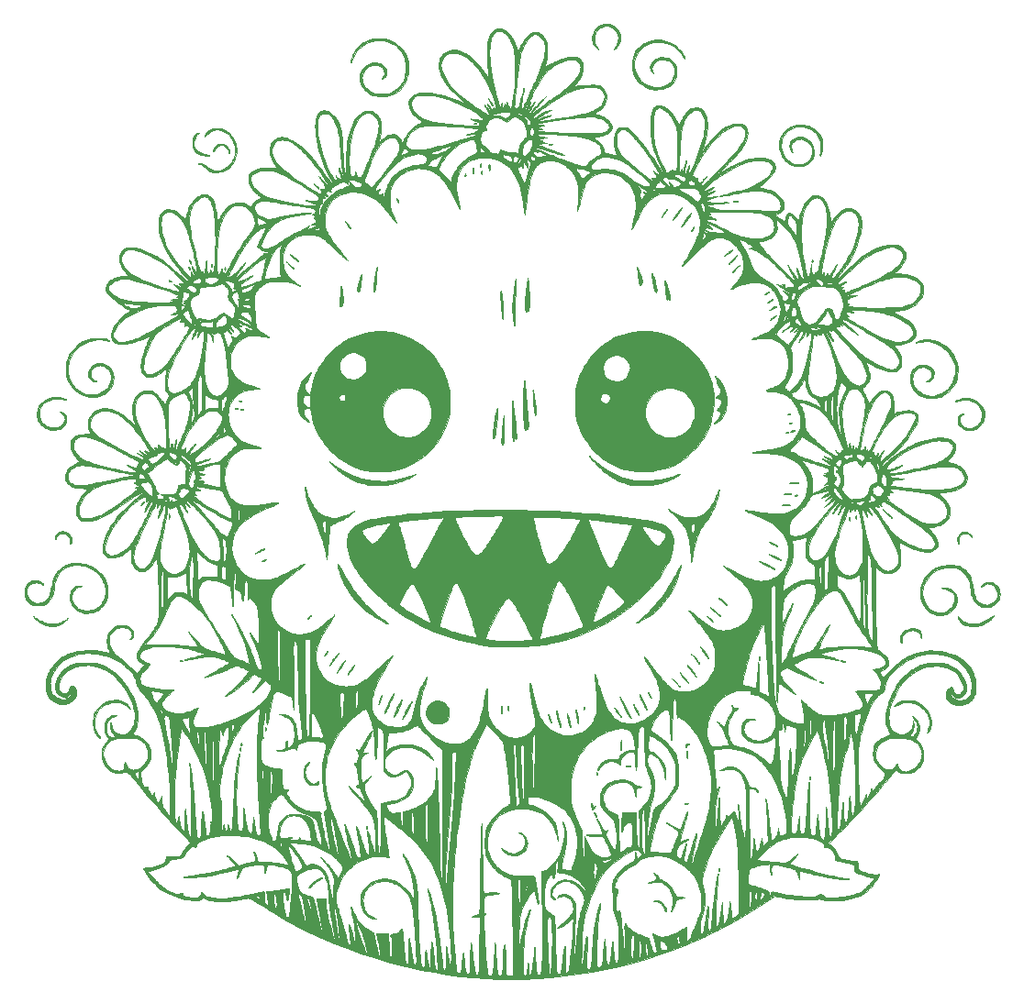
<source format=gbr>
%TF.GenerationSoftware,KiCad,Pcbnew,7.0.1*%
%TF.CreationDate,2023-09-06T21:59:59-07:00*%
%TF.ProjectId,flower_06,666c6f77-6572-45f3-9036-2e6b69636164,rev?*%
%TF.SameCoordinates,Original*%
%TF.FileFunction,Copper,L2,Bot*%
%TF.FilePolarity,Positive*%
%FSLAX46Y46*%
G04 Gerber Fmt 4.6, Leading zero omitted, Abs format (unit mm)*
G04 Created by KiCad (PCBNEW 7.0.1) date 2023-09-06 21:59:59*
%MOMM*%
%LPD*%
G01*
G04 APERTURE LIST*
%TA.AperFunction,EtchedComponent*%
%ADD10C,0.010000*%
%TD*%
G04 APERTURE END LIST*
%TO.C,G\u002A\u002A\u002A*%
D10*
X67662340Y-28699208D02*
X67910458Y-28699208D01*
X67931999Y-29153575D01*
X67975579Y-29634547D01*
X68041416Y-30143651D01*
X68129728Y-30682418D01*
X68240732Y-31252374D01*
X68374646Y-31855050D01*
X68486040Y-32312750D01*
X68558944Y-32600023D01*
X68623199Y-32847791D01*
X68679356Y-33057870D01*
X68727966Y-33232075D01*
X68769581Y-33372222D01*
X68804753Y-33480128D01*
X68834034Y-33557609D01*
X68857974Y-33606480D01*
X68877126Y-33628557D01*
X68886109Y-33629849D01*
X68901004Y-33607361D01*
X68922278Y-33552708D01*
X68946696Y-33474949D01*
X68963830Y-33412010D01*
X68987662Y-33320365D01*
X69008615Y-33242145D01*
X69023871Y-33187746D01*
X69029429Y-33170000D01*
X69035447Y-33176377D01*
X69042842Y-33217921D01*
X69050614Y-33287531D01*
X69056833Y-33364402D01*
X69065712Y-33461242D01*
X69077318Y-33544726D01*
X69089952Y-33604263D01*
X69098873Y-33626551D01*
X69119695Y-33648229D01*
X69141138Y-33642600D01*
X69172361Y-33612066D01*
X69201717Y-33566748D01*
X69234320Y-33495313D01*
X69263372Y-33412767D01*
X69264754Y-33408125D01*
X69293225Y-33319440D01*
X69315900Y-33269461D01*
X69333982Y-33258913D01*
X69348675Y-33288518D01*
X69361182Y-33358999D01*
X69372706Y-33471078D01*
X69372878Y-33473087D01*
X69387896Y-33568757D01*
X69412830Y-33631261D01*
X69445948Y-33656502D01*
X69450617Y-33656834D01*
X69475556Y-33636821D01*
X69493926Y-33580608D01*
X69504925Y-33493934D01*
X69507753Y-33382537D01*
X69503494Y-33277984D01*
X69498479Y-33187997D01*
X69496507Y-33117631D01*
X69497673Y-33074915D01*
X69500996Y-33066111D01*
X69512165Y-33090168D01*
X69532992Y-33145987D01*
X69560386Y-33224961D01*
X69587927Y-33308181D01*
X69643079Y-33461390D01*
X69695999Y-33572988D01*
X69747296Y-33643603D01*
X69797576Y-33673861D01*
X69847446Y-33664391D01*
X69892312Y-33622634D01*
X69918621Y-33583741D01*
X69940897Y-33536058D01*
X69945492Y-33521639D01*
X70193130Y-33521639D01*
X70197720Y-33587141D01*
X70209562Y-33632114D01*
X70229340Y-33660886D01*
X70257742Y-33677781D01*
X70295452Y-33687127D01*
X70343157Y-33693251D01*
X70348690Y-33693873D01*
X70410031Y-33697292D01*
X70452854Y-33685362D01*
X70496624Y-33650869D01*
X70516059Y-33631841D01*
X70539828Y-33606391D01*
X70560991Y-33578177D01*
X70581259Y-33542476D01*
X70602346Y-33494565D01*
X70625965Y-33429720D01*
X70653828Y-33343219D01*
X70687649Y-33230337D01*
X70729139Y-33086352D01*
X70780012Y-32906539D01*
X70783309Y-32894834D01*
X70841962Y-32688575D01*
X70890917Y-32520816D01*
X70930013Y-32392077D01*
X70959088Y-32302878D01*
X70977979Y-32253741D01*
X70985826Y-32243771D01*
X70985337Y-32266180D01*
X70979528Y-32324843D01*
X70969085Y-32414105D01*
X70954697Y-32528315D01*
X70937049Y-32661819D01*
X70919401Y-32790534D01*
X70891163Y-33002663D01*
X70867674Y-33198402D01*
X70849205Y-33374135D01*
X70836025Y-33526246D01*
X70828405Y-33651120D01*
X70826616Y-33745139D01*
X70830926Y-33804687D01*
X70841608Y-33826149D01*
X70842016Y-33826167D01*
X70869382Y-33811019D01*
X70906357Y-33773950D01*
X70911264Y-33767959D01*
X70944188Y-33717876D01*
X70992065Y-33632336D01*
X71053297Y-33514841D01*
X71126284Y-33368897D01*
X71209428Y-33198007D01*
X71301128Y-33005676D01*
X71399787Y-32795409D01*
X71503805Y-32570709D01*
X71611582Y-32335082D01*
X71721519Y-32092032D01*
X71832018Y-31845062D01*
X71941479Y-31597679D01*
X72048303Y-31353385D01*
X72150891Y-31115685D01*
X72247644Y-30888084D01*
X72336962Y-30674087D01*
X72417247Y-30477196D01*
X72447463Y-30401518D01*
X72603078Y-29995923D01*
X72734931Y-29623541D01*
X72843298Y-29282736D01*
X72928450Y-28971870D01*
X72990661Y-28689308D01*
X73030205Y-28433412D01*
X73047354Y-28202546D01*
X73042382Y-27995075D01*
X73015562Y-27809360D01*
X72967167Y-27643766D01*
X72924224Y-27546054D01*
X72835784Y-27397374D01*
X72724350Y-27250939D01*
X72598207Y-27115292D01*
X72465638Y-26998980D01*
X72334926Y-26910545D01*
X72281802Y-26883420D01*
X72156403Y-26846378D01*
X72028926Y-26848966D01*
X71897707Y-26891672D01*
X71761080Y-26974990D01*
X71647532Y-27070495D01*
X71504247Y-27224137D01*
X71362165Y-27413694D01*
X71224608Y-27632802D01*
X71094901Y-27875094D01*
X70976368Y-28134208D01*
X70872330Y-28403777D01*
X70786113Y-28677437D01*
X70762820Y-28764871D01*
X70743124Y-28854794D01*
X70719651Y-28983210D01*
X70692858Y-29146490D01*
X70663202Y-29341004D01*
X70631139Y-29563123D01*
X70597127Y-29809220D01*
X70561622Y-30075664D01*
X70525082Y-30358827D01*
X70487964Y-30655081D01*
X70450724Y-30960796D01*
X70413820Y-31272344D01*
X70377708Y-31586096D01*
X70342846Y-31898422D01*
X70309690Y-32205695D01*
X70278698Y-32504284D01*
X70250325Y-32790562D01*
X70233552Y-32967816D01*
X70216001Y-33158696D01*
X70202956Y-33311743D01*
X70195103Y-33431281D01*
X70193130Y-33521639D01*
X69945492Y-33521639D01*
X69961157Y-33472483D01*
X69981418Y-33385913D01*
X70003697Y-33269247D01*
X70020877Y-33170000D01*
X70091928Y-32700477D01*
X70152334Y-32200997D01*
X70201279Y-31682779D01*
X70237946Y-31157044D01*
X70261516Y-30635011D01*
X70271173Y-30127900D01*
X70268838Y-29766546D01*
X70261373Y-29465107D01*
X70250392Y-29200018D01*
X70235136Y-28965384D01*
X70214847Y-28755313D01*
X70188768Y-28563911D01*
X70156139Y-28385283D01*
X70116205Y-28213537D01*
X70068205Y-28042778D01*
X70032731Y-27930764D01*
X69923519Y-27632487D01*
X69803779Y-27371457D01*
X69671097Y-27143374D01*
X69523060Y-26943938D01*
X69408246Y-26818311D01*
X69282874Y-26702343D01*
X69168389Y-26620123D01*
X69056611Y-26567603D01*
X68939363Y-26540733D01*
X68835834Y-26534988D01*
X68703277Y-26546543D01*
X68587613Y-26583000D01*
X68479222Y-26649054D01*
X68368484Y-26749403D01*
X68344349Y-26774928D01*
X68235784Y-26906103D01*
X68145367Y-27047626D01*
X68071751Y-27204142D01*
X68013588Y-27380298D01*
X67969530Y-27580739D01*
X67938231Y-27810112D01*
X67918342Y-28073063D01*
X67910740Y-28269917D01*
X67910458Y-28699208D01*
X67662340Y-28699208D01*
X67661437Y-28654246D01*
X67670056Y-28291078D01*
X67695396Y-27959651D01*
X67737600Y-27658117D01*
X67796810Y-27384628D01*
X67873169Y-27137337D01*
X67966818Y-26914396D01*
X67968822Y-26910269D01*
X68077772Y-26717071D01*
X68198056Y-26563592D01*
X68331737Y-26448248D01*
X68480875Y-26369452D01*
X68647533Y-26325618D01*
X68741241Y-26316145D01*
X68947332Y-26323034D01*
X69142784Y-26366433D01*
X69328171Y-26446954D01*
X69504067Y-26565211D01*
X69671044Y-26721815D01*
X69829676Y-26917380D01*
X69980535Y-27152518D01*
X70124196Y-27427842D01*
X70261231Y-27743965D01*
X70381078Y-28068834D01*
X70419667Y-28179927D01*
X70454225Y-28276884D01*
X70482161Y-28352637D01*
X70500887Y-28400118D01*
X70507013Y-28412620D01*
X70519976Y-28399131D01*
X70549214Y-28352826D01*
X70591916Y-28278672D01*
X70645271Y-28181639D01*
X70706467Y-28066697D01*
X70749858Y-27983300D01*
X70864508Y-27765201D01*
X70966752Y-27580614D01*
X71060296Y-27423904D01*
X71148846Y-27289433D01*
X71236104Y-27171566D01*
X71325775Y-27064667D01*
X71418167Y-26966528D01*
X71582367Y-26818421D01*
X71742071Y-26711292D01*
X71899423Y-26644312D01*
X72056570Y-26616649D01*
X72215656Y-26627474D01*
X72265522Y-26638469D01*
X72429634Y-26699213D01*
X72594511Y-26795063D01*
X72752004Y-26919740D01*
X72893967Y-27066966D01*
X72991761Y-27198105D01*
X73060377Y-27310140D01*
X73109763Y-27411636D01*
X73146371Y-27518931D01*
X73176655Y-27648364D01*
X73183527Y-27683631D01*
X73217670Y-27914552D01*
X73233505Y-28155397D01*
X73230781Y-28411672D01*
X73209243Y-28688885D01*
X73168638Y-28992542D01*
X73108715Y-29328151D01*
X73107734Y-29333120D01*
X73082291Y-29465645D01*
X73060989Y-29583985D01*
X73044832Y-29681927D01*
X73034820Y-29753259D01*
X73031956Y-29791768D01*
X73032996Y-29796551D01*
X73049165Y-29800510D01*
X73082381Y-29794133D01*
X73135779Y-29776112D01*
X73212495Y-29745139D01*
X73315664Y-29699907D01*
X73448422Y-29639110D01*
X73613905Y-29561438D01*
X73735917Y-29503471D01*
X73981008Y-29388110D01*
X74194594Y-29291137D01*
X74382247Y-29210509D01*
X74549538Y-29144184D01*
X74702040Y-29090119D01*
X74845323Y-29046271D01*
X74984961Y-29010597D01*
X75126525Y-28981055D01*
X75193898Y-28968950D01*
X75453743Y-28937930D01*
X75687032Y-28938511D01*
X75893321Y-28970515D01*
X76072166Y-29033764D01*
X76223123Y-29128080D01*
X76345749Y-29253285D01*
X76439599Y-29409201D01*
X76469170Y-29480637D01*
X76494746Y-29553807D01*
X76511951Y-29616455D01*
X76522401Y-29680362D01*
X76527714Y-29757309D01*
X76529507Y-29859077D01*
X76529590Y-29920917D01*
X76526527Y-30072625D01*
X76515660Y-30197200D01*
X76493866Y-30309584D01*
X76458022Y-30424718D01*
X76405003Y-30557543D01*
X76388544Y-30595617D01*
X76318379Y-30742358D01*
X76233141Y-30893871D01*
X76128535Y-31057017D01*
X76000267Y-31238656D01*
X75912213Y-31356669D01*
X75840596Y-31452425D01*
X75779800Y-31536260D01*
X75733748Y-31602550D01*
X75706362Y-31645672D01*
X75700647Y-31659869D01*
X75724506Y-31660203D01*
X75780065Y-31652541D01*
X75857763Y-31638358D01*
X75908840Y-31627802D01*
X76044039Y-31602096D01*
X76192684Y-31580707D01*
X76360272Y-31563169D01*
X76552300Y-31549019D01*
X76774265Y-31537794D01*
X77031664Y-31529029D01*
X77101417Y-31527187D01*
X77337031Y-31522922D01*
X77534866Y-31523232D01*
X77699267Y-31528500D01*
X77834582Y-31539109D01*
X77945155Y-31555445D01*
X78035333Y-31577891D01*
X78109463Y-31606829D01*
X78131708Y-31618176D01*
X78213316Y-31675235D01*
X78304815Y-31759530D01*
X78396892Y-31860568D01*
X78480233Y-31967857D01*
X78545526Y-32070905D01*
X78561735Y-32102638D01*
X78635684Y-32306849D01*
X78673735Y-32525646D01*
X78676147Y-32751603D01*
X78643183Y-32977294D01*
X78575104Y-33195294D01*
X78519046Y-33316396D01*
X78397779Y-33513600D01*
X78252801Y-33685389D01*
X78078624Y-33837117D01*
X77869760Y-33974134D01*
X77810531Y-34007232D01*
X77730982Y-34052584D01*
X77667724Y-34092892D01*
X77628680Y-34122851D01*
X77620000Y-34134784D01*
X77640357Y-34158124D01*
X77701280Y-34192705D01*
X77802552Y-34238426D01*
X77943953Y-34295186D01*
X78075084Y-34344527D01*
X78243161Y-34409438D01*
X78380797Y-34470304D01*
X78498746Y-34532822D01*
X78607767Y-34602684D01*
X78717172Y-34684444D01*
X78874009Y-34822396D01*
X79002975Y-34964813D01*
X79101196Y-35107370D01*
X79165796Y-35245739D01*
X79193898Y-35375594D01*
X79194897Y-35403084D01*
X79174644Y-35538089D01*
X79116710Y-35673664D01*
X79025331Y-35804459D01*
X78904743Y-35925125D01*
X78759183Y-36030316D01*
X78652031Y-36088409D01*
X78555339Y-36130196D01*
X78449313Y-36166432D01*
X78323379Y-36200275D01*
X78166961Y-36234882D01*
X78149167Y-36238520D01*
X77990675Y-36271923D01*
X77844036Y-36305099D01*
X77714969Y-36336577D01*
X77609196Y-36364888D01*
X77532438Y-36388561D01*
X77490414Y-36406127D01*
X77486692Y-36408767D01*
X77496839Y-36424361D01*
X77537352Y-36455438D01*
X77601440Y-36497198D01*
X77666609Y-36535926D01*
X77800399Y-36623569D01*
X77939023Y-36733617D01*
X78072901Y-36856940D01*
X78192451Y-36984408D01*
X78288094Y-37106891D01*
X78322663Y-37161169D01*
X78387502Y-37284233D01*
X78439186Y-37404892D01*
X78473878Y-37512858D01*
X78487739Y-37597848D01*
X78487834Y-37603833D01*
X78492431Y-37673422D01*
X78509283Y-37729667D01*
X78542979Y-37775270D01*
X78598109Y-37812931D01*
X78679261Y-37845349D01*
X78791024Y-37875227D01*
X78937989Y-37905264D01*
X79027584Y-37921445D01*
X79149986Y-37943585D01*
X79268165Y-37966113D01*
X79370879Y-37986807D01*
X79446888Y-38003449D01*
X79464555Y-38007765D01*
X79533348Y-38024396D01*
X79586536Y-38035498D01*
X79607430Y-38038334D01*
X79625454Y-38026820D01*
X79628534Y-37989768D01*
X79616117Y-37923412D01*
X79587649Y-37823984D01*
X79566087Y-37757262D01*
X79471750Y-37429639D01*
X79412397Y-37118556D01*
X79387223Y-36817943D01*
X79391126Y-36676891D01*
X79598151Y-36676891D01*
X79601414Y-36825070D01*
X79608839Y-36965743D01*
X79620318Y-37088994D01*
X79635740Y-37184907D01*
X79639883Y-37202250D01*
X79697046Y-37381214D01*
X79775179Y-37555174D01*
X79877249Y-37728300D01*
X80006220Y-37904764D01*
X80165058Y-38088735D01*
X80356729Y-38284384D01*
X80515394Y-38433605D01*
X80602694Y-38511847D01*
X80714613Y-38609644D01*
X80847360Y-38723860D01*
X80997140Y-38851359D01*
X81160164Y-38989004D01*
X81332637Y-39133658D01*
X81510768Y-39282185D01*
X81690764Y-39431450D01*
X81868834Y-39578314D01*
X82041184Y-39719643D01*
X82204023Y-39852299D01*
X82353558Y-39973147D01*
X82485998Y-40079049D01*
X82597549Y-40166870D01*
X82684419Y-40233472D01*
X82742334Y-40275393D01*
X82837253Y-40336467D01*
X82919222Y-40382920D01*
X82981647Y-40411399D01*
X83017932Y-40418548D01*
X83021227Y-40417280D01*
X83019041Y-40395938D01*
X82996281Y-40350278D01*
X82957771Y-40289852D01*
X82954332Y-40284918D01*
X82912035Y-40222428D01*
X82892364Y-40190666D01*
X83870552Y-40190666D01*
X83881014Y-40241236D01*
X83914410Y-40302861D01*
X83973420Y-40379785D01*
X84060724Y-40476247D01*
X84139334Y-40556891D01*
X84261604Y-40674552D01*
X84371736Y-40770051D01*
X84466029Y-40840590D01*
X84540784Y-40883371D01*
X84587462Y-40895834D01*
X84620097Y-40883323D01*
X84621296Y-40851329D01*
X84591563Y-40808152D01*
X84581581Y-40798572D01*
X84523255Y-40725930D01*
X84478824Y-40633927D01*
X84457510Y-40542701D01*
X84456834Y-40526260D01*
X84461065Y-40476946D01*
X84471484Y-40452060D01*
X84473848Y-40451334D01*
X84504986Y-40468555D01*
X84551786Y-40515759D01*
X84608767Y-40586254D01*
X84670445Y-40673349D01*
X84720887Y-40752802D01*
X84780462Y-40849156D01*
X84829720Y-40915657D01*
X84877172Y-40954854D01*
X84931327Y-40969292D01*
X85000697Y-40961520D01*
X85093792Y-40934083D01*
X85200410Y-40896306D01*
X85310455Y-40849999D01*
X85408199Y-40796809D01*
X85486622Y-40741669D01*
X85538702Y-40689511D01*
X85557421Y-40645476D01*
X85552647Y-40628857D01*
X86205370Y-40628857D01*
X86215380Y-40684293D01*
X86253625Y-40722734D01*
X86323267Y-40746796D01*
X86427470Y-40759094D01*
X86569396Y-40762245D01*
X86626417Y-40761704D01*
X86859250Y-40758250D01*
X86856858Y-40679125D01*
X86834305Y-40582400D01*
X86778468Y-40493355D01*
X86698134Y-40417871D01*
X86602089Y-40361827D01*
X86499121Y-40331104D01*
X86398017Y-40331581D01*
X86355390Y-40343572D01*
X86296552Y-40388887D01*
X86257401Y-40456539D01*
X86220431Y-40553811D01*
X86205370Y-40628857D01*
X85552647Y-40628857D01*
X85537897Y-40577518D01*
X85483833Y-40503875D01*
X85401567Y-40429865D01*
X85297438Y-40360807D01*
X85177782Y-40302020D01*
X85123584Y-40281380D01*
X85048749Y-40259605D01*
X84965860Y-40245260D01*
X84863228Y-40236873D01*
X84740946Y-40233146D01*
X84632791Y-40231048D01*
X84556444Y-40227307D01*
X84501385Y-40219675D01*
X84457092Y-40205900D01*
X84413045Y-40183733D01*
X84359905Y-40151653D01*
X84283617Y-40109334D01*
X84209256Y-40075893D01*
X84158538Y-40059971D01*
X84071078Y-40055697D01*
X83986679Y-40071920D01*
X83918376Y-40104564D01*
X83880346Y-40146910D01*
X83870552Y-40190666D01*
X82892364Y-40190666D01*
X82881594Y-40173277D01*
X82869355Y-40147733D01*
X82869334Y-40147334D01*
X82888700Y-40141249D01*
X82940068Y-40139795D01*
X83013345Y-40143136D01*
X83033375Y-40144695D01*
X83140484Y-40149594D01*
X83212609Y-40140710D01*
X83255832Y-40114556D01*
X83276230Y-40067646D01*
X83280065Y-40003239D01*
X83272625Y-39939469D01*
X83254082Y-39879290D01*
X84957231Y-39879290D01*
X84965501Y-39902248D01*
X84998245Y-39941779D01*
X85060426Y-39998213D01*
X85145221Y-40066602D01*
X85245807Y-40142000D01*
X85355360Y-40219461D01*
X85467058Y-40294039D01*
X85574079Y-40360788D01*
X85669598Y-40414762D01*
X85679745Y-40420033D01*
X85758397Y-40456437D01*
X85813254Y-40469846D01*
X85855115Y-40461664D01*
X85879696Y-40446042D01*
X85933449Y-40384956D01*
X85976947Y-40301933D01*
X86000310Y-40217364D01*
X86001921Y-40193691D01*
X85996254Y-40141606D01*
X85973451Y-40098696D01*
X85925000Y-40050170D01*
X85913671Y-40040359D01*
X85811616Y-39971462D01*
X85779154Y-39956166D01*
X86137796Y-39956166D01*
X86160760Y-39988853D01*
X86199565Y-40032680D01*
X86246511Y-40078933D01*
X86292657Y-40117959D01*
X86346301Y-40151717D01*
X86397479Y-40173099D01*
X86434616Y-40178394D01*
X86446500Y-40167282D01*
X86430648Y-40151504D01*
X86389477Y-40118723D01*
X86332565Y-40075900D01*
X86269491Y-40029998D01*
X86209832Y-39987977D01*
X86163168Y-39956799D01*
X86139077Y-39943426D01*
X86138371Y-39943334D01*
X86137796Y-39956166D01*
X85779154Y-39956166D01*
X85679829Y-39909365D01*
X85588940Y-39877891D01*
X86615834Y-39877891D01*
X86632171Y-39938976D01*
X86681703Y-39974696D01*
X86760017Y-39985667D01*
X86819098Y-39998308D01*
X86866736Y-40040833D01*
X86901416Y-40099049D01*
X86930311Y-40131832D01*
X86979368Y-40138623D01*
X86990687Y-40137689D01*
X87049664Y-40145410D01*
X87085957Y-40184832D01*
X87101652Y-40258825D01*
X87102667Y-40291872D01*
X87116055Y-40393643D01*
X87152786Y-40475274D01*
X87207711Y-40530676D01*
X87275683Y-40553759D01*
X87320539Y-40549574D01*
X87365404Y-40530780D01*
X87428846Y-40495330D01*
X87482732Y-40460575D01*
X87541391Y-40422959D01*
X87585535Y-40399728D01*
X87604481Y-40395759D01*
X87598146Y-40416481D01*
X87570032Y-40458160D01*
X87539811Y-40495633D01*
X87487222Y-40568440D01*
X87446147Y-40646809D01*
X87418763Y-40722614D01*
X87407246Y-40787726D01*
X87413774Y-40834016D01*
X87440523Y-40853359D01*
X87443963Y-40853500D01*
X87475155Y-40841663D01*
X87524000Y-40811879D01*
X87545169Y-40796774D01*
X87588421Y-40760998D01*
X87653606Y-40702733D01*
X87732662Y-40629368D01*
X87817531Y-40548290D01*
X87837961Y-40528415D01*
X87937328Y-40433666D01*
X88009295Y-40370375D01*
X88054398Y-40338191D01*
X88073176Y-40336766D01*
X88066167Y-40365751D01*
X88055509Y-40387194D01*
X88036499Y-40438342D01*
X88045666Y-40459639D01*
X88078076Y-40447615D01*
X88106512Y-40423080D01*
X88147386Y-40368580D01*
X88154983Y-40324777D01*
X88153688Y-40293473D01*
X88166738Y-40255120D01*
X88196869Y-40206390D01*
X88246819Y-40143953D01*
X88319323Y-40064483D01*
X88417120Y-39964650D01*
X88542945Y-39841126D01*
X88590494Y-39795167D01*
X88964841Y-39431836D01*
X89307639Y-39093629D01*
X89620194Y-38778975D01*
X89903813Y-38486303D01*
X90159802Y-38214040D01*
X90389466Y-37960617D01*
X90594112Y-37724460D01*
X90775047Y-37503999D01*
X90933575Y-37297662D01*
X91071003Y-37103877D01*
X91188638Y-36921074D01*
X91287785Y-36747681D01*
X91369750Y-36582126D01*
X91435841Y-36422837D01*
X91466853Y-36334417D01*
X91504068Y-36180324D01*
X91515625Y-36016917D01*
X91502178Y-35861238D01*
X91458642Y-35723923D01*
X91380997Y-35595745D01*
X91284419Y-35486325D01*
X91177922Y-35392969D01*
X91069007Y-35326432D01*
X90953171Y-35286642D01*
X90825907Y-35273526D01*
X90682713Y-35287010D01*
X90519083Y-35327023D01*
X90330514Y-35393492D01*
X90153294Y-35468051D01*
X89934260Y-35574264D01*
X89724555Y-35695400D01*
X89518519Y-35835687D01*
X89310494Y-35999354D01*
X89094819Y-36190628D01*
X88865837Y-36413738D01*
X88806442Y-36474374D01*
X88387437Y-36934451D01*
X87990203Y-37429224D01*
X87616649Y-37956004D01*
X87268686Y-38512099D01*
X86955239Y-39081202D01*
X86848144Y-39293341D01*
X86760479Y-39476739D01*
X86692898Y-39629863D01*
X86646053Y-39751180D01*
X86620599Y-39839154D01*
X86615834Y-39877891D01*
X85588940Y-39877891D01*
X85530797Y-39857757D01*
X85377005Y-39820326D01*
X85230941Y-39800761D01*
X85108109Y-39802384D01*
X85018752Y-39819136D01*
X84969131Y-39844301D01*
X84957231Y-39879290D01*
X83254082Y-39879290D01*
X83250952Y-39869132D01*
X83211863Y-39785157D01*
X83152175Y-39680473D01*
X83090156Y-39581273D01*
X83049202Y-39514545D01*
X83021546Y-39463843D01*
X83011523Y-39437363D01*
X83012935Y-39435334D01*
X83034335Y-39448760D01*
X83079650Y-39485114D01*
X83141783Y-39538507D01*
X83199282Y-39589944D01*
X83322750Y-39700048D01*
X83418476Y-39780463D01*
X83487816Y-39832248D01*
X83532125Y-39856462D01*
X83543373Y-39858667D01*
X83566049Y-39842216D01*
X83564729Y-39794501D01*
X83541011Y-39717977D01*
X83496492Y-39615100D01*
X83432770Y-39488326D01*
X83351444Y-39340110D01*
X83254111Y-39172908D01*
X83142369Y-38989175D01*
X83017816Y-38791368D01*
X82882050Y-38581942D01*
X82736669Y-38363353D01*
X82583271Y-38138056D01*
X82423454Y-37908507D01*
X82258816Y-37677162D01*
X82090954Y-37446476D01*
X81921467Y-37218905D01*
X81751952Y-36996905D01*
X81584008Y-36782931D01*
X81419232Y-36579440D01*
X81374082Y-36524917D01*
X81191307Y-36310985D01*
X81027106Y-36131402D01*
X80878691Y-35983972D01*
X80743273Y-35866498D01*
X80618061Y-35776782D01*
X80500267Y-35712627D01*
X80387102Y-35671836D01*
X80275776Y-35652211D01*
X80265145Y-35651364D01*
X80161978Y-35650069D01*
X80072989Y-35660135D01*
X80043067Y-35667837D01*
X79937008Y-35723360D01*
X79836773Y-35814822D01*
X79747262Y-35935841D01*
X79673376Y-36080033D01*
X79628912Y-36207417D01*
X79614431Y-36286468D01*
X79604550Y-36397674D01*
X79599160Y-36531121D01*
X79598151Y-36676891D01*
X79391126Y-36676891D01*
X79395420Y-36521732D01*
X79398046Y-36492105D01*
X79430598Y-36246799D01*
X79478813Y-36031060D01*
X79541733Y-35847021D01*
X79618400Y-35696817D01*
X79707858Y-35582584D01*
X79809149Y-35506456D01*
X79848016Y-35488906D01*
X79925777Y-35467528D01*
X80029308Y-35449791D01*
X80144814Y-35436929D01*
X80258497Y-35430172D01*
X80356564Y-35430754D01*
X80417678Y-35438016D01*
X80552842Y-35485551D01*
X80704828Y-35570715D01*
X80872890Y-35692622D01*
X81056283Y-35850387D01*
X81254263Y-36043122D01*
X81466083Y-36269941D01*
X81690999Y-36529957D01*
X81928265Y-36822285D01*
X82177137Y-37146037D01*
X82436868Y-37500327D01*
X82706714Y-37884268D01*
X82985929Y-38296975D01*
X83273769Y-38737561D01*
X83526090Y-39135608D01*
X83602164Y-39255655D01*
X83675277Y-39368157D01*
X83740939Y-39466426D01*
X83794661Y-39543770D01*
X83831955Y-39593501D01*
X83838578Y-39601275D01*
X83908240Y-39678750D01*
X83894207Y-39604667D01*
X83880675Y-39551675D01*
X83856371Y-39472691D01*
X83825571Y-39381292D01*
X83810860Y-39340084D01*
X83789298Y-39281330D01*
X83768357Y-39225813D01*
X83746017Y-39168763D01*
X83720261Y-39105408D01*
X83689071Y-39030980D01*
X83650429Y-38940707D01*
X83602317Y-38829819D01*
X83542716Y-38693547D01*
X83469609Y-38527119D01*
X83400587Y-38370298D01*
X83259379Y-38035290D01*
X83139256Y-37716988D01*
X83039011Y-37408847D01*
X82957437Y-37104324D01*
X82893327Y-36796873D01*
X82845474Y-36479951D01*
X82812671Y-36147014D01*
X82793711Y-35791517D01*
X82787386Y-35406916D01*
X82788267Y-35318417D01*
X83010807Y-35318417D01*
X83015919Y-35703715D01*
X83030582Y-36054195D01*
X83055802Y-36376502D01*
X83092583Y-36677278D01*
X83141929Y-36963168D01*
X83204844Y-37240815D01*
X83282334Y-37516863D01*
X83375403Y-37797957D01*
X83393248Y-37847834D01*
X83476547Y-38071032D01*
X83564314Y-38292993D01*
X83654795Y-38510186D01*
X83746233Y-38719082D01*
X83836874Y-38916151D01*
X83924961Y-39097863D01*
X84008739Y-39260687D01*
X84086453Y-39401096D01*
X84156347Y-39515558D01*
X84216665Y-39600543D01*
X84265652Y-39652523D01*
X84298592Y-39668167D01*
X84325151Y-39654341D01*
X84374708Y-39616770D01*
X84440001Y-39561312D01*
X84508467Y-39498834D01*
X84609637Y-39408798D01*
X84686223Y-39352598D01*
X84738747Y-39329984D01*
X84767730Y-39340705D01*
X84774334Y-39371089D01*
X84793560Y-39416559D01*
X84847525Y-39446046D01*
X84930314Y-39456500D01*
X85030551Y-39444590D01*
X85100616Y-39406871D01*
X85145992Y-39340360D01*
X85146674Y-39338744D01*
X85161624Y-39290031D01*
X85174780Y-39218505D01*
X85186227Y-39122098D01*
X85196051Y-38998739D01*
X85199316Y-38938692D01*
X85414221Y-38938692D01*
X85417161Y-39135533D01*
X85424272Y-39296332D01*
X85435549Y-39419578D01*
X85450984Y-39503758D01*
X85470572Y-39547357D01*
X85471109Y-39547909D01*
X85489370Y-39544675D01*
X85517662Y-39506167D01*
X85557380Y-39430308D01*
X85574857Y-39393211D01*
X85613493Y-39311654D01*
X85639158Y-39264426D01*
X85655384Y-39246873D01*
X85665706Y-39254342D01*
X85670210Y-39267661D01*
X85679671Y-39324351D01*
X85684163Y-39392993D01*
X85684211Y-39398292D01*
X85687752Y-39453777D01*
X85698367Y-39476569D01*
X85716820Y-39465343D01*
X85743877Y-39418772D01*
X85780305Y-39335529D01*
X85826869Y-39214289D01*
X85884334Y-39053725D01*
X85886136Y-39048567D01*
X85918266Y-38959420D01*
X85945830Y-38888233D01*
X85965773Y-38842554D01*
X85974820Y-38829598D01*
X85975665Y-38852898D01*
X85971135Y-38909357D01*
X85962079Y-38990261D01*
X85950600Y-39077931D01*
X85936263Y-39197444D01*
X85925785Y-39317895D01*
X85919432Y-39431225D01*
X85917474Y-39529377D01*
X85920178Y-39604293D01*
X85927812Y-39647915D01*
X85931445Y-39654056D01*
X85970418Y-39667733D01*
X86018458Y-39657639D01*
X86040100Y-39642767D01*
X86062861Y-39600715D01*
X86065500Y-39582763D01*
X86073319Y-39533257D01*
X86094550Y-39459269D01*
X86125851Y-39368795D01*
X86163885Y-39269828D01*
X86205310Y-39170365D01*
X86246787Y-39078401D01*
X86284976Y-39001931D01*
X86316538Y-38948950D01*
X86338131Y-38927454D01*
X86339294Y-38927334D01*
X86350527Y-38928161D01*
X86357149Y-38934561D01*
X86358259Y-38952408D01*
X86352955Y-38987576D01*
X86340334Y-39045941D01*
X86319494Y-39133376D01*
X86289533Y-39255756D01*
X86287750Y-39263018D01*
X86255323Y-39397147D01*
X86233120Y-39496092D01*
X86220587Y-39565604D01*
X86217166Y-39611438D01*
X86222304Y-39639344D01*
X86235444Y-39655077D01*
X86249210Y-39661968D01*
X86291770Y-39656300D01*
X86344797Y-39612988D01*
X86407096Y-39535083D01*
X86477472Y-39425637D01*
X86554732Y-39287702D01*
X86637682Y-39124329D01*
X86725126Y-38938570D01*
X86815873Y-38733476D01*
X86908726Y-38512100D01*
X87002492Y-38277492D01*
X87095978Y-38032705D01*
X87187989Y-37780790D01*
X87277330Y-37524798D01*
X87362808Y-37267782D01*
X87443229Y-37012793D01*
X87517398Y-36762883D01*
X87584122Y-36521102D01*
X87642207Y-36290504D01*
X87690457Y-36074139D01*
X87725197Y-35889917D01*
X87761804Y-35605519D01*
X87775657Y-35326659D01*
X87767520Y-35058065D01*
X87738160Y-34804465D01*
X87688343Y-34570588D01*
X87618835Y-34361163D01*
X87530401Y-34180919D01*
X87424939Y-34035841D01*
X87302584Y-33926005D01*
X87170390Y-33856976D01*
X87029239Y-33828607D01*
X86880018Y-33840754D01*
X86723609Y-33893270D01*
X86560898Y-33986009D01*
X86392769Y-34118826D01*
X86283488Y-34224015D01*
X86174751Y-34341795D01*
X86076876Y-34461758D01*
X85989126Y-34586807D01*
X85910766Y-34719845D01*
X85841061Y-34863776D01*
X85779277Y-35021502D01*
X85724677Y-35195928D01*
X85676527Y-35389955D01*
X85634092Y-35606488D01*
X85596635Y-35848430D01*
X85563423Y-36118683D01*
X85533720Y-36420151D01*
X85506791Y-36755738D01*
X85481900Y-37128346D01*
X85462316Y-37466834D01*
X85444303Y-37821183D01*
X85430493Y-38147057D01*
X85420880Y-38442942D01*
X85415458Y-38707324D01*
X85414221Y-38938692D01*
X85199316Y-38938692D01*
X85204339Y-38846359D01*
X85211176Y-38662886D01*
X85216648Y-38446253D01*
X85220842Y-38194387D01*
X85223843Y-37905220D01*
X85225738Y-37576681D01*
X85226230Y-37424500D01*
X85226660Y-37119948D01*
X85226119Y-36853760D01*
X85224368Y-36621970D01*
X85221170Y-36420616D01*
X85216286Y-36245734D01*
X85209478Y-36093358D01*
X85200509Y-35959527D01*
X85189139Y-35840275D01*
X85175132Y-35731639D01*
X85158249Y-35629655D01*
X85138251Y-35530359D01*
X85114901Y-35429788D01*
X85103736Y-35385026D01*
X85013999Y-35104829D01*
X84890599Y-34831751D01*
X84737696Y-34571245D01*
X84559447Y-34328763D01*
X84360012Y-34109756D01*
X84143548Y-33919677D01*
X83914215Y-33763977D01*
X83833323Y-33719464D01*
X83712967Y-33662335D01*
X83617307Y-33630468D01*
X83537911Y-33622768D01*
X83466349Y-33638141D01*
X83411787Y-33664714D01*
X83308379Y-33741439D01*
X83215957Y-33839163D01*
X83156760Y-33928759D01*
X83114865Y-34034262D01*
X83080214Y-34175325D01*
X83052690Y-34353064D01*
X83032175Y-34568593D01*
X83018552Y-34823027D01*
X83011705Y-35117480D01*
X83010807Y-35318417D01*
X82788267Y-35318417D01*
X82790797Y-35064417D01*
X82799655Y-34774651D01*
X82814426Y-34523480D01*
X82835843Y-34307485D01*
X82864639Y-34123244D01*
X82901546Y-33967337D01*
X82947297Y-33836345D01*
X83002626Y-33726847D01*
X83068264Y-33635423D01*
X83105643Y-33594957D01*
X83221702Y-33508262D01*
X83360948Y-33453579D01*
X83517967Y-33431705D01*
X83687349Y-33443440D01*
X83850666Y-33485022D01*
X84010506Y-33555683D01*
X84181181Y-33659625D01*
X84356168Y-33791516D01*
X84528942Y-33946028D01*
X84692979Y-34117829D01*
X84828653Y-34284027D01*
X84898929Y-34383910D01*
X84986666Y-34519753D01*
X85090626Y-34689534D01*
X85209577Y-34891230D01*
X85342281Y-35122820D01*
X85358928Y-35152269D01*
X85403773Y-35231711D01*
X85588653Y-34865729D01*
X85726404Y-34604829D01*
X85857471Y-34382008D01*
X85984448Y-34194041D01*
X86109930Y-34037703D01*
X86236510Y-33909769D01*
X86366784Y-33807013D01*
X86503345Y-33726212D01*
X86506640Y-33724556D01*
X86707397Y-33643920D01*
X86902245Y-33604332D01*
X87088681Y-33604646D01*
X87264203Y-33643714D01*
X87426307Y-33720389D01*
X87572491Y-33833524D01*
X87700252Y-33981971D01*
X87807088Y-34164584D01*
X87882680Y-34355334D01*
X87930468Y-34542061D01*
X87965202Y-34760780D01*
X87986451Y-35003077D01*
X87993785Y-35260535D01*
X87986774Y-35524740D01*
X87964987Y-35787276D01*
X87958628Y-35840350D01*
X87914379Y-36124212D01*
X87851188Y-36433270D01*
X87771875Y-36756409D01*
X87679261Y-37082514D01*
X87576164Y-37400469D01*
X87529893Y-37530334D01*
X87463902Y-37710250D01*
X87548660Y-37615000D01*
X87587824Y-37568625D01*
X87647073Y-37495458D01*
X87720908Y-37402433D01*
X87803831Y-37296485D01*
X87890341Y-37184550D01*
X87901120Y-37170500D01*
X88186783Y-36809172D01*
X88460657Y-36486486D01*
X88724501Y-36200977D01*
X88980076Y-35951181D01*
X89229143Y-35735633D01*
X89473460Y-35552869D01*
X89714790Y-35401423D01*
X89954891Y-35279833D01*
X90195524Y-35186632D01*
X90335296Y-35145200D01*
X90525039Y-35106324D01*
X90719599Y-35086770D01*
X90907911Y-35086648D01*
X91078910Y-35106068D01*
X91198417Y-35136640D01*
X91341260Y-35206050D01*
X91470641Y-35307311D01*
X91577086Y-35431332D01*
X91651122Y-35569019D01*
X91652423Y-35572417D01*
X91701709Y-35759495D01*
X91716832Y-35967076D01*
X91698319Y-36191404D01*
X91646698Y-36428721D01*
X91562497Y-36675269D01*
X91468143Y-36884427D01*
X91402484Y-37008605D01*
X91329403Y-37132262D01*
X91245537Y-37259945D01*
X91147523Y-37396203D01*
X91031999Y-37545586D01*
X90895602Y-37712642D01*
X90734969Y-37901920D01*
X90607250Y-38048992D01*
X90306299Y-38385572D01*
X89998489Y-38715635D01*
X89689109Y-39033918D01*
X89383448Y-39335158D01*
X89086796Y-39614092D01*
X88804444Y-39865456D01*
X88653125Y-39993389D01*
X88527915Y-40097963D01*
X88436081Y-40176788D01*
X88377452Y-40229939D01*
X88351859Y-40257493D01*
X88359134Y-40259523D01*
X88399107Y-40236107D01*
X88471608Y-40187318D01*
X88576468Y-40113233D01*
X88713519Y-40013927D01*
X88876606Y-39893905D01*
X89118520Y-39718078D01*
X89340902Y-39563854D01*
X89555085Y-39423865D01*
X89772404Y-39290742D01*
X90004193Y-39157116D01*
X90044834Y-39134387D01*
X90462911Y-38911599D01*
X90856479Y-38722719D01*
X91225417Y-38567794D01*
X91569603Y-38446873D01*
X91888918Y-38360005D01*
X92036016Y-38329931D01*
X92132232Y-38313676D01*
X92221644Y-38301545D01*
X92313111Y-38292986D01*
X92415491Y-38287448D01*
X92537643Y-38284378D01*
X92688423Y-38283225D01*
X92785917Y-38283206D01*
X93029032Y-38286853D01*
X93235601Y-38297747D01*
X93410962Y-38316996D01*
X93560456Y-38345707D01*
X93689421Y-38384988D01*
X93803197Y-38435947D01*
X93907123Y-38499690D01*
X93938187Y-38522229D01*
X94077309Y-38646587D01*
X94176811Y-38782441D01*
X94238731Y-38933755D01*
X94265108Y-39104487D01*
X94266395Y-39160167D01*
X94258778Y-39272035D01*
X94234179Y-39376279D01*
X94188672Y-39482999D01*
X94118328Y-39602299D01*
X94062864Y-39683698D01*
X93853388Y-39954696D01*
X93620257Y-40206569D01*
X93358683Y-40443694D01*
X93063883Y-40670451D01*
X92769045Y-40867497D01*
X92667506Y-40931373D01*
X93054795Y-41032990D01*
X93332967Y-41109153D01*
X93574199Y-41182775D01*
X93783578Y-41256389D01*
X93966192Y-41332528D01*
X94127127Y-41413726D01*
X94271473Y-41502517D01*
X94404316Y-41601432D01*
X94530743Y-41713006D01*
X94638967Y-41821806D01*
X94767153Y-41966027D01*
X94867626Y-42100815D01*
X94948829Y-42238756D01*
X95014989Y-42382182D01*
X95056412Y-42521698D01*
X95073177Y-42671795D01*
X95065199Y-42818820D01*
X95032393Y-42949116D01*
X95018742Y-42980750D01*
X94954637Y-43088429D01*
X94868836Y-43186136D01*
X94755922Y-43278513D01*
X94610476Y-43370201D01*
X94487233Y-43436040D01*
X94220049Y-43571237D01*
X94434316Y-43708271D01*
X94627139Y-43830472D01*
X94790477Y-43931617D01*
X94923260Y-44011080D01*
X95024421Y-44068237D01*
X95092891Y-44102462D01*
X95126596Y-44113167D01*
X95147939Y-44107440D01*
X95163716Y-44085956D01*
X95175599Y-44042264D01*
X95185262Y-43969910D01*
X95194377Y-43862441D01*
X95195471Y-43847471D01*
X95219712Y-43705094D01*
X95268183Y-43577280D01*
X95336492Y-43470269D01*
X95420249Y-43390297D01*
X95515064Y-43343604D01*
X95555726Y-43335572D01*
X95616207Y-43334783D01*
X95677175Y-43348372D01*
X95743166Y-43379389D01*
X95818719Y-43430886D01*
X95908371Y-43505914D01*
X96016660Y-43607525D01*
X96134013Y-43724436D01*
X96223591Y-43813582D01*
X96304794Y-43891194D01*
X96372386Y-43952523D01*
X96421134Y-43992819D01*
X96445803Y-44007333D01*
X96445818Y-44007334D01*
X96466147Y-44001144D01*
X96481066Y-43978034D01*
X96492424Y-43931191D01*
X96502072Y-43853804D01*
X96509067Y-43774500D01*
X96530937Y-43625002D01*
X96573069Y-43448805D01*
X96632512Y-43254614D01*
X96706318Y-43051136D01*
X96791536Y-42847073D01*
X96885217Y-42651133D01*
X96898152Y-42626159D01*
X97023278Y-42417177D01*
X97169617Y-42224570D01*
X97330746Y-42055316D01*
X97500240Y-41916391D01*
X97621964Y-41840085D01*
X97800854Y-41764588D01*
X97981246Y-41730358D01*
X98160103Y-41736573D01*
X98334390Y-41782410D01*
X98501071Y-41867046D01*
X98657109Y-41989661D01*
X98799468Y-42149430D01*
X98808465Y-42161473D01*
X98930801Y-42348854D01*
X99036324Y-42558446D01*
X99126124Y-42793737D01*
X99201295Y-43058212D01*
X99262927Y-43355360D01*
X99312113Y-43688666D01*
X99326839Y-43816834D01*
X99339501Y-43931711D01*
X99351275Y-44032721D01*
X99361182Y-44111893D01*
X99368245Y-44161256D01*
X99370540Y-44172743D01*
X99385632Y-44166298D01*
X99422159Y-44131073D01*
X99475758Y-44071850D01*
X99542062Y-43993414D01*
X99602352Y-43918743D01*
X99798458Y-43681409D01*
X99982301Y-43480920D01*
X100157116Y-43314729D01*
X100326139Y-43180287D01*
X100492605Y-43075047D01*
X100659749Y-42996458D01*
X100830807Y-42941974D01*
X100847578Y-42937912D01*
X101053359Y-42909242D01*
X101250503Y-42921286D01*
X101437031Y-42972952D01*
X101610964Y-43063147D01*
X101770322Y-43190777D01*
X101913127Y-43354752D01*
X102037398Y-43553978D01*
X102065964Y-43610455D01*
X102139716Y-43774489D01*
X102191430Y-43920726D01*
X102225422Y-44064502D01*
X102246005Y-44221153D01*
X102249459Y-44262768D01*
X102252048Y-44461144D01*
X102231912Y-44688752D01*
X102188847Y-44946389D01*
X102122651Y-45234851D01*
X102033121Y-45554934D01*
X101920052Y-45907437D01*
X101783243Y-46293154D01*
X101629356Y-46695500D01*
X101446355Y-47131341D01*
X101254608Y-47531081D01*
X101050552Y-47900632D01*
X100830620Y-48245908D01*
X100591249Y-48572822D01*
X100328873Y-48887289D01*
X100265455Y-48957864D01*
X100123220Y-49114735D01*
X100007634Y-49243734D01*
X99916237Y-49347723D01*
X99846567Y-49429566D01*
X99796164Y-49492127D01*
X99762566Y-49538268D01*
X99751387Y-49555929D01*
X99727488Y-49598051D01*
X99725729Y-49611226D01*
X99746402Y-49602766D01*
X99753117Y-49599196D01*
X99844808Y-49541900D01*
X99961733Y-49454556D01*
X100104312Y-49336798D01*
X100272965Y-49188260D01*
X100468113Y-49008575D01*
X100690177Y-48797377D01*
X100839834Y-48652132D01*
X101071389Y-48427953D01*
X101279357Y-48231138D01*
X101468371Y-48057493D01*
X101643062Y-47902824D01*
X101808061Y-47762939D01*
X101941972Y-47654259D01*
X102351854Y-47344582D01*
X102752843Y-47074401D01*
X103144455Y-46843982D01*
X103526208Y-46653588D01*
X103897617Y-46503484D01*
X104237084Y-46399306D01*
X104422194Y-46354852D01*
X104589456Y-46322697D01*
X104752607Y-46301183D01*
X104925387Y-46288650D01*
X105121532Y-46283441D01*
X105200167Y-46283039D01*
X105570584Y-46282750D01*
X105687000Y-46346250D01*
X105779723Y-46407036D01*
X105882763Y-46491114D01*
X105987326Y-46589557D01*
X106084615Y-46693435D01*
X106165837Y-46793820D01*
X106222195Y-46881784D01*
X106229791Y-46897278D01*
X106279403Y-47050909D01*
X106298978Y-47221913D01*
X106287571Y-47396911D01*
X106270806Y-47478431D01*
X106203448Y-47693077D01*
X106113431Y-47906516D01*
X106005239Y-48111585D01*
X105883356Y-48301123D01*
X105752267Y-48467970D01*
X105616458Y-48604963D01*
X105517247Y-48681778D01*
X105404373Y-48758716D01*
X105324748Y-48816355D01*
X105275314Y-48857161D01*
X105253011Y-48883599D01*
X105252218Y-48895433D01*
X105270606Y-48907767D01*
X105312101Y-48918859D01*
X105380503Y-48929162D01*
X105479614Y-48939132D01*
X105613232Y-48949223D01*
X105785159Y-48959891D01*
X105795932Y-48960511D01*
X105933704Y-48969659D01*
X106073703Y-48981125D01*
X106203274Y-48993727D01*
X106309761Y-49006284D01*
X106351661Y-49012380D01*
X106652876Y-49076093D01*
X106926191Y-49164923D01*
X107170258Y-49277337D01*
X107383733Y-49411801D01*
X107565269Y-49566781D01*
X107713520Y-49740745D01*
X107827139Y-49932158D01*
X107904782Y-50139487D01*
X107945101Y-50361198D01*
X107946751Y-50595757D01*
X107918196Y-50797134D01*
X107855141Y-51002974D01*
X107753604Y-51206255D01*
X107617425Y-51403389D01*
X107450443Y-51590792D01*
X107256499Y-51764876D01*
X107039431Y-51922057D01*
X106803079Y-52058748D01*
X106551282Y-52171363D01*
X106385500Y-52228626D01*
X106315596Y-52246819D01*
X106211555Y-52269615D01*
X106081131Y-52295527D01*
X105932079Y-52323065D01*
X105772154Y-52350743D01*
X105624078Y-52374738D01*
X105042573Y-52465727D01*
X105581745Y-52732967D01*
X105854353Y-52871787D01*
X106090814Y-53000660D01*
X106295313Y-53122506D01*
X106472035Y-53240243D01*
X106625162Y-53356793D01*
X106758879Y-53475074D01*
X106877371Y-53598007D01*
X106956703Y-53692417D01*
X107088671Y-53883474D01*
X107181881Y-54074365D01*
X107236123Y-54262774D01*
X107251191Y-54446386D01*
X107226878Y-54622887D01*
X107162975Y-54789961D01*
X107068032Y-54934605D01*
X106928162Y-55076392D01*
X106753625Y-55200762D01*
X106549073Y-55305985D01*
X106319161Y-55390326D01*
X106068542Y-55452054D01*
X105801869Y-55489435D01*
X105547326Y-55500833D01*
X105412483Y-55504156D01*
X105315939Y-55513990D01*
X105258946Y-55530136D01*
X105242500Y-55549646D01*
X105253787Y-55573475D01*
X105285206Y-55626490D01*
X105333099Y-55702862D01*
X105393807Y-55796761D01*
X105463669Y-55902359D01*
X105467847Y-55908604D01*
X105545296Y-56027563D01*
X105619807Y-56147937D01*
X105685807Y-56260287D01*
X105737724Y-56355172D01*
X105766007Y-56413623D01*
X105848141Y-56650846D01*
X105900978Y-56911783D01*
X105922864Y-57188092D01*
X105923189Y-57207346D01*
X105921087Y-57345252D01*
X105907627Y-57452909D01*
X105878137Y-57541867D01*
X105827943Y-57623680D01*
X105752372Y-57709900D01*
X105698261Y-57763421D01*
X105573405Y-57870912D01*
X105453361Y-57944801D01*
X105326135Y-57990339D01*
X105179730Y-58012779D01*
X105120939Y-58016179D01*
X104931765Y-58009562D01*
X104714500Y-57977265D01*
X104473530Y-57920761D01*
X104213242Y-57841524D01*
X103938021Y-57741028D01*
X103652255Y-57620746D01*
X103360328Y-57482152D01*
X103066629Y-57326720D01*
X103063411Y-57324926D01*
X102952315Y-57263774D01*
X102852721Y-57210522D01*
X102770942Y-57168420D01*
X102713292Y-57140718D01*
X102686087Y-57130667D01*
X102686020Y-57130667D01*
X102673790Y-57133908D01*
X102667531Y-57146585D01*
X102668289Y-57173129D01*
X102677110Y-57217972D01*
X102695042Y-57285545D01*
X102723129Y-57380278D01*
X102762420Y-57506605D01*
X102810776Y-57658974D01*
X102877994Y-57876624D01*
X102929462Y-58060774D01*
X102965913Y-58216918D01*
X102988080Y-58350550D01*
X102996695Y-58467162D01*
X102992492Y-58572249D01*
X102976204Y-58671302D01*
X102955913Y-58746835D01*
X102927955Y-58824691D01*
X102891595Y-58898876D01*
X102842385Y-58975479D01*
X102775873Y-59060589D01*
X102687610Y-59160296D01*
X102573147Y-59280687D01*
X102543733Y-59310834D01*
X102441914Y-59416625D01*
X102367956Y-59498121D01*
X102318480Y-59559595D01*
X102290110Y-59605323D01*
X102279466Y-59639580D01*
X102279167Y-59645648D01*
X102290406Y-59671637D01*
X102320154Y-59722180D01*
X102362454Y-59787283D01*
X102371630Y-59800783D01*
X102486443Y-59986941D01*
X102588185Y-60192963D01*
X102681773Y-60429035D01*
X102699963Y-60480804D01*
X102755572Y-60637846D01*
X102803664Y-60764997D01*
X102843131Y-60859609D01*
X102872865Y-60919035D01*
X102891758Y-60940627D01*
X102892326Y-60940667D01*
X102907942Y-60934465D01*
X102930605Y-60913073D01*
X102963475Y-60872314D01*
X103009710Y-60808007D01*
X103072469Y-60715975D01*
X103148326Y-60602000D01*
X103326834Y-60356489D01*
X103509893Y-60153066D01*
X103697504Y-59991727D01*
X103889670Y-59872474D01*
X104086392Y-59795303D01*
X104287672Y-59760215D01*
X104401445Y-59758903D01*
X104568286Y-59780177D01*
X104711366Y-59830687D01*
X104841479Y-59915215D01*
X104923900Y-59990350D01*
X104982468Y-60052959D01*
X105031402Y-60115211D01*
X105071550Y-60181500D01*
X105103766Y-60256220D01*
X105128899Y-60343765D01*
X105147801Y-60448529D01*
X105161322Y-60574906D01*
X105170314Y-60727291D01*
X105175626Y-60910077D01*
X105178110Y-61127658D01*
X105178624Y-61305792D01*
X105179089Y-61461378D01*
X105180217Y-61602273D01*
X105181910Y-61723189D01*
X105184069Y-61818844D01*
X105186593Y-61883950D01*
X105189384Y-61913225D01*
X105190053Y-61914334D01*
X105212611Y-61905429D01*
X105263844Y-61881563D01*
X105334716Y-61847008D01*
X105374837Y-61826984D01*
X105566526Y-61746067D01*
X105788463Y-61678698D01*
X106030165Y-61626893D01*
X106281147Y-61592668D01*
X106530925Y-61578040D01*
X106663871Y-61579073D01*
X106772219Y-61583663D01*
X106849622Y-61590328D01*
X106907469Y-61601336D01*
X106957146Y-61618957D01*
X107010044Y-61645458D01*
X107017414Y-61649488D01*
X107182492Y-61758420D01*
X107309243Y-61882094D01*
X107397012Y-62019355D01*
X107445146Y-62169044D01*
X107452991Y-62330004D01*
X107443461Y-62404380D01*
X107398071Y-62582738D01*
X107322881Y-62785037D01*
X107220269Y-63007716D01*
X107092614Y-63247208D01*
X106942295Y-63499950D01*
X106771691Y-63762377D01*
X106583180Y-64030926D01*
X106379141Y-64302032D01*
X106161952Y-64572130D01*
X105933992Y-64837657D01*
X105697640Y-65095047D01*
X105539289Y-65257652D01*
X105439121Y-65354826D01*
X105315932Y-65469338D01*
X105179791Y-65592126D01*
X105040767Y-65714122D01*
X104908928Y-65826262D01*
X104893250Y-65839305D01*
X104695898Y-66005200D01*
X104531608Y-66148202D01*
X104398855Y-66269826D01*
X104296113Y-66371587D01*
X104221858Y-66455003D01*
X104174562Y-66521588D01*
X104152702Y-66572858D01*
X104152128Y-66575680D01*
X104146720Y-66649864D01*
X104164180Y-66690394D01*
X104187691Y-66698000D01*
X104210698Y-66683560D01*
X104255428Y-66644542D01*
X104314804Y-66587397D01*
X104364082Y-66537159D01*
X104518281Y-66376318D01*
X104635527Y-66383701D01*
X104700918Y-66386716D01*
X104731312Y-66383594D01*
X104733861Y-66372196D01*
X104722470Y-66357667D01*
X104697846Y-66314315D01*
X104699384Y-66264482D01*
X104728997Y-66205877D01*
X104788598Y-66136205D01*
X104880099Y-66053173D01*
X105005412Y-65954487D01*
X105140827Y-65855956D01*
X105257939Y-65774757D01*
X105399850Y-65679309D01*
X105558766Y-65574602D01*
X105726893Y-65465625D01*
X105896438Y-65357367D01*
X106059606Y-65254819D01*
X106208603Y-65162968D01*
X106335635Y-65086805D01*
X106403579Y-65047599D01*
X106840175Y-64817367D01*
X107276840Y-64618305D01*
X107710527Y-64451285D01*
X108138193Y-64317180D01*
X108556790Y-64216861D01*
X108963275Y-64151201D01*
X109354601Y-64121071D01*
X109634584Y-64122244D01*
X109912548Y-64146178D01*
X110159506Y-64193303D01*
X110374326Y-64263125D01*
X110555878Y-64355153D01*
X110703032Y-64468893D01*
X110814659Y-64603852D01*
X110840772Y-64647894D01*
X110874075Y-64716612D01*
X110894520Y-64783001D01*
X110906010Y-64863352D01*
X110911031Y-64941167D01*
X110908265Y-65080990D01*
X110884728Y-65216336D01*
X110837940Y-65352471D01*
X110765418Y-65494658D01*
X110664681Y-65648163D01*
X110533248Y-65818249D01*
X110452087Y-65914834D01*
X110364365Y-66020656D01*
X110287665Y-66120383D01*
X110225516Y-66208748D01*
X110181444Y-66280487D01*
X110158977Y-66330334D01*
X110159504Y-66351560D01*
X110182944Y-66360058D01*
X110239648Y-66375870D01*
X110321608Y-66396886D01*
X110420819Y-66420996D01*
X110442061Y-66426012D01*
X110632355Y-66473352D01*
X110790285Y-66519184D01*
X110925516Y-66567046D01*
X111047718Y-66620476D01*
X111166555Y-66683013D01*
X111204880Y-66705189D01*
X111351167Y-66803074D01*
X111495239Y-66920640D01*
X111628643Y-67049489D01*
X111742929Y-67181225D01*
X111829645Y-67307449D01*
X111851238Y-67347398D01*
X111927545Y-67542382D01*
X111962707Y-67734947D01*
X111957911Y-67923131D01*
X111914343Y-68104972D01*
X111833189Y-68278507D01*
X111715636Y-68441776D01*
X111562870Y-68592815D01*
X111376076Y-68729662D01*
X111156442Y-68850355D01*
X110905154Y-68952933D01*
X110874166Y-68963518D01*
X110679506Y-69021582D01*
X110469959Y-69069500D01*
X110236568Y-69109033D01*
X109970373Y-69141939D01*
X109960834Y-69142942D01*
X109801271Y-69161004D01*
X109653556Y-69180333D01*
X109523812Y-69199931D01*
X109418163Y-69218803D01*
X109342731Y-69235950D01*
X109304584Y-69249768D01*
X109298321Y-69273546D01*
X109329338Y-69312396D01*
X109395970Y-69364792D01*
X109496553Y-69429210D01*
X109507537Y-69435736D01*
X109664056Y-69547353D01*
X109818912Y-69693362D01*
X109966409Y-69866015D01*
X110100850Y-70057564D01*
X110216540Y-70260259D01*
X110307783Y-70466353D01*
X110344124Y-70573782D01*
X110384296Y-70779560D01*
X110385964Y-70991184D01*
X110351238Y-71202558D01*
X110282228Y-71407587D01*
X110181044Y-71600173D01*
X110049796Y-71774221D01*
X109890595Y-71923634D01*
X109871986Y-71937913D01*
X109737156Y-72030875D01*
X109594546Y-72111273D01*
X109437593Y-72181640D01*
X109259732Y-72244506D01*
X109054400Y-72302404D01*
X108815032Y-72357865D01*
X108745584Y-72372368D01*
X108631574Y-72395966D01*
X108532958Y-72416841D01*
X108456824Y-72433455D01*
X108410260Y-72444272D01*
X108399098Y-72447536D01*
X108409772Y-72464222D01*
X108444456Y-72506022D01*
X108498177Y-72567191D01*
X108565964Y-72641986D01*
X108589598Y-72667626D01*
X108677237Y-72765457D01*
X108767542Y-72871558D01*
X108849644Y-72972864D01*
X108910535Y-73053316D01*
X109009934Y-73203950D01*
X109097960Y-73360118D01*
X109171830Y-73514979D01*
X109228756Y-73661694D01*
X109265955Y-73793426D01*
X109280641Y-73903334D01*
X109277679Y-73954804D01*
X109239851Y-74079156D01*
X109170186Y-74208439D01*
X109076623Y-74333092D01*
X108967102Y-74443559D01*
X108849563Y-74530279D01*
X108764515Y-74572613D01*
X108642913Y-74606074D01*
X108490035Y-74626646D01*
X108315008Y-74634092D01*
X108126955Y-74628169D01*
X107935001Y-74608638D01*
X107856584Y-74596520D01*
X107648014Y-74556493D01*
X107445929Y-74508131D01*
X107244733Y-74449292D01*
X107038833Y-74377830D01*
X106822634Y-74291603D01*
X106590541Y-74188468D01*
X106336961Y-74066279D01*
X106056300Y-73922894D01*
X105942962Y-73863240D01*
X105855186Y-73817485D01*
X105780825Y-73780146D01*
X105727933Y-73755174D01*
X105704837Y-73746500D01*
X105690746Y-73766571D01*
X105688281Y-73825726D01*
X105697312Y-73922382D01*
X105717711Y-74054957D01*
X105739697Y-74173464D01*
X105801537Y-74569979D01*
X105829814Y-74963577D01*
X105828707Y-75302250D01*
X105815915Y-75530288D01*
X105794689Y-75728936D01*
X105765580Y-75894730D01*
X105729143Y-76024205D01*
X105704276Y-76082459D01*
X105648678Y-76168445D01*
X105567972Y-76264494D01*
X105473360Y-76358903D01*
X105376045Y-76439971D01*
X105334106Y-76469142D01*
X105152018Y-76562683D01*
X104952499Y-76622854D01*
X104748372Y-76645895D01*
X104730768Y-76646021D01*
X104520500Y-76631398D01*
X104322200Y-76586708D01*
X104130405Y-76509557D01*
X103939655Y-76397548D01*
X103744487Y-76248287D01*
X103665335Y-76178863D01*
X103517417Y-76044788D01*
X103510987Y-76467269D01*
X103510032Y-76571080D01*
X103509675Y-76713531D01*
X103509876Y-76890931D01*
X103510598Y-77099591D01*
X103511799Y-77335821D01*
X103513442Y-77595933D01*
X103515487Y-77876235D01*
X103517895Y-78173040D01*
X103520627Y-78482657D01*
X103523643Y-78801396D01*
X103526905Y-79125569D01*
X103530373Y-79451485D01*
X103534008Y-79775456D01*
X103537771Y-80093791D01*
X103541622Y-80402802D01*
X103545524Y-80698798D01*
X103549435Y-80978090D01*
X103553318Y-81236988D01*
X103557133Y-81471804D01*
X103560841Y-81678847D01*
X103564403Y-81854428D01*
X103567779Y-81994858D01*
X103570674Y-82089462D01*
X103577917Y-82270453D01*
X103586948Y-82465374D01*
X103597103Y-82661673D01*
X103607716Y-82846798D01*
X103618122Y-83008198D01*
X103622859Y-83073712D01*
X103632706Y-83206353D01*
X103641331Y-83327716D01*
X103648229Y-83430265D01*
X103652895Y-83506468D01*
X103654824Y-83548788D01*
X103654847Y-83550954D01*
X103659277Y-83575188D01*
X103675414Y-83602635D01*
X103707721Y-83637526D01*
X103760661Y-83684095D01*
X103838696Y-83746572D01*
X103946291Y-83829190D01*
X103956187Y-83836704D01*
X104142460Y-83982389D01*
X104295317Y-84112065D01*
X104418661Y-84229705D01*
X104516399Y-84339280D01*
X104592435Y-84444763D01*
X104644015Y-84536385D01*
X104684852Y-84623426D01*
X104708901Y-84691068D01*
X104720465Y-84756617D01*
X104723844Y-84837382D01*
X104723917Y-84857902D01*
X104720044Y-84959749D01*
X104706164Y-85037533D01*
X104678887Y-85109004D01*
X104674033Y-85119058D01*
X104582864Y-85260870D01*
X104449846Y-85401354D01*
X104275453Y-85540087D01*
X104060159Y-85676645D01*
X104030709Y-85693365D01*
X103975019Y-85727497D01*
X103938508Y-85755402D01*
X103930167Y-85766882D01*
X103940848Y-85789357D01*
X103969609Y-85839389D01*
X104011530Y-85908998D01*
X104061690Y-85990202D01*
X104115167Y-86075021D01*
X104167039Y-86155473D01*
X104205656Y-86213667D01*
X104216668Y-86217338D01*
X104238349Y-86207285D01*
X104273378Y-86181060D01*
X104324432Y-86136215D01*
X104394191Y-86070301D01*
X104485333Y-85980871D01*
X104600536Y-85865476D01*
X104729521Y-85734841D01*
X104925587Y-85536873D01*
X105097715Y-85366265D01*
X105250459Y-85219066D01*
X105388373Y-85091326D01*
X105516010Y-84979093D01*
X105637923Y-84878418D01*
X105758667Y-84785348D01*
X105882795Y-84695935D01*
X106014860Y-84606226D01*
X106078584Y-84564388D01*
X106469339Y-84334321D01*
X106875386Y-84142013D01*
X107293900Y-83988200D01*
X107722056Y-83873616D01*
X108157030Y-83798994D01*
X108595998Y-83765069D01*
X109036133Y-83772575D01*
X109105417Y-83777585D01*
X109558499Y-83829807D01*
X109986526Y-83911673D01*
X110388487Y-84022523D01*
X110763370Y-84161699D01*
X111110163Y-84328542D01*
X111427855Y-84522394D01*
X111715434Y-84742596D01*
X111971889Y-84988490D01*
X112196207Y-85259417D01*
X112387379Y-85554719D01*
X112544391Y-85873736D01*
X112617537Y-86063985D01*
X112679804Y-86254901D01*
X112725548Y-86427042D01*
X112756950Y-86593625D01*
X112776189Y-86767867D01*
X112785445Y-86962987D01*
X112787103Y-87092084D01*
X112785930Y-87267449D01*
X112779702Y-87410669D01*
X112766369Y-87531824D01*
X112743881Y-87640996D01*
X112710190Y-87748266D01*
X112663246Y-87863715D01*
X112604547Y-87990065D01*
X112549537Y-88099135D01*
X112499162Y-88183507D01*
X112442887Y-88258004D01*
X112370176Y-88337449D01*
X112325864Y-88382170D01*
X112143364Y-88539862D01*
X111949234Y-88659725D01*
X111738461Y-88743931D01*
X111506031Y-88794655D01*
X111337010Y-88810920D01*
X111200923Y-88814986D01*
X111088305Y-88809672D01*
X110981107Y-88793853D01*
X110945427Y-88786481D01*
X110743777Y-88726323D01*
X110560238Y-88639927D01*
X110397821Y-88531125D01*
X110259538Y-88403748D01*
X110148401Y-88261626D01*
X110067421Y-88108593D01*
X110019611Y-87948478D01*
X110007981Y-87785114D01*
X110034124Y-87627150D01*
X110076202Y-87522372D01*
X110138386Y-87417828D01*
X110213970Y-87320794D01*
X110296249Y-87238548D01*
X110378517Y-87178365D01*
X110454067Y-87147521D01*
X110478488Y-87145000D01*
X110533103Y-87150380D01*
X110577191Y-87170174D01*
X110614573Y-87209861D01*
X110649069Y-87274920D01*
X110684501Y-87370831D01*
X110722214Y-87494494D01*
X110776578Y-87628309D01*
X110851440Y-87728808D01*
X110944428Y-87793807D01*
X111053171Y-87821124D01*
X111077817Y-87821869D01*
X111187384Y-87802248D01*
X111301903Y-87748708D01*
X111412770Y-87667433D01*
X111511379Y-87564608D01*
X111582155Y-87459440D01*
X111630776Y-87334791D01*
X111647516Y-87193980D01*
X111632031Y-87034986D01*
X111583978Y-86855787D01*
X111503014Y-86654363D01*
X111415344Y-86477796D01*
X111320093Y-86307328D01*
X111229470Y-86165209D01*
X111135146Y-86039487D01*
X111028787Y-85918211D01*
X111015185Y-85903774D01*
X110804068Y-85711719D01*
X110562564Y-85548103D01*
X110292370Y-85413745D01*
X109995181Y-85309464D01*
X109672694Y-85236080D01*
X109613417Y-85226419D01*
X109480084Y-85211905D01*
X109316483Y-85203419D01*
X109133395Y-85200701D01*
X108941602Y-85203486D01*
X108751885Y-85211512D01*
X108575025Y-85224516D01*
X108421804Y-85242236D01*
X108332834Y-85257628D01*
X107945593Y-85359590D01*
X107576162Y-85499824D01*
X107224492Y-85678369D01*
X106890535Y-85895264D01*
X106574242Y-86150547D01*
X106275565Y-86444259D01*
X105994455Y-86776437D01*
X105730863Y-87147120D01*
X105499184Y-87530408D01*
X105356405Y-87800068D01*
X105220196Y-88085248D01*
X105094257Y-88376774D01*
X104982283Y-88665473D01*
X104887974Y-88942172D01*
X104815027Y-89197698D01*
X104797083Y-89272250D01*
X104767657Y-89439901D01*
X104747921Y-89634414D01*
X104738304Y-89841342D01*
X104739236Y-90046239D01*
X104751146Y-90234658D01*
X104765253Y-90343114D01*
X104817674Y-90580712D01*
X104891602Y-90797472D01*
X104984593Y-90988186D01*
X105094202Y-91147646D01*
X105189457Y-91246800D01*
X105354201Y-91364889D01*
X105535430Y-91446990D01*
X105727668Y-91493304D01*
X105925437Y-91504033D01*
X106123260Y-91479380D01*
X106315659Y-91419547D01*
X106497158Y-91324735D01*
X106662279Y-91195146D01*
X106665173Y-91192395D01*
X106755285Y-91096106D01*
X106825605Y-90994668D01*
X106880200Y-90879182D01*
X106923135Y-90740746D01*
X106958475Y-90570461D01*
X106963923Y-90538294D01*
X107008683Y-90267084D01*
X107026478Y-90394084D01*
X107032979Y-90469169D01*
X107036429Y-90571249D01*
X107036507Y-90685073D01*
X107034343Y-90764500D01*
X107023307Y-90924289D01*
X107001683Y-91055893D01*
X106964903Y-91171851D01*
X106908397Y-91284700D01*
X106827597Y-91406979D01*
X106773945Y-91479133D01*
X106707836Y-91575370D01*
X106675719Y-91647140D01*
X106677762Y-91695432D01*
X106714133Y-91721235D01*
X106784998Y-91725538D01*
X106815216Y-91722507D01*
X106905010Y-91703839D01*
X106979919Y-91668639D01*
X107053139Y-91609213D01*
X107108082Y-91551724D01*
X107217142Y-91403636D01*
X107304095Y-91231342D01*
X107364770Y-91046655D01*
X107394995Y-90861387D01*
X107395763Y-90737113D01*
X107365322Y-90579689D01*
X107295200Y-90410330D01*
X107185965Y-90230219D01*
X107090684Y-90103504D01*
X107006192Y-89995166D01*
X106950183Y-89914304D01*
X106921200Y-89858467D01*
X106917789Y-89825198D01*
X106921844Y-89818934D01*
X106953324Y-89816607D01*
X107008042Y-89847939D01*
X107084787Y-89912030D01*
X107182346Y-90007981D01*
X107196371Y-90022619D01*
X107338619Y-90192154D01*
X107441989Y-90364225D01*
X107509616Y-90546553D01*
X107544635Y-90746862D01*
X107551422Y-90897203D01*
X107544776Y-91067864D01*
X107521864Y-91221008D01*
X107479298Y-91367469D01*
X107413691Y-91518082D01*
X107321658Y-91683682D01*
X107288872Y-91737128D01*
X107242162Y-91813079D01*
X107215475Y-91862249D01*
X107206121Y-91893582D01*
X107211410Y-91916021D01*
X107228392Y-91938211D01*
X107257616Y-91971430D01*
X107307416Y-92027851D01*
X107370298Y-92098991D01*
X107425608Y-92161500D01*
X107555473Y-92314701D01*
X107657823Y-92452121D01*
X107738601Y-92583915D01*
X107803751Y-92720241D01*
X107859214Y-92871254D01*
X107880052Y-92938159D01*
X107917893Y-93112046D01*
X107937162Y-93308547D01*
X107937664Y-93512139D01*
X107919206Y-93707299D01*
X107891372Y-93844250D01*
X107830464Y-94026738D01*
X107746008Y-94213530D01*
X107645883Y-94389196D01*
X107537965Y-94538309D01*
X107535483Y-94541269D01*
X107364096Y-94718842D01*
X107177899Y-94860251D01*
X106973685Y-94966879D01*
X106748243Y-95040112D01*
X106498366Y-95081333D01*
X106258500Y-95092232D01*
X106085705Y-95087333D01*
X105945472Y-95071981D01*
X105828904Y-95044284D01*
X105727103Y-95002353D01*
X105663368Y-94965760D01*
X105549916Y-94897356D01*
X105463731Y-94854693D01*
X105400100Y-94835773D01*
X105360035Y-94836911D01*
X105336736Y-94850586D01*
X105297972Y-94884472D01*
X105242603Y-94939868D01*
X105169483Y-95018076D01*
X105077471Y-95120394D01*
X104965422Y-95248123D01*
X104832193Y-95402563D01*
X104676642Y-95585015D01*
X104497625Y-95796777D01*
X104293999Y-96039151D01*
X104120378Y-96246667D01*
X103835206Y-96587348D01*
X103570913Y-96901478D01*
X103324082Y-97192820D01*
X103091300Y-97465136D01*
X102869148Y-97722189D01*
X102654211Y-97967743D01*
X102443074Y-98205561D01*
X102232320Y-98439405D01*
X102018534Y-98673038D01*
X101798299Y-98910224D01*
X101568199Y-99154725D01*
X101324819Y-99410305D01*
X101064742Y-99680726D01*
X100784553Y-99969752D01*
X100480836Y-100281144D01*
X100168754Y-100599733D01*
X99230938Y-101555550D01*
X99433979Y-101729221D01*
X99525052Y-101811558D01*
X99615465Y-101900912D01*
X99693705Y-101985502D01*
X99740968Y-102043405D01*
X99824229Y-102167630D01*
X99911390Y-102317828D01*
X99994533Y-102479321D01*
X100065739Y-102637434D01*
X100078605Y-102669265D01*
X100150924Y-102806173D01*
X100246275Y-102913570D01*
X100360134Y-102986907D01*
X100414355Y-103007043D01*
X100600563Y-103054839D01*
X100816339Y-103098242D01*
X101048984Y-103135244D01*
X101285800Y-103163835D01*
X101514090Y-103182006D01*
X101523257Y-103182509D01*
X101633797Y-103189193D01*
X101710466Y-103196380D01*
X101761711Y-103205794D01*
X101795976Y-103219158D01*
X101821707Y-103238194D01*
X101828538Y-103244780D01*
X101863828Y-103297839D01*
X101878356Y-103352413D01*
X101880301Y-103396878D01*
X101884546Y-103472485D01*
X101890439Y-103568146D01*
X101896431Y-103659533D01*
X101908266Y-103792352D01*
X101926935Y-103891699D01*
X101958033Y-103966414D01*
X102007160Y-104025341D01*
X102079910Y-104077323D01*
X102181882Y-104131200D01*
X102200768Y-104140340D01*
X102334588Y-104197369D01*
X102491239Y-104252144D01*
X102663657Y-104303250D01*
X102844782Y-104349273D01*
X103027552Y-104388797D01*
X103204904Y-104420407D01*
X103369778Y-104442689D01*
X103515111Y-104454227D01*
X103633841Y-104453607D01*
X103708608Y-104442453D01*
X103798773Y-104422186D01*
X103856446Y-104419469D01*
X103887712Y-104434422D01*
X103894471Y-104446099D01*
X103891834Y-104491956D01*
X103860817Y-104568165D01*
X103801809Y-104674023D01*
X103715198Y-104808827D01*
X103612228Y-104956750D01*
X103379554Y-105268537D01*
X103155536Y-105541315D01*
X102938133Y-105777034D01*
X102725301Y-105977644D01*
X102514998Y-106145094D01*
X102305179Y-106281334D01*
X102128534Y-106372751D01*
X102039206Y-106412687D01*
X101957598Y-106446102D01*
X101874222Y-106476157D01*
X101779590Y-106506013D01*
X101664215Y-106538830D01*
X101518609Y-106577769D01*
X101492711Y-106584559D01*
X101365172Y-106618721D01*
X101229694Y-106656310D01*
X101102890Y-106692646D01*
X101005715Y-106721706D01*
X100888566Y-106753397D01*
X100757190Y-106781983D01*
X100635052Y-106802524D01*
X100603548Y-106806397D01*
X100438393Y-106821072D01*
X100252317Y-106832011D01*
X100051568Y-106839311D01*
X99842397Y-106843069D01*
X99631053Y-106843382D01*
X99423785Y-106840347D01*
X99226842Y-106834061D01*
X99046474Y-106824621D01*
X98888930Y-106812124D01*
X98760459Y-106796667D01*
X98667311Y-106778347D01*
X98659667Y-106776213D01*
X98562865Y-106748967D01*
X98480777Y-106729066D01*
X98404882Y-106716022D01*
X98326657Y-106709345D01*
X98237582Y-106708546D01*
X98129136Y-106713134D01*
X97992797Y-106722619D01*
X97881330Y-106731494D01*
X97651744Y-106748485D01*
X97446370Y-106759467D01*
X97252179Y-106764570D01*
X97056141Y-106763930D01*
X96845227Y-106757679D01*
X96606408Y-106745951D01*
X96585334Y-106744759D01*
X96162655Y-106716471D01*
X95771749Y-106681167D01*
X95402445Y-106637574D01*
X95044572Y-106584417D01*
X94687961Y-106520423D01*
X94511000Y-106484805D01*
X94182917Y-106416559D01*
X93336250Y-106978416D01*
X92650523Y-107427780D01*
X91989547Y-107848963D01*
X91348823Y-108244390D01*
X90723856Y-108616487D01*
X90110148Y-108967677D01*
X89503201Y-109300387D01*
X88898520Y-109617041D01*
X88291607Y-109920064D01*
X87677965Y-110211881D01*
X87053097Y-110494918D01*
X86412506Y-110771598D01*
X85932096Y-110971064D01*
X84766233Y-111425549D01*
X83576834Y-111846312D01*
X82366591Y-112232861D01*
X81138194Y-112584703D01*
X79894336Y-112901346D01*
X78637707Y-113182299D01*
X77370999Y-113427069D01*
X76096902Y-113635164D01*
X74818110Y-113806092D01*
X73537311Y-113939360D01*
X72257199Y-114034478D01*
X70980465Y-114090952D01*
X69709799Y-114108290D01*
X68835834Y-114097128D01*
X67620625Y-114049674D01*
X66408193Y-113964887D01*
X65195834Y-113842391D01*
X63980844Y-113681812D01*
X62760521Y-113482774D01*
X61532161Y-113244902D01*
X60293062Y-112967822D01*
X59765917Y-112838946D01*
X58491712Y-112500188D01*
X57233729Y-112126762D01*
X55993740Y-111719379D01*
X54773517Y-111278753D01*
X53574831Y-110805594D01*
X52399452Y-110300616D01*
X51249153Y-109764531D01*
X50125705Y-109198051D01*
X49030879Y-108601887D01*
X48572111Y-108338204D01*
X48461777Y-108273388D01*
X48346379Y-108204801D01*
X48222865Y-108130562D01*
X48088180Y-108048786D01*
X47939272Y-107957590D01*
X47773087Y-107855091D01*
X47586572Y-107739405D01*
X47376674Y-107608649D01*
X47140341Y-107460939D01*
X46874517Y-107294392D01*
X46576151Y-107107125D01*
X46561419Y-107097871D01*
X46403513Y-106999490D01*
X46253610Y-106907617D01*
X46116211Y-106824898D01*
X45995817Y-106753981D01*
X45896929Y-106697511D01*
X45824049Y-106658135D01*
X45781678Y-106638499D01*
X45778252Y-106637425D01*
X45728807Y-106627297D01*
X45671269Y-106622805D01*
X45600697Y-106624517D01*
X45512150Y-106632999D01*
X45400685Y-106648819D01*
X45261362Y-106672544D01*
X45089240Y-106704741D01*
X44943639Y-106733207D01*
X44716832Y-106777406D01*
X44522457Y-106813221D01*
X44351636Y-106841528D01*
X44195493Y-106863206D01*
X44045150Y-106879131D01*
X43891732Y-106890180D01*
X43726362Y-106897230D01*
X43540162Y-106901158D01*
X43324256Y-106902842D01*
X43224167Y-106903088D01*
X42994257Y-106902706D01*
X42800690Y-106900491D01*
X42637495Y-106895927D01*
X42498704Y-106888499D01*
X42378345Y-106877688D01*
X42270449Y-106862981D01*
X42169046Y-106843860D01*
X42068166Y-106819808D01*
X41979639Y-106795468D01*
X41879093Y-106763257D01*
X41776339Y-106725028D01*
X41691729Y-106688418D01*
X41683306Y-106684267D01*
X41582864Y-106636745D01*
X41508906Y-106611277D01*
X41452075Y-106607384D01*
X41403017Y-106624585D01*
X41352377Y-106662401D01*
X41347172Y-106667024D01*
X41273505Y-106727404D01*
X41201342Y-106771563D01*
X41122140Y-106801825D01*
X41027355Y-106820510D01*
X40908445Y-106829942D01*
X40756865Y-106832441D01*
X40738736Y-106832395D01*
X40481163Y-106820151D01*
X40193401Y-106785851D01*
X39880817Y-106730411D01*
X39548782Y-106654745D01*
X39293394Y-106586178D01*
X38839748Y-106441522D01*
X38420769Y-106275399D01*
X38033474Y-106085696D01*
X37674878Y-105870300D01*
X37341998Y-105627099D01*
X37031851Y-105353978D01*
X36741453Y-105048824D01*
X36467819Y-104709524D01*
X36290491Y-104459239D01*
X36182473Y-104296864D01*
X36103186Y-104173737D01*
X36369656Y-104173737D01*
X36380890Y-104191064D01*
X36417759Y-104234677D01*
X36476411Y-104300489D01*
X36552991Y-104384413D01*
X36643646Y-104482363D01*
X36744522Y-104590250D01*
X36851766Y-104703989D01*
X36961524Y-104819492D01*
X37069943Y-104932673D01*
X37173169Y-105039445D01*
X37267349Y-105135721D01*
X37348629Y-105217413D01*
X37413155Y-105280436D01*
X37413287Y-105280562D01*
X37621328Y-105472673D01*
X37810844Y-105633867D01*
X37987185Y-105768183D01*
X38155701Y-105879660D01*
X38321745Y-105972338D01*
X38345243Y-105984114D01*
X38557583Y-106081461D01*
X38759889Y-106159322D01*
X38945171Y-106215348D01*
X39106441Y-106247190D01*
X39138384Y-106250751D01*
X39215101Y-106256913D01*
X39262989Y-106255319D01*
X39295333Y-106242496D01*
X39325420Y-106214969D01*
X39340930Y-106197793D01*
X39398891Y-106148235D01*
X39460417Y-106131647D01*
X39467991Y-106131500D01*
X39517269Y-106135821D01*
X39551577Y-106153932D01*
X39576700Y-106193553D01*
X39598420Y-106262407D01*
X39613202Y-106325365D01*
X39639378Y-106373800D01*
X39698950Y-106416624D01*
X39718618Y-106426640D01*
X39811819Y-106462182D01*
X39935897Y-106495623D01*
X40082141Y-106525900D01*
X40241842Y-106551952D01*
X40406288Y-106572716D01*
X40566770Y-106587130D01*
X40714577Y-106594132D01*
X40840998Y-106592660D01*
X40937323Y-106581651D01*
X40955158Y-106577428D01*
X41059839Y-106529893D01*
X41145973Y-106448263D01*
X41215492Y-106330276D01*
X41254697Y-106226750D01*
X41288244Y-106132959D01*
X41317260Y-106075635D01*
X41339281Y-106057417D01*
X41366346Y-106073272D01*
X41409041Y-106115054D01*
X41458609Y-106174083D01*
X41463678Y-106180694D01*
X41529839Y-106256807D01*
X41607397Y-106330428D01*
X41668336Y-106377644D01*
X41826743Y-106462588D01*
X42021628Y-106532392D01*
X42249748Y-106586558D01*
X42507860Y-106624588D01*
X42792722Y-106645984D01*
X43101091Y-106650249D01*
X43378252Y-106640092D01*
X43589529Y-106626432D01*
X43789356Y-106610447D01*
X43983351Y-106591266D01*
X44177131Y-106568016D01*
X44376312Y-106539823D01*
X44586513Y-106505816D01*
X44755371Y-106475523D01*
X46343526Y-106475523D01*
X46355107Y-106521594D01*
X46401886Y-106583234D01*
X46436687Y-106619568D01*
X46497667Y-106678354D01*
X46539858Y-106710751D01*
X46572983Y-106721660D01*
X46606766Y-106715984D01*
X46619110Y-106711540D01*
X46650174Y-106679085D01*
X46665387Y-106620168D01*
X46663178Y-106548179D01*
X46645692Y-106484925D01*
X46601728Y-106419497D01*
X46539140Y-106391280D01*
X46456326Y-106399733D01*
X46424841Y-106410265D01*
X46366864Y-106440064D01*
X46343526Y-106475523D01*
X44755371Y-106475523D01*
X44813349Y-106465122D01*
X45062440Y-106416868D01*
X45339400Y-106360181D01*
X45649849Y-106294190D01*
X45764167Y-106269448D01*
X46029463Y-106212027D01*
X46256178Y-106163448D01*
X46447013Y-106123171D01*
X46604667Y-106090657D01*
X46731841Y-106065370D01*
X46831235Y-106046769D01*
X46905549Y-106034317D01*
X46957484Y-106027475D01*
X46986610Y-106025667D01*
X47026005Y-106028040D01*
X47055860Y-106038577D01*
X47077489Y-106062401D01*
X47092206Y-106104636D01*
X47101327Y-106170405D01*
X47106165Y-106264834D01*
X47108035Y-106393045D01*
X47108282Y-106499939D01*
X47108581Y-106641778D01*
X47109920Y-106748399D01*
X47112995Y-106826917D01*
X47118506Y-106884446D01*
X47127149Y-106928100D01*
X47139622Y-106964993D01*
X47156624Y-107002240D01*
X47157786Y-107004607D01*
X47191395Y-107058170D01*
X47241129Y-107120349D01*
X47299362Y-107183604D01*
X47358468Y-107240397D01*
X47410822Y-107283189D01*
X47448798Y-107304440D01*
X47460823Y-107304197D01*
X47472802Y-107274164D01*
X47476503Y-107207105D01*
X47472379Y-107107419D01*
X47460882Y-106979502D01*
X47442464Y-106827754D01*
X47417578Y-106656572D01*
X47386676Y-106470353D01*
X47377428Y-106419743D01*
X47966045Y-106419743D01*
X47967426Y-106510044D01*
X47971483Y-106635270D01*
X47971994Y-106649287D01*
X47984529Y-106870218D01*
X48004954Y-107079648D01*
X48032252Y-107271836D01*
X48065408Y-107441042D01*
X48103403Y-107581523D01*
X48145221Y-107687539D01*
X48160930Y-107716021D01*
X48190346Y-107759337D01*
X48208742Y-107769666D01*
X48224499Y-107751649D01*
X48224690Y-107751308D01*
X48233343Y-107718093D01*
X48243455Y-107651242D01*
X48253962Y-107559376D01*
X48263796Y-107451116D01*
X48267056Y-107408576D01*
X48275223Y-107237514D01*
X48276066Y-107060656D01*
X48270131Y-106886968D01*
X48257968Y-106725412D01*
X48240124Y-106584954D01*
X48217147Y-106474558D01*
X48208172Y-106445201D01*
X48176047Y-106372748D01*
X48134500Y-106306846D01*
X48091527Y-106258187D01*
X48055127Y-106237464D01*
X48052689Y-106237334D01*
X48023007Y-106250917D01*
X47995779Y-106273579D01*
X47982207Y-106291285D01*
X47973010Y-106317074D01*
X47967765Y-106357656D01*
X47966045Y-106419743D01*
X47377428Y-106419743D01*
X47360147Y-106325174D01*
X47341144Y-106221353D01*
X47326378Y-106133407D01*
X47317065Y-106069175D01*
X47314420Y-106036500D01*
X47315013Y-106034098D01*
X47337659Y-106028871D01*
X47395772Y-106019303D01*
X47482821Y-106006360D01*
X47592274Y-105991011D01*
X47717598Y-105974220D01*
X47734465Y-105972015D01*
X47880945Y-105952169D01*
X48055992Y-105927260D01*
X48246421Y-105899236D01*
X48439051Y-105870047D01*
X48620698Y-105841641D01*
X48671992Y-105833416D01*
X48822047Y-105810063D01*
X48963493Y-105789681D01*
X49089308Y-105773154D01*
X49192468Y-105761368D01*
X49265950Y-105755207D01*
X49296409Y-105754742D01*
X49394250Y-105761084D01*
X49388851Y-105972750D01*
X49383407Y-106087641D01*
X49373100Y-106221162D01*
X49359166Y-106362514D01*
X49342841Y-106500900D01*
X49325361Y-106625521D01*
X49307960Y-106725579D01*
X49297422Y-106771792D01*
X49274127Y-106832125D01*
X49248310Y-106852806D01*
X49221106Y-106836359D01*
X49193652Y-106785306D01*
X49167084Y-106702170D01*
X49142540Y-106589475D01*
X49121155Y-106449743D01*
X49110626Y-106357095D01*
X49094526Y-106230859D01*
X49074060Y-106141988D01*
X49046704Y-106085557D01*
X49009937Y-106056637D01*
X48961237Y-106050302D01*
X48953886Y-106050881D01*
X48908884Y-106060802D01*
X48875261Y-106084094D01*
X48851532Y-106125957D01*
X48836212Y-106191589D01*
X48827814Y-106286190D01*
X48824853Y-106414959D01*
X48825002Y-106501917D01*
X48831003Y-106699231D01*
X48845589Y-106915585D01*
X48867567Y-107142292D01*
X48895743Y-107370660D01*
X48928926Y-107592001D01*
X48965921Y-107797624D01*
X49005537Y-107978841D01*
X49046580Y-108126963D01*
X49049187Y-108134987D01*
X49093834Y-108240762D01*
X49150654Y-108330784D01*
X49213475Y-108397698D01*
X49276125Y-108434149D01*
X49304008Y-108438667D01*
X49342745Y-108430210D01*
X49371370Y-108398034D01*
X49392370Y-108352528D01*
X49417604Y-108270965D01*
X49438568Y-108161385D01*
X49455729Y-108020072D01*
X49469557Y-107843312D01*
X49478880Y-107666084D01*
X49503958Y-107255912D01*
X49544297Y-106826728D01*
X49600704Y-106370522D01*
X49609898Y-106306076D01*
X50255063Y-106306076D01*
X50261678Y-106386676D01*
X50267476Y-106423082D01*
X50276846Y-106468945D01*
X50295279Y-106551364D01*
X50321677Y-106665800D01*
X50354939Y-106807715D01*
X50393965Y-106972569D01*
X50437656Y-107155824D01*
X50484912Y-107352941D01*
X50534632Y-107559381D01*
X50585718Y-107770605D01*
X50637068Y-107982075D01*
X50687583Y-108189251D01*
X50736163Y-108387594D01*
X50781709Y-108572566D01*
X50823120Y-108739628D01*
X50859297Y-108884240D01*
X50889139Y-109001865D01*
X50911547Y-109087963D01*
X50925171Y-109137167D01*
X50960193Y-109253584D01*
X50967278Y-109137167D01*
X50968167Y-109070202D01*
X50965347Y-108973989D01*
X50959362Y-108861402D01*
X50950776Y-108745584D01*
X50918002Y-108397286D01*
X50881023Y-108065744D01*
X50840404Y-107754211D01*
X50796715Y-107465939D01*
X50750524Y-107204182D01*
X50702398Y-106972194D01*
X50652905Y-106773228D01*
X50642624Y-106739969D01*
X51059074Y-106739969D01*
X51068036Y-106816501D01*
X51088098Y-106915542D01*
X51117075Y-107030390D01*
X51152781Y-107154340D01*
X51193031Y-107280691D01*
X51235638Y-107402739D01*
X51278418Y-107513783D01*
X51319183Y-107607118D01*
X51355749Y-107676043D01*
X51385930Y-107713855D01*
X51398088Y-107719000D01*
X51408539Y-107704961D01*
X51413716Y-107660267D01*
X51413795Y-107581049D01*
X51409307Y-107470292D01*
X51395589Y-107309818D01*
X51372161Y-107151941D01*
X51341027Y-107005161D01*
X51304193Y-106877979D01*
X51263663Y-106778895D01*
X51235248Y-106732210D01*
X51184903Y-106684174D01*
X51132025Y-106661097D01*
X51087237Y-106665426D01*
X51063399Y-106692648D01*
X51059074Y-106739969D01*
X50642624Y-106739969D01*
X50602614Y-106610537D01*
X50559065Y-106501917D01*
X50500363Y-106388438D01*
X50445640Y-106310987D01*
X50390350Y-106264126D01*
X50344615Y-106245489D01*
X50294426Y-106240330D01*
X50265277Y-106258910D01*
X50255063Y-106306076D01*
X49609898Y-106306076D01*
X49631784Y-106152667D01*
X49656639Y-105981959D01*
X49675533Y-105842230D01*
X49689299Y-105722673D01*
X49698771Y-105612485D01*
X49704784Y-105500857D01*
X49708170Y-105376986D01*
X49709763Y-105230064D01*
X49710174Y-105136667D01*
X49708039Y-104889118D01*
X49704067Y-104803238D01*
X50083513Y-104803238D01*
X50084225Y-104874544D01*
X50088703Y-104952599D01*
X50109149Y-105131182D01*
X50146210Y-105321569D01*
X50196056Y-105508383D01*
X50254859Y-105676248D01*
X50287263Y-105750025D01*
X50351127Y-105864729D01*
X50430920Y-105970148D01*
X50513965Y-106058429D01*
X50608291Y-106144481D01*
X50707031Y-106217308D01*
X50817657Y-106280654D01*
X50947642Y-106338262D01*
X51104456Y-106393877D01*
X51295572Y-106451243D01*
X51300910Y-106452748D01*
X51619473Y-106542428D01*
X51697022Y-106871422D01*
X51721393Y-106974753D01*
X51753594Y-107111180D01*
X51791710Y-107272601D01*
X51833828Y-107450916D01*
X51878035Y-107638024D01*
X51922418Y-107825823D01*
X51942197Y-107909500D01*
X51987755Y-108103252D01*
X52035331Y-108307440D01*
X52082692Y-108512353D01*
X52127607Y-108708279D01*
X52167842Y-108885508D01*
X52201165Y-109034326D01*
X52209851Y-109073667D01*
X52259517Y-109292159D01*
X52305022Y-109477129D01*
X52345866Y-109626839D01*
X52381550Y-109739550D01*
X52411577Y-109813525D01*
X52430654Y-109843121D01*
X52460355Y-109852729D01*
X52477235Y-109840899D01*
X52478570Y-109815725D01*
X52472992Y-109752909D01*
X52461173Y-109656455D01*
X52443788Y-109530369D01*
X52421511Y-109378656D01*
X52395016Y-109205322D01*
X52364977Y-109014371D01*
X52332069Y-108809809D01*
X52296966Y-108595640D01*
X52260341Y-108375870D01*
X52222869Y-108154505D01*
X52185225Y-107935549D01*
X52148081Y-107723007D01*
X52112113Y-107520886D01*
X52077994Y-107333189D01*
X52046399Y-107163922D01*
X52018001Y-107017090D01*
X51993476Y-106896699D01*
X51973497Y-106806753D01*
X51958737Y-106751259D01*
X51955762Y-106742771D01*
X51959241Y-106701299D01*
X51979972Y-106670886D01*
X51997336Y-106657022D01*
X52021474Y-106647560D01*
X52059045Y-106642099D01*
X52116712Y-106640236D01*
X52201134Y-106641570D01*
X52318974Y-106645701D01*
X52366248Y-106647606D01*
X52486978Y-106653161D01*
X52595782Y-106659296D01*
X52684321Y-106665456D01*
X52744256Y-106671082D01*
X52763810Y-106674160D01*
X52782705Y-106680225D01*
X52795967Y-106691768D01*
X52804593Y-106715405D01*
X52809580Y-106757755D01*
X52811924Y-106825436D01*
X52812623Y-106925067D01*
X52812667Y-106998554D01*
X52816477Y-107259247D01*
X52828801Y-107502435D01*
X52850981Y-107736316D01*
X52884358Y-107969084D01*
X52930273Y-108208934D01*
X52990067Y-108464062D01*
X53065083Y-108742664D01*
X53139824Y-108997464D01*
X53185998Y-109152215D01*
X53230592Y-109305049D01*
X53271282Y-109447738D01*
X53305742Y-109572059D01*
X53331648Y-109669785D01*
X53343256Y-109717131D01*
X53379314Y-109871253D01*
X53409308Y-109992130D01*
X53435659Y-110087992D01*
X53460784Y-110167067D01*
X53487103Y-110237587D01*
X53516519Y-110306625D01*
X53550073Y-110375737D01*
X53579820Y-110426466D01*
X53599980Y-110449120D01*
X53601711Y-110449500D01*
X53611894Y-110429146D01*
X53614189Y-110369893D01*
X53609126Y-110282099D01*
X53597344Y-110172547D01*
X53577537Y-110026791D01*
X53550561Y-109850018D01*
X53517278Y-109647414D01*
X53478544Y-109424167D01*
X53435218Y-109185463D01*
X53388160Y-108936489D01*
X53375784Y-108872584D01*
X53311191Y-108535445D01*
X53255734Y-108233401D01*
X53208627Y-107960395D01*
X53169084Y-107710367D01*
X53136318Y-107477259D01*
X53119923Y-107341165D01*
X53535533Y-107341165D01*
X53541365Y-107467233D01*
X53553549Y-107628044D01*
X53571702Y-107820104D01*
X53595443Y-108039917D01*
X53624392Y-108283989D01*
X53658168Y-108548825D01*
X53696389Y-108830932D01*
X53738674Y-109126815D01*
X53746427Y-109179500D01*
X53776130Y-109372484D01*
X53807882Y-109564494D01*
X53840781Y-109751221D01*
X53873927Y-109928358D01*
X53906416Y-110091596D01*
X53937348Y-110236627D01*
X53965821Y-110359144D01*
X53990934Y-110454838D01*
X54011785Y-110519401D01*
X54027472Y-110548525D01*
X54032941Y-110548615D01*
X54037152Y-110524299D01*
X54040258Y-110466667D01*
X54041930Y-110384729D01*
X54041968Y-110301500D01*
X54037358Y-110151964D01*
X54026120Y-109974321D01*
X54008967Y-109773325D01*
X53986612Y-109553731D01*
X53959768Y-109320293D01*
X53929148Y-109077765D01*
X53895467Y-108830902D01*
X53859436Y-108584459D01*
X53821770Y-108343190D01*
X53783181Y-108111850D01*
X53744382Y-107895193D01*
X53706087Y-107697974D01*
X53669010Y-107524947D01*
X53633862Y-107380867D01*
X53601358Y-107270488D01*
X53578370Y-107211000D01*
X53543999Y-107136917D01*
X53536431Y-107253334D01*
X53535533Y-107341165D01*
X53119923Y-107341165D01*
X53109544Y-107255012D01*
X53087976Y-107037568D01*
X53070826Y-106818868D01*
X53057310Y-106592853D01*
X53046640Y-106353466D01*
X53045715Y-106328989D01*
X53030160Y-106012865D01*
X53007831Y-105733306D01*
X52977680Y-105484935D01*
X52938657Y-105262373D01*
X52889714Y-105060241D01*
X52829801Y-104873161D01*
X52757869Y-104695753D01*
X52705809Y-104586334D01*
X52630551Y-104445038D01*
X52557958Y-104329894D01*
X52478057Y-104226649D01*
X52380872Y-104121052D01*
X52378415Y-104118544D01*
X52284326Y-104027796D01*
X52204313Y-103964973D01*
X52127478Y-103923817D01*
X52042927Y-103898068D01*
X51973291Y-103885857D01*
X51793270Y-103874462D01*
X51597798Y-103886896D01*
X51392797Y-103920728D01*
X51184190Y-103973526D01*
X50977898Y-104042860D01*
X50779843Y-104126297D01*
X50595947Y-104221406D01*
X50432134Y-104325756D01*
X50294323Y-104436916D01*
X50188438Y-104552453D01*
X50133108Y-104641394D01*
X50106012Y-104700280D01*
X50090128Y-104749689D01*
X50083513Y-104803238D01*
X49704067Y-104803238D01*
X49698332Y-104679250D01*
X49678647Y-104502724D01*
X49646578Y-104355205D01*
X49599719Y-104232355D01*
X49535665Y-104129837D01*
X49452008Y-104043315D01*
X49346344Y-103968452D01*
X49216266Y-103900909D01*
X49059368Y-103836352D01*
X48970917Y-103804122D01*
X48760907Y-103737419D01*
X48522069Y-103674569D01*
X48267905Y-103618804D01*
X48011915Y-103573354D01*
X47996733Y-103571017D01*
X47822528Y-103546040D01*
X47685008Y-103530725D01*
X47579508Y-103525665D01*
X47501364Y-103531454D01*
X47445910Y-103548684D01*
X47408481Y-103577949D01*
X47384413Y-103619840D01*
X47374760Y-103650068D01*
X47359713Y-103708346D01*
X47338428Y-103791752D01*
X47314967Y-103884354D01*
X47309760Y-103905001D01*
X47277558Y-104023965D01*
X47244493Y-104130706D01*
X47213054Y-104218436D01*
X47185728Y-104280368D01*
X47165005Y-104309712D01*
X47160895Y-104311167D01*
X47142143Y-104304752D01*
X47131100Y-104281470D01*
X47127356Y-104235264D01*
X47130496Y-104160081D01*
X47140110Y-104049863D01*
X47141876Y-104032015D01*
X47152551Y-103875938D01*
X47147502Y-103755655D01*
X47123733Y-103666586D01*
X47078246Y-103604151D01*
X47008044Y-103563768D01*
X46910130Y-103540858D01*
X46814895Y-103532291D01*
X46699398Y-103531388D01*
X46557327Y-103538476D01*
X46395233Y-103552500D01*
X46219669Y-103572406D01*
X46037188Y-103597138D01*
X45854343Y-103625643D01*
X45677687Y-103656865D01*
X45513771Y-103689749D01*
X45369149Y-103723241D01*
X45250374Y-103756287D01*
X45163998Y-103787831D01*
X45135059Y-103802678D01*
X45093653Y-103843109D01*
X45041160Y-103918531D01*
X44980300Y-104023915D01*
X44913789Y-104154232D01*
X44844345Y-104304452D01*
X44774685Y-104469547D01*
X44774536Y-104469917D01*
X44720712Y-104595410D01*
X44672976Y-104690532D01*
X44633193Y-104751999D01*
X44603225Y-104776528D01*
X44600311Y-104776834D01*
X44584871Y-104766924D01*
X44580571Y-104734326D01*
X44587965Y-104674729D01*
X44607603Y-104583828D01*
X44640037Y-104457313D01*
X44642262Y-104449016D01*
X44685839Y-104280931D01*
X44715893Y-104151060D01*
X44732771Y-104057619D01*
X44736820Y-103998827D01*
X44733613Y-103980370D01*
X44704845Y-103962247D01*
X44656294Y-103964294D01*
X44532845Y-103986671D01*
X44377187Y-104017765D01*
X44198091Y-104055680D01*
X44004330Y-104098519D01*
X43804676Y-104144388D01*
X43626334Y-104186902D01*
X43065048Y-104317892D01*
X42538752Y-104429556D01*
X42044985Y-104522304D01*
X41581286Y-104596550D01*
X41145194Y-104652705D01*
X40734250Y-104691183D01*
X40542325Y-104703653D01*
X40445831Y-104707338D01*
X40335892Y-104708874D01*
X40218391Y-104708499D01*
X40099212Y-104706452D01*
X39984238Y-104702972D01*
X39879354Y-104698297D01*
X39790444Y-104692667D01*
X39723390Y-104686321D01*
X39684077Y-104679496D01*
X39678388Y-104672433D01*
X39689334Y-104669027D01*
X39724792Y-104662513D01*
X39797616Y-104650071D01*
X39903364Y-104632428D01*
X40037595Y-104610314D01*
X40195868Y-104584456D01*
X40373741Y-104555582D01*
X40566774Y-104524422D01*
X40768834Y-104491975D01*
X40983485Y-104457314D01*
X41196421Y-104422405D01*
X41401715Y-104388257D01*
X41593443Y-104355876D01*
X41765681Y-104326268D01*
X41912503Y-104300442D01*
X42027986Y-104279404D01*
X42091750Y-104267115D01*
X42263753Y-104231086D01*
X42453949Y-104188697D01*
X42657481Y-104141233D01*
X42869491Y-104089979D01*
X43085123Y-104036220D01*
X43299517Y-103981241D01*
X43507818Y-103926327D01*
X43705166Y-103872764D01*
X43886705Y-103821835D01*
X44047576Y-103774827D01*
X44182923Y-103733023D01*
X44287887Y-103697710D01*
X44357612Y-103670171D01*
X44368722Y-103664779D01*
X44409864Y-103640084D01*
X44418726Y-103615963D01*
X44401485Y-103575300D01*
X44401216Y-103574779D01*
X44377060Y-103540030D01*
X44329473Y-103481077D01*
X44264058Y-103404526D01*
X44186416Y-103316983D01*
X44131134Y-103256323D01*
X43991591Y-103103992D01*
X43879650Y-102979572D01*
X43793417Y-102880609D01*
X43730999Y-102804646D01*
X43690501Y-102749229D01*
X43670030Y-102711901D01*
X43667694Y-102690207D01*
X43681597Y-102681692D01*
X43687736Y-102681334D01*
X43720252Y-102695502D01*
X43779210Y-102735836D01*
X43860611Y-102799083D01*
X43960460Y-102881986D01*
X44074759Y-102981291D01*
X44199511Y-103093742D01*
X44240006Y-103131063D01*
X44339417Y-103222966D01*
X44436710Y-103312561D01*
X44524117Y-103392719D01*
X44593870Y-103456312D01*
X44628766Y-103487809D01*
X44737584Y-103585202D01*
X45277334Y-103463728D01*
X45541368Y-103403213D01*
X45764271Y-103349755D01*
X45946625Y-103303197D01*
X46089011Y-103263382D01*
X46192012Y-103230153D01*
X46256211Y-103203353D01*
X46266875Y-103197257D01*
X46294347Y-103171734D01*
X46310259Y-103133914D01*
X46314066Y-103079284D01*
X46305227Y-103003330D01*
X46283197Y-102901539D01*
X46247436Y-102769399D01*
X46197398Y-102602396D01*
X46193979Y-102591328D01*
X46165578Y-102494979D01*
X46144239Y-102413651D01*
X46131940Y-102355591D01*
X46130660Y-102329045D01*
X46130973Y-102328638D01*
X46156992Y-102328742D01*
X46195026Y-102363323D01*
X46241208Y-102427616D01*
X46291673Y-102516855D01*
X46304504Y-102542501D01*
X46370912Y-102704959D01*
X46430830Y-102906357D01*
X46483363Y-103143672D01*
X46485001Y-103152292D01*
X46508002Y-103274000D01*
X46670543Y-103274969D01*
X46827564Y-103277071D01*
X47003452Y-103281405D01*
X47190790Y-103287615D01*
X47382164Y-103295344D01*
X47570157Y-103304235D01*
X47747354Y-103313930D01*
X47906341Y-103324072D01*
X48039700Y-103334303D01*
X48140018Y-103344267D01*
X48159218Y-103346694D01*
X48267348Y-103362748D01*
X48403006Y-103385140D01*
X48552299Y-103411456D01*
X48701337Y-103439281D01*
X48776133Y-103453946D01*
X48901694Y-103478211D01*
X49018063Y-103499139D01*
X49116753Y-103515322D01*
X49189276Y-103525352D01*
X49222707Y-103528000D01*
X49273662Y-103524415D01*
X49294938Y-103507661D01*
X49299000Y-103472866D01*
X49284227Y-103401135D01*
X49242125Y-103304764D01*
X49176023Y-103188308D01*
X49089246Y-103056321D01*
X48985122Y-102913359D01*
X48866979Y-102763976D01*
X48738143Y-102612728D01*
X48601942Y-102464169D01*
X48461703Y-102322853D01*
X48452488Y-102313990D01*
X48134731Y-102035712D01*
X47791710Y-101786566D01*
X47421920Y-101565823D01*
X47299781Y-101506584D01*
X48539575Y-101506584D01*
X48546981Y-101611922D01*
X48569156Y-101712540D01*
X48602536Y-101800648D01*
X48643557Y-101868460D01*
X48688653Y-101908185D01*
X48726198Y-101914335D01*
X48744766Y-101901235D01*
X48755074Y-101865603D01*
X48759020Y-101799043D01*
X48759250Y-101768111D01*
X48757009Y-101696922D01*
X48756637Y-101694533D01*
X49262745Y-101694533D01*
X49265068Y-101717211D01*
X49277260Y-101776295D01*
X49298204Y-101867306D01*
X49326783Y-101985766D01*
X49361883Y-102127198D01*
X49402387Y-102287123D01*
X49447179Y-102461064D01*
X49495143Y-102644543D01*
X49545163Y-102833080D01*
X49564064Y-102903584D01*
X49624955Y-103124747D01*
X49685467Y-103334542D01*
X49744376Y-103529374D01*
X49800459Y-103705651D01*
X49852491Y-103859777D01*
X49899251Y-103988160D01*
X49939513Y-104087203D01*
X49972055Y-104153314D01*
X49995653Y-104182899D01*
X50000004Y-104184167D01*
X50027260Y-104175209D01*
X50081262Y-104151531D01*
X50151188Y-104117926D01*
X50163622Y-104111701D01*
X50314855Y-104027425D01*
X50438507Y-103941705D01*
X50531237Y-103857575D01*
X50589705Y-103778068D01*
X50610569Y-103706217D01*
X50610572Y-103705939D01*
X50598810Y-103621925D01*
X50563935Y-103510169D01*
X50508952Y-103376248D01*
X50436863Y-103225741D01*
X50350671Y-103064223D01*
X50253379Y-102897273D01*
X50147988Y-102730467D01*
X50037502Y-102569384D01*
X49924924Y-102419599D01*
X49903837Y-102393238D01*
X49853704Y-102333217D01*
X49787741Y-102257117D01*
X49710727Y-102170147D01*
X49627443Y-102077515D01*
X49542667Y-101984430D01*
X49461179Y-101896101D01*
X49387757Y-101817737D01*
X49327182Y-101754546D01*
X49284232Y-101711738D01*
X49263687Y-101694521D01*
X49262745Y-101694533D01*
X48756637Y-101694533D01*
X48747674Y-101636983D01*
X48727329Y-101574791D01*
X48692057Y-101496840D01*
X48691638Y-101496000D01*
X49447164Y-101496000D01*
X49718773Y-101829375D01*
X49971361Y-102147551D01*
X50195987Y-102448427D01*
X50398459Y-102740225D01*
X50584588Y-103031170D01*
X50679474Y-103189334D01*
X50766616Y-103332441D01*
X50840505Y-103441176D01*
X50904651Y-103520037D01*
X50962566Y-103573525D01*
X50996645Y-103595786D01*
X51044501Y-103617854D01*
X51084384Y-103618941D01*
X51138295Y-103600122D01*
X51203232Y-103566338D01*
X51274238Y-103519795D01*
X51296130Y-103503135D01*
X51347501Y-103465587D01*
X51391238Y-103447880D01*
X51445925Y-103444991D01*
X51497214Y-103448776D01*
X51618332Y-103469802D01*
X51762536Y-103510413D01*
X51918239Y-103565906D01*
X52073857Y-103631574D01*
X52217803Y-103702714D01*
X52338492Y-103774619D01*
X52387867Y-103810475D01*
X52487530Y-103906946D01*
X52590259Y-104037752D01*
X52691872Y-104195519D01*
X52788190Y-104372872D01*
X52875033Y-104562437D01*
X52948220Y-104756841D01*
X52977624Y-104850917D01*
X52995107Y-104917843D01*
X53019399Y-105020642D01*
X53049270Y-105153621D01*
X53083491Y-105311091D01*
X53120833Y-105487360D01*
X53160065Y-105676738D01*
X53199958Y-105873532D01*
X53216461Y-105956259D01*
X53254042Y-106143758D01*
X53289502Y-106317205D01*
X53321944Y-106472455D01*
X53350468Y-106605363D01*
X53374175Y-106711783D01*
X53392167Y-106787570D01*
X53403545Y-106828578D01*
X53406926Y-106834676D01*
X53411332Y-106810805D01*
X53416504Y-106764684D01*
X53733457Y-106764684D01*
X53740907Y-106856459D01*
X53752595Y-106957003D01*
X53767413Y-107053471D01*
X53787086Y-107152917D01*
X53813338Y-107262395D01*
X53847893Y-107388961D01*
X53892477Y-107539667D01*
X53948812Y-107721570D01*
X53964673Y-107771917D01*
X54018473Y-107945778D01*
X54081724Y-108156318D01*
X54153191Y-108399256D01*
X54231641Y-108670308D01*
X54315840Y-108965191D01*
X54404555Y-109279622D01*
X54496552Y-109609318D01*
X54559147Y-109835667D01*
X54627051Y-110081419D01*
X54685077Y-110289407D01*
X54734327Y-110462750D01*
X54775903Y-110604569D01*
X54810907Y-110717983D01*
X54840440Y-110806114D01*
X54865604Y-110872080D01*
X54887502Y-110919002D01*
X54907233Y-110950001D01*
X54925901Y-110968196D01*
X54944607Y-110976707D01*
X54962751Y-110978667D01*
X54994156Y-110974052D01*
X55018869Y-110957913D01*
X55037005Y-110926804D01*
X55048679Y-110877280D01*
X55054006Y-110805898D01*
X55053100Y-110709212D01*
X55046076Y-110583779D01*
X55033049Y-110426153D01*
X55014135Y-110232890D01*
X54993965Y-110042206D01*
X54968397Y-109802262D01*
X54947866Y-109601397D01*
X54932172Y-109436680D01*
X54921111Y-109305184D01*
X54914481Y-109203980D01*
X54912080Y-109130137D01*
X54913705Y-109080727D01*
X54919154Y-109052821D01*
X54925032Y-109044575D01*
X54939108Y-109047304D01*
X54957216Y-109072843D01*
X54980450Y-109124187D01*
X55009907Y-109204328D01*
X55046680Y-109316259D01*
X55091864Y-109462975D01*
X55146555Y-109647467D01*
X55150483Y-109660898D01*
X55222250Y-109912180D01*
X55280911Y-110130831D01*
X55328155Y-110323881D01*
X55365672Y-110498364D01*
X55395149Y-110661310D01*
X55403451Y-110714084D01*
X55425919Y-110846029D01*
X55450308Y-110961242D01*
X55474976Y-111053754D01*
X55498281Y-111117598D01*
X55518583Y-111146807D01*
X55522820Y-111148000D01*
X55531649Y-111127844D01*
X55537876Y-111071247D01*
X55541565Y-110984020D01*
X55542782Y-110871970D01*
X55541591Y-110740908D01*
X55538058Y-110596642D01*
X55532247Y-110444982D01*
X55524223Y-110291736D01*
X55514052Y-110142713D01*
X55511183Y-110106818D01*
X55495884Y-109935721D01*
X55476992Y-109747087D01*
X55455498Y-109549137D01*
X55432396Y-109350097D01*
X55408678Y-109158190D01*
X55385338Y-108981639D01*
X55363368Y-108828669D01*
X55350475Y-108748981D01*
X55548555Y-108748981D01*
X55559032Y-108815705D01*
X55582029Y-108917574D01*
X55616856Y-109052166D01*
X55662820Y-109217062D01*
X55719233Y-109409840D01*
X55785403Y-109628080D01*
X55860640Y-109869362D01*
X55944251Y-110131263D01*
X56023732Y-110375417D01*
X56115350Y-110651677D01*
X56196247Y-110889422D01*
X56267274Y-111090859D01*
X56329286Y-111258192D01*
X56383133Y-111393627D01*
X56429668Y-111499372D01*
X56469744Y-111577630D01*
X56504212Y-111630608D01*
X56512720Y-111640924D01*
X56539600Y-111666146D01*
X56556579Y-111658522D01*
X56565072Y-111644696D01*
X56572996Y-111606402D01*
X56574156Y-111541702D01*
X56569760Y-111479856D01*
X56548677Y-111333105D01*
X56515118Y-111155728D01*
X56471260Y-110956814D01*
X56419279Y-110745454D01*
X56361353Y-110530736D01*
X56299660Y-110321752D01*
X56269707Y-110227250D01*
X56212336Y-110058946D01*
X56148083Y-109884785D01*
X56078891Y-109708841D01*
X56006702Y-109535191D01*
X55933458Y-109367908D01*
X55861101Y-109211068D01*
X55791574Y-109068746D01*
X55726819Y-108945018D01*
X55668776Y-108843957D01*
X55619390Y-108769640D01*
X55580601Y-108726140D01*
X55554352Y-108717534D01*
X55551289Y-108719822D01*
X55548555Y-108748981D01*
X55350475Y-108748981D01*
X55343763Y-108707502D01*
X55339149Y-108682084D01*
X55324119Y-108606791D01*
X55301591Y-108500322D01*
X55273753Y-108372707D01*
X55242791Y-108233979D01*
X55212238Y-108100000D01*
X55181646Y-107962145D01*
X55153976Y-107827637D01*
X55131013Y-107705935D01*
X55114542Y-107606497D01*
X55106370Y-107539084D01*
X55101250Y-107462314D01*
X55101063Y-107421440D01*
X55107675Y-107410137D01*
X55122949Y-107422078D01*
X55136441Y-107437081D01*
X55159894Y-107473503D01*
X55194932Y-107540114D01*
X55237094Y-107627931D01*
X55281920Y-107727968D01*
X55288822Y-107743997D01*
X55432189Y-108062498D01*
X55573637Y-108342703D01*
X55715562Y-108588430D01*
X55860360Y-108803495D01*
X56010425Y-108991718D01*
X56168152Y-109156914D01*
X56185731Y-109173525D01*
X56322125Y-109292398D01*
X56461819Y-109394646D01*
X56617105Y-109488353D01*
X56800279Y-109581605D01*
X56821699Y-109591731D01*
X56950553Y-109656181D01*
X57046114Y-109714612D01*
X57115641Y-109773157D01*
X57166392Y-109837948D01*
X57205627Y-109915117D01*
X57206261Y-109916632D01*
X57229755Y-109981791D01*
X57256753Y-110073934D01*
X57287840Y-110195567D01*
X57323603Y-110349198D01*
X57364627Y-110537334D01*
X57411500Y-110762481D01*
X57458771Y-110996832D01*
X57510061Y-111247299D01*
X57556164Y-111457686D01*
X57597570Y-111629859D01*
X57634773Y-111765688D01*
X57668262Y-111867042D01*
X57698529Y-111935789D01*
X57711188Y-111956526D01*
X57736076Y-111981435D01*
X57754197Y-111973428D01*
X57766105Y-111930291D01*
X57772356Y-111849807D01*
X57773505Y-111729763D01*
X57773281Y-111708917D01*
X57761382Y-111471019D01*
X57732515Y-111205759D01*
X57688481Y-110923719D01*
X57631080Y-110635483D01*
X57562114Y-110351633D01*
X57512402Y-110176040D01*
X57481540Y-110072198D01*
X57455642Y-109982785D01*
X57436931Y-109915647D01*
X57427627Y-109878630D01*
X57427000Y-109874415D01*
X57447266Y-109869823D01*
X57504460Y-109865679D01*
X57593179Y-109862145D01*
X57708020Y-109859385D01*
X57843578Y-109857562D01*
X57994450Y-109856839D01*
X58009084Y-109856834D01*
X58591167Y-109856834D01*
X58591641Y-110042042D01*
X58592934Y-110199057D01*
X58595914Y-110375477D01*
X58600351Y-110565385D01*
X58606012Y-110762868D01*
X58612668Y-110962010D01*
X58620085Y-111156894D01*
X58628034Y-111341607D01*
X58636282Y-111510232D01*
X58644599Y-111656855D01*
X58652753Y-111775560D01*
X58660513Y-111860431D01*
X58663713Y-111885335D01*
X58688086Y-112025061D01*
X58713477Y-112125908D01*
X58739519Y-112186713D01*
X58764978Y-112206334D01*
X58788909Y-112186149D01*
X58814481Y-112129242D01*
X58839889Y-112041084D01*
X58863329Y-111927145D01*
X58869696Y-111888834D01*
X58880595Y-111791365D01*
X58888309Y-111662644D01*
X59191033Y-111662644D01*
X59191034Y-111666584D01*
X59191445Y-111797425D01*
X59192628Y-111886539D01*
X59194617Y-111934526D01*
X59197446Y-111941986D01*
X59201151Y-111909518D01*
X59203359Y-111878250D01*
X59207613Y-111765651D01*
X59208127Y-111634539D01*
X59204907Y-111508572D01*
X59203258Y-111476084D01*
X59199138Y-111413944D01*
X59195967Y-111387279D01*
X59193659Y-111397453D01*
X59192126Y-111445829D01*
X59191279Y-111533771D01*
X59191033Y-111662644D01*
X58888309Y-111662644D01*
X58888851Y-111653604D01*
X58894482Y-111475015D01*
X58897506Y-111255063D01*
X58898084Y-111084500D01*
X58897351Y-110871338D01*
X58894808Y-110696044D01*
X58889938Y-110554176D01*
X58887534Y-110518985D01*
X59067206Y-110518985D01*
X59069165Y-110599346D01*
X59071427Y-110618834D01*
X59080093Y-110675566D01*
X59086683Y-110694102D01*
X59094926Y-110678176D01*
X59103086Y-110650584D01*
X59111037Y-110591019D01*
X59110057Y-110514350D01*
X59106633Y-110481250D01*
X59092048Y-110375417D01*
X59074975Y-110449500D01*
X59067206Y-110518985D01*
X58887534Y-110518985D01*
X58882224Y-110441288D01*
X58871151Y-110352936D01*
X58856201Y-110284675D01*
X58836857Y-110232062D01*
X58812604Y-110190652D01*
X58791143Y-110164556D01*
X58749412Y-110107550D01*
X58745257Y-110059529D01*
X58778981Y-110009409D01*
X58795824Y-109992958D01*
X58875392Y-109942935D01*
X58993308Y-109903615D01*
X59146757Y-109875826D01*
X59223566Y-109867574D01*
X59308950Y-109857854D01*
X59384497Y-109845500D01*
X59434255Y-109833136D01*
X59435232Y-109832773D01*
X59523795Y-109778011D01*
X59611392Y-109680971D01*
X59684684Y-109565980D01*
X59730267Y-109487141D01*
X59761775Y-109441066D01*
X59784329Y-109422785D01*
X59803050Y-109427332D01*
X59815037Y-109439510D01*
X59829903Y-109476974D01*
X59846683Y-109554661D01*
X59865149Y-109670514D01*
X59885073Y-109822476D01*
X59906227Y-110008490D01*
X59928384Y-110226500D01*
X59951315Y-110474449D01*
X59974794Y-110750280D01*
X59998592Y-111051936D01*
X60008959Y-111190334D01*
X60031542Y-111486226D01*
X60052912Y-111742417D01*
X60073568Y-111961508D01*
X60094007Y-112146095D01*
X60114727Y-112298777D01*
X60136224Y-112422154D01*
X60158997Y-112518823D01*
X60183542Y-112591383D01*
X60210358Y-112642433D01*
X60239941Y-112674571D01*
X60272789Y-112690396D01*
X60296652Y-112693167D01*
X60338958Y-112682433D01*
X60369887Y-112643516D01*
X60381081Y-112619163D01*
X60399309Y-112551807D01*
X60414886Y-112443242D01*
X60427819Y-112293304D01*
X60438116Y-112101830D01*
X60445786Y-111868656D01*
X60450837Y-111593618D01*
X60453275Y-111276553D01*
X60453520Y-111143958D01*
X60454019Y-110964379D01*
X60455304Y-110798380D01*
X60457277Y-110650658D01*
X60459839Y-110525909D01*
X60462891Y-110428827D01*
X60466334Y-110364109D01*
X60470068Y-110336451D01*
X60470543Y-110335838D01*
X60477266Y-110353829D01*
X60489913Y-110409146D01*
X60507701Y-110497321D01*
X60529848Y-110613879D01*
X60555572Y-110754352D01*
X60584091Y-110914266D01*
X60614624Y-111089151D01*
X60646388Y-111274535D01*
X60678601Y-111465947D01*
X60710482Y-111658916D01*
X60741248Y-111848970D01*
X60770118Y-112031637D01*
X60792102Y-112174584D01*
X60820501Y-112346915D01*
X60848539Y-112483408D01*
X60877934Y-112590506D01*
X60910405Y-112674653D01*
X60940452Y-112730919D01*
X60990717Y-112794903D01*
X61036275Y-112817061D01*
X61076278Y-112797723D01*
X61109878Y-112737220D01*
X61132272Y-112656092D01*
X61140208Y-112587537D01*
X61144223Y-112480210D01*
X61144552Y-112337468D01*
X61141431Y-112162670D01*
X61135095Y-111959172D01*
X61125780Y-111730330D01*
X61113721Y-111479503D01*
X61099154Y-111210048D01*
X61082314Y-110925321D01*
X61063437Y-110628680D01*
X61042758Y-110323482D01*
X61020513Y-110013085D01*
X60996937Y-109700845D01*
X60972266Y-109390119D01*
X60946735Y-109084265D01*
X60920580Y-108786641D01*
X60894036Y-108500602D01*
X60867339Y-108229507D01*
X60840724Y-107976712D01*
X60814427Y-107745575D01*
X60788683Y-107539453D01*
X60763728Y-107361703D01*
X60758473Y-107327417D01*
X60697162Y-107061216D01*
X60597946Y-106792943D01*
X60464637Y-106527727D01*
X60301047Y-106270697D01*
X60110990Y-106026980D01*
X59898275Y-105801704D01*
X59666716Y-105599999D01*
X59420124Y-105426993D01*
X59289667Y-105351389D01*
X59164526Y-105291316D01*
X59015162Y-105230975D01*
X58856232Y-105175425D01*
X58702394Y-105129728D01*
X58568305Y-105098945D01*
X58548834Y-105095608D01*
X58419900Y-105081370D01*
X58267817Y-105074687D01*
X58107277Y-105075358D01*
X57952970Y-105083182D01*
X57819590Y-105097958D01*
X57773230Y-105106213D01*
X57497598Y-105181720D01*
X57236309Y-105289995D01*
X56995033Y-105427737D01*
X56779439Y-105591646D01*
X56595200Y-105778422D01*
X56573892Y-105804155D01*
X56482036Y-105934918D01*
X56396158Y-106088878D01*
X56324635Y-106249208D01*
X56275843Y-106399080D01*
X56273989Y-106406667D01*
X56237846Y-106621422D01*
X56225806Y-106852933D01*
X56236802Y-107090548D01*
X56269767Y-107323616D01*
X56323634Y-107541485D01*
X56397335Y-107733505D01*
X56409409Y-107758182D01*
X56508594Y-107923635D01*
X56629579Y-108066428D01*
X56777307Y-108190671D01*
X56956721Y-108300471D01*
X57172763Y-108399938D01*
X57189302Y-108406587D01*
X57312229Y-108456616D01*
X57396622Y-108493775D01*
X57443865Y-108519287D01*
X57455343Y-108534378D01*
X57432440Y-108540271D01*
X57376539Y-108538191D01*
X57333610Y-108534234D01*
X57081463Y-108489344D01*
X56852018Y-108408862D01*
X56645699Y-108293039D01*
X56462930Y-108142130D01*
X56304135Y-107956387D01*
X56262624Y-107896034D01*
X56148333Y-107684851D01*
X56064153Y-107450335D01*
X56010688Y-107199509D01*
X55988542Y-106939395D01*
X55998318Y-106677016D01*
X56040621Y-106419394D01*
X56114781Y-106176845D01*
X56222215Y-105952747D01*
X56366848Y-105735874D01*
X56543593Y-105531479D01*
X56747361Y-105344821D01*
X56973063Y-105181153D01*
X57204750Y-105050978D01*
X57482393Y-104939067D01*
X57771363Y-104866887D01*
X58068687Y-104834326D01*
X58371389Y-104841271D01*
X58676495Y-104887608D01*
X58981031Y-104973226D01*
X59282023Y-105098012D01*
X59350635Y-105132344D01*
X59659522Y-105315680D01*
X59950767Y-105536893D01*
X60223239Y-105794876D01*
X60475811Y-106088527D01*
X60707351Y-106416741D01*
X60773487Y-106523348D01*
X60826069Y-106608553D01*
X60871771Y-106678623D01*
X60905839Y-106726540D01*
X60923519Y-106745288D01*
X60923889Y-106745334D01*
X60932470Y-106735580D01*
X60937702Y-106703858D01*
X60939552Y-106646475D01*
X60937991Y-106559739D01*
X60932988Y-106439958D01*
X60924510Y-106283439D01*
X60919247Y-106195000D01*
X60896127Y-105872831D01*
X60867247Y-105582203D01*
X60831078Y-105312536D01*
X60786093Y-105053250D01*
X60730763Y-104793766D01*
X60696045Y-104649834D01*
X60634851Y-104418903D01*
X60569088Y-104200050D01*
X60495511Y-103984588D01*
X60410876Y-103763832D01*
X60311939Y-103529096D01*
X60195455Y-103271696D01*
X60126790Y-103125834D01*
X60045738Y-102953941D01*
X59982770Y-102816548D01*
X59936614Y-102710503D01*
X59905999Y-102632655D01*
X59889657Y-102579853D01*
X59886315Y-102548947D01*
X59890296Y-102539316D01*
X59915136Y-102541555D01*
X59955459Y-102578503D01*
X60009081Y-102646402D01*
X60073814Y-102741491D01*
X60147473Y-102860010D01*
X60227872Y-102998201D01*
X60312824Y-103152304D01*
X60400144Y-103318558D01*
X60487645Y-103493205D01*
X60573141Y-103672485D01*
X60654447Y-103852638D01*
X60655954Y-103856084D01*
X60742815Y-104060463D01*
X60827400Y-104270050D01*
X60905703Y-104474355D01*
X60973714Y-104662886D01*
X61027427Y-104825156D01*
X61032461Y-104841513D01*
X61068401Y-104966194D01*
X61100459Y-105093339D01*
X61128914Y-105226191D01*
X61154046Y-105367993D01*
X61176136Y-105521987D01*
X61195463Y-105691417D01*
X61212307Y-105879526D01*
X61226949Y-106089556D01*
X61239668Y-106324751D01*
X61250745Y-106588353D01*
X61260460Y-106883606D01*
X61269092Y-107213751D01*
X61276922Y-107582034D01*
X61279109Y-107697834D01*
X61292149Y-108272170D01*
X61310000Y-108847718D01*
X61332351Y-109418728D01*
X61358892Y-109979449D01*
X61389312Y-110524130D01*
X61423302Y-111047019D01*
X61460551Y-111542367D01*
X61500749Y-112004422D01*
X61524414Y-112246302D01*
X61544730Y-112437417D01*
X61563417Y-112590874D01*
X61581917Y-112711238D01*
X61601671Y-112803073D01*
X61624119Y-112870943D01*
X61650703Y-112919411D01*
X61682864Y-112953044D01*
X61722043Y-112976403D01*
X61759470Y-112990783D01*
X61806430Y-113001096D01*
X61845532Y-112996146D01*
X61877574Y-112972747D01*
X61903351Y-112927710D01*
X61923661Y-112857849D01*
X61939298Y-112759977D01*
X61951060Y-112630906D01*
X61959743Y-112467449D01*
X61966142Y-112266420D01*
X61968682Y-112153417D01*
X61973724Y-111932039D01*
X61979124Y-111750821D01*
X61985024Y-111607588D01*
X61991568Y-111500168D01*
X61998901Y-111426387D01*
X62007166Y-111384071D01*
X62016507Y-111371046D01*
X62020287Y-111373240D01*
X62027866Y-111398362D01*
X62040150Y-111459642D01*
X62056166Y-111551287D01*
X62074939Y-111667504D01*
X62095495Y-111802502D01*
X62113999Y-111930220D01*
X62150615Y-112179392D01*
X62184495Y-112389421D01*
X62216271Y-112563361D01*
X62246574Y-112704267D01*
X62276035Y-112815195D01*
X62305285Y-112899201D01*
X62321715Y-112935437D01*
X62348971Y-112985252D01*
X62367141Y-113001827D01*
X62384308Y-112990616D01*
X62390868Y-112982107D01*
X62415183Y-112927620D01*
X62436193Y-112834834D01*
X62453938Y-112703177D01*
X62468459Y-112532073D01*
X62479797Y-112320949D01*
X62487991Y-112069230D01*
X62493082Y-111776342D01*
X62494987Y-111498848D01*
X62496041Y-111267769D01*
X62497802Y-111076824D01*
X62500339Y-110923818D01*
X62503720Y-110806557D01*
X62508013Y-110722847D01*
X62513285Y-110670492D01*
X62519605Y-110647299D01*
X62521434Y-110645772D01*
X62540863Y-110659572D01*
X62567097Y-110703517D01*
X62589888Y-110756521D01*
X62625421Y-110875124D01*
X62658362Y-111034222D01*
X62688761Y-111234185D01*
X62716670Y-111475381D01*
X62742136Y-111758179D01*
X62760866Y-112015834D01*
X62782784Y-112310308D01*
X62806914Y-112563499D01*
X62833496Y-112776411D01*
X62862773Y-112950049D01*
X62894986Y-113085416D01*
X62930374Y-113183518D01*
X62969180Y-113245359D01*
X63011644Y-113271942D01*
X63058008Y-113264273D01*
X63060257Y-113263102D01*
X63074609Y-113252297D01*
X63085002Y-113233467D01*
X63092065Y-113200426D01*
X63096428Y-113146989D01*
X63098724Y-113066974D01*
X63099580Y-112954194D01*
X63099667Y-112876433D01*
X63096608Y-112668441D01*
X63087735Y-112423537D01*
X63073502Y-112146677D01*
X63054363Y-111842816D01*
X63030772Y-111516909D01*
X63003182Y-111173913D01*
X62972048Y-110818782D01*
X62937824Y-110456471D01*
X62900965Y-110091936D01*
X62861923Y-109730132D01*
X62821153Y-109376015D01*
X62779110Y-109034540D01*
X62736246Y-108710661D01*
X62693017Y-108409335D01*
X62686255Y-108364584D01*
X62650616Y-108135711D01*
X62615164Y-107919839D01*
X62578514Y-107709849D01*
X62539281Y-107498624D01*
X62496080Y-107279045D01*
X62447526Y-107043994D01*
X62392233Y-106786353D01*
X62328818Y-106499003D01*
X62286754Y-106311417D01*
X62247292Y-106135187D01*
X62216848Y-105996066D01*
X62194762Y-105889953D01*
X62180370Y-105812745D01*
X62173010Y-105760340D01*
X62172019Y-105728637D01*
X62176736Y-105713533D01*
X62186498Y-105710926D01*
X62189950Y-105711844D01*
X62211043Y-105732509D01*
X62237925Y-105783571D01*
X62271331Y-105867073D01*
X62311999Y-105985061D01*
X62360664Y-106139578D01*
X62418062Y-106332670D01*
X62436421Y-106396084D01*
X62527635Y-106720352D01*
X62616597Y-107051287D01*
X62701960Y-107383119D01*
X62782376Y-107710079D01*
X62856498Y-108026399D01*
X62922979Y-108326311D01*
X62980471Y-108604045D01*
X63027627Y-108853833D01*
X63063100Y-109069906D01*
X63066729Y-109094834D01*
X63087594Y-109237800D01*
X63113064Y-109407884D01*
X63140902Y-109590425D01*
X63168876Y-109770762D01*
X63192524Y-109920334D01*
X63224097Y-110124637D01*
X63258916Y-110362125D01*
X63296091Y-110625828D01*
X63334728Y-110908779D01*
X63373934Y-111204008D01*
X63412817Y-111504547D01*
X63450484Y-111803428D01*
X63486042Y-112093683D01*
X63518600Y-112368341D01*
X63547264Y-112620436D01*
X63571141Y-112842999D01*
X63585669Y-112989500D01*
X63596954Y-113098196D01*
X63607878Y-113172833D01*
X63620436Y-113221620D01*
X63636623Y-113252766D01*
X63654078Y-113270961D01*
X63713698Y-113301528D01*
X63768031Y-113290510D01*
X63814990Y-113238535D01*
X63825198Y-113219491D01*
X63843688Y-113158228D01*
X63859765Y-113055434D01*
X63873394Y-112911845D01*
X63884534Y-112728196D01*
X63893149Y-112505223D01*
X63899199Y-112243662D01*
X63902648Y-111944249D01*
X63903495Y-111709975D01*
X63904151Y-111546731D01*
X63905774Y-111398899D01*
X63908232Y-111271297D01*
X63911388Y-111168739D01*
X63915109Y-111096044D01*
X63919258Y-111058026D01*
X63921850Y-111053808D01*
X63933033Y-111083091D01*
X63946781Y-111142857D01*
X63960543Y-111221567D01*
X63963743Y-111243250D01*
X64009581Y-111562456D01*
X64050854Y-111841912D01*
X64087963Y-112083912D01*
X64121311Y-112290746D01*
X64151298Y-112464707D01*
X64178327Y-112608087D01*
X64202797Y-112723177D01*
X64225111Y-112812270D01*
X64245670Y-112877657D01*
X64253426Y-112897532D01*
X64276206Y-112946336D01*
X64291838Y-112960321D01*
X64306870Y-112944727D01*
X64308621Y-112941692D01*
X64324497Y-112890923D01*
X64337784Y-112802045D01*
X64348355Y-112679210D01*
X64356079Y-112526571D01*
X64360828Y-112348281D01*
X64362474Y-112148492D01*
X64360888Y-111931357D01*
X64355941Y-111701028D01*
X64351406Y-111560969D01*
X64311166Y-110724999D01*
X64252492Y-109925471D01*
X64175051Y-109160560D01*
X64078514Y-108428440D01*
X63962549Y-107727286D01*
X63960876Y-107719000D01*
X64454499Y-107719000D01*
X64454737Y-107884449D01*
X64455573Y-108039134D01*
X64457205Y-108186556D01*
X64459830Y-108330215D01*
X64463647Y-108473610D01*
X64468854Y-108620243D01*
X64475649Y-108773612D01*
X64484229Y-108937218D01*
X64494794Y-109114562D01*
X64507541Y-109309143D01*
X64522669Y-109524461D01*
X64540375Y-109764016D01*
X64560857Y-110031309D01*
X64584314Y-110329839D01*
X64610944Y-110663107D01*
X64640945Y-111034613D01*
X64644990Y-111084500D01*
X64666394Y-111349029D01*
X64687436Y-111610261D01*
X64707762Y-111863727D01*
X64727017Y-112104953D01*
X64744848Y-112329468D01*
X64760899Y-112532799D01*
X64774816Y-112710476D01*
X64786245Y-112858027D01*
X64794831Y-112970978D01*
X64798952Y-113026949D01*
X64810694Y-113181039D01*
X64822618Y-113297999D01*
X64837368Y-113382958D01*
X64857582Y-113441048D01*
X64885903Y-113477401D01*
X64924970Y-113497145D01*
X64977425Y-113505414D01*
X65045909Y-113507337D01*
X65046207Y-113507339D01*
X65126020Y-113504308D01*
X65177609Y-113491744D01*
X65214646Y-113466179D01*
X65216781Y-113464078D01*
X65240516Y-113429295D01*
X65261844Y-113372855D01*
X65281331Y-113291328D01*
X65299542Y-113181283D01*
X65317042Y-113039289D01*
X65334398Y-112861914D01*
X65352176Y-112645729D01*
X65352596Y-112640250D01*
X65370586Y-112409585D01*
X65386351Y-112217948D01*
X65400290Y-112062115D01*
X65412803Y-111938860D01*
X65424291Y-111844961D01*
X65435152Y-111777192D01*
X65445787Y-111732329D01*
X65456596Y-111707149D01*
X65467978Y-111698427D01*
X65469404Y-111698334D01*
X65478110Y-111702615D01*
X65486213Y-111718130D01*
X65494248Y-111748882D01*
X65502749Y-111798873D01*
X65512252Y-111872109D01*
X65523292Y-111972593D01*
X65536404Y-112104328D01*
X65552122Y-112271318D01*
X65565570Y-112418000D01*
X65587796Y-112657178D01*
X65607666Y-112858009D01*
X65625879Y-113024371D01*
X65643137Y-113160142D01*
X65660140Y-113269196D01*
X65677589Y-113355413D01*
X65696185Y-113422667D01*
X65716627Y-113474837D01*
X65739617Y-113515800D01*
X65765855Y-113549431D01*
X65771072Y-113555106D01*
X65823822Y-113588945D01*
X65892439Y-113605248D01*
X65962306Y-113603752D01*
X66018806Y-113584191D01*
X66042358Y-113560020D01*
X66054842Y-113531370D01*
X66065783Y-113493097D01*
X66075353Y-113442093D01*
X66083723Y-113375251D01*
X66091063Y-113289463D01*
X66097545Y-113181624D01*
X66103340Y-113048625D01*
X66108619Y-112887360D01*
X66113552Y-112694720D01*
X66118312Y-112467600D01*
X66123068Y-112202891D01*
X66125631Y-112047248D01*
X66130585Y-111757671D01*
X66135543Y-111508481D01*
X66140612Y-111297732D01*
X66145897Y-111123479D01*
X66151506Y-110983776D01*
X66157546Y-110876677D01*
X66164123Y-110800236D01*
X66171344Y-110752507D01*
X66179315Y-110731544D01*
X66188144Y-110735402D01*
X66196409Y-110756764D01*
X66207431Y-110808174D01*
X66222422Y-110900901D01*
X66241276Y-111034125D01*
X66263883Y-111207027D01*
X66290137Y-111418788D01*
X66319931Y-111668587D01*
X66349147Y-111920584D01*
X66387447Y-112250223D01*
X66422102Y-112538940D01*
X66453282Y-112787970D01*
X66481156Y-112998553D01*
X66505893Y-113171924D01*
X66527664Y-113309323D01*
X66546638Y-113411986D01*
X66562985Y-113481151D01*
X66563159Y-113481758D01*
X66608197Y-113597262D01*
X66665342Y-113672251D01*
X66734568Y-113706695D01*
X66761570Y-113709167D01*
X66808222Y-113702601D01*
X66838189Y-113675221D01*
X66859299Y-113632247D01*
X66875430Y-113570513D01*
X66889636Y-113468050D01*
X66901845Y-113326421D01*
X66911981Y-113147192D01*
X66919972Y-112931925D01*
X66925742Y-112682186D01*
X66929218Y-112399537D01*
X66930316Y-112132250D01*
X66934574Y-111574208D01*
X66946480Y-110976989D01*
X66965963Y-110343042D01*
X66992953Y-109674813D01*
X67015566Y-109201914D01*
X67024515Y-109020703D01*
X67032344Y-108853074D01*
X67038870Y-108703656D01*
X67043910Y-108577075D01*
X67047284Y-108477959D01*
X67048808Y-108410935D01*
X67048301Y-108380631D01*
X67047939Y-108379383D01*
X67024971Y-108375864D01*
X66966510Y-108371459D01*
X66879380Y-108366554D01*
X66770400Y-108361536D01*
X66651580Y-108356969D01*
X66264084Y-108343417D01*
X66616338Y-108220070D01*
X66968593Y-108096723D01*
X66981680Y-107648570D01*
X66984010Y-107559365D01*
X66986939Y-107431814D01*
X66990390Y-107269897D01*
X66994287Y-107077597D01*
X66998556Y-106858895D01*
X67003121Y-106617772D01*
X67007905Y-106358210D01*
X67012834Y-106084190D01*
X67017832Y-105799694D01*
X67022822Y-105508703D01*
X67026577Y-105284834D01*
X67035805Y-104739812D01*
X67045031Y-104215885D01*
X67054222Y-103714449D01*
X67063343Y-103236899D01*
X67072361Y-102784633D01*
X67081244Y-102359048D01*
X67089957Y-101961540D01*
X67098467Y-101593505D01*
X67106741Y-101256340D01*
X67114745Y-100951442D01*
X67122445Y-100680207D01*
X67129809Y-100444032D01*
X67136803Y-100244314D01*
X67143393Y-100082448D01*
X67149546Y-99959833D01*
X67155229Y-99877863D01*
X67156337Y-99866167D01*
X67163265Y-99807084D01*
X67169694Y-99772367D01*
X67175673Y-99763363D01*
X67181248Y-99781419D01*
X67186467Y-99827883D01*
X67191376Y-99904102D01*
X67196023Y-100011425D01*
X67200454Y-100151198D01*
X67204716Y-100324770D01*
X67208858Y-100533487D01*
X67212925Y-100778698D01*
X67216964Y-101061749D01*
X67221024Y-101383990D01*
X67225150Y-101746766D01*
X67226549Y-101877000D01*
X67231931Y-102357812D01*
X67237625Y-102815800D01*
X67243597Y-103249339D01*
X67249813Y-103656808D01*
X67256238Y-104036581D01*
X67262838Y-104387037D01*
X67269579Y-104706552D01*
X67276426Y-104993503D01*
X67283346Y-105246266D01*
X67290303Y-105463218D01*
X67297264Y-105642735D01*
X67304195Y-105783196D01*
X67311060Y-105882976D01*
X67311183Y-105884392D01*
X67326065Y-106008319D01*
X67349474Y-106096594D01*
X67386992Y-106152876D01*
X67444199Y-106180820D01*
X67526676Y-106184085D01*
X67640006Y-106166327D01*
X67715603Y-106149377D01*
X67812709Y-106128586D01*
X67904566Y-106114852D01*
X68004135Y-106107011D01*
X68124377Y-106103896D01*
X68222000Y-106103867D01*
X68366399Y-106107452D01*
X68497703Y-106115853D01*
X68610247Y-106128252D01*
X68698363Y-106143828D01*
X68756386Y-106161761D01*
X68778647Y-106181231D01*
X68778515Y-106184417D01*
X68771078Y-106192322D01*
X68749515Y-106200597D01*
X68710007Y-106209839D01*
X68648735Y-106220647D01*
X68561883Y-106233619D01*
X68445631Y-106249352D01*
X68296162Y-106268445D01*
X68109656Y-106291495D01*
X68042084Y-106299737D01*
X67864130Y-106324066D01*
X67723284Y-106350149D01*
X67614319Y-106380001D01*
X67532010Y-106415638D01*
X67471132Y-106459074D01*
X67426460Y-106512325D01*
X67408060Y-106544250D01*
X67395389Y-106571288D01*
X67385457Y-106600581D01*
X67377933Y-106637390D01*
X67372489Y-106686976D01*
X67368792Y-106754601D01*
X67366513Y-106845525D01*
X67365321Y-106965011D01*
X67364885Y-107118320D01*
X67364850Y-107232167D01*
X67365436Y-107434835D01*
X67367527Y-107599388D01*
X67371737Y-107730037D01*
X67378676Y-107830991D01*
X67388959Y-107906459D01*
X67403198Y-107960652D01*
X67422004Y-107997778D01*
X67445990Y-108022048D01*
X67475770Y-108037670D01*
X67482394Y-108040100D01*
X67530150Y-108062288D01*
X67539847Y-108086589D01*
X67511444Y-108119433D01*
X67481696Y-108141957D01*
X67421985Y-108209286D01*
X67394834Y-108275522D01*
X67383978Y-108338574D01*
X67376721Y-108434388D01*
X67373096Y-108563830D01*
X67373132Y-108727769D01*
X67376861Y-108927072D01*
X67384314Y-109162609D01*
X67395522Y-109435246D01*
X67410516Y-109745852D01*
X67429328Y-110095294D01*
X67451988Y-110484441D01*
X67478528Y-110914161D01*
X67503126Y-111296167D01*
X67525334Y-111623177D01*
X67548205Y-111936484D01*
X67571458Y-112233202D01*
X67594806Y-112510440D01*
X67617966Y-112765311D01*
X67640655Y-112994926D01*
X67662587Y-113196396D01*
X67683479Y-113366832D01*
X67703047Y-113503347D01*
X67721007Y-113603051D01*
X67735456Y-113658624D01*
X67779069Y-113724628D01*
X67854139Y-113762506D01*
X67943120Y-113772667D01*
X68002104Y-113767741D01*
X68052970Y-113750905D01*
X68096644Y-113719068D01*
X68134052Y-113669140D01*
X68166120Y-113598031D01*
X68193774Y-113502652D01*
X68217938Y-113379912D01*
X68239540Y-113226721D01*
X68259505Y-113039990D01*
X68278758Y-112816629D01*
X68295096Y-112597917D01*
X68304313Y-112462918D01*
X68314481Y-112304722D01*
X68325256Y-112129544D01*
X68336293Y-111943601D01*
X68347249Y-111753109D01*
X68357781Y-111564284D01*
X68367543Y-111383343D01*
X68376194Y-111216501D01*
X68383388Y-111069976D01*
X68388781Y-110949983D01*
X68392032Y-110862738D01*
X68392766Y-110831981D01*
X68395395Y-110777287D01*
X68401881Y-110761369D01*
X68412149Y-110777584D01*
X68417232Y-110807535D01*
X68424094Y-110874958D01*
X68432389Y-110975042D01*
X68441767Y-111102978D01*
X68451882Y-111253958D01*
X68462385Y-111423171D01*
X68472929Y-111605809D01*
X68475694Y-111656000D01*
X68494906Y-112001561D01*
X68512799Y-112307324D01*
X68529679Y-112575790D01*
X68545854Y-112809465D01*
X68561633Y-113010850D01*
X68577322Y-113182449D01*
X68593229Y-113326765D01*
X68609663Y-113446302D01*
X68626930Y-113543562D01*
X68645339Y-113621049D01*
X68665196Y-113681266D01*
X68686811Y-113726717D01*
X68710490Y-113759904D01*
X68736541Y-113783330D01*
X68737236Y-113783819D01*
X68811181Y-113812781D01*
X68887133Y-113804674D01*
X68948879Y-113763720D01*
X68997131Y-113687379D01*
X69038888Y-113569472D01*
X69074154Y-113409958D01*
X69102934Y-113208799D01*
X69125233Y-112965954D01*
X69141056Y-112681385D01*
X69150406Y-112355052D01*
X69153264Y-112047584D01*
X69155722Y-111826248D01*
X69162055Y-111618105D01*
X69171888Y-111428941D01*
X69184847Y-111264544D01*
X69200556Y-111130700D01*
X69218640Y-111033198D01*
X69219162Y-111031104D01*
X69242475Y-110967917D01*
X69269572Y-110938592D01*
X69295978Y-110946042D01*
X69310519Y-110971639D01*
X69321801Y-111017330D01*
X69332312Y-111094429D01*
X69342126Y-111204388D01*
X69351317Y-111348657D01*
X69359959Y-111528688D01*
X69368126Y-111745931D01*
X69375893Y-112001839D01*
X69383333Y-112297861D01*
X69387157Y-112470917D01*
X69391777Y-112679212D01*
X69396554Y-112876740D01*
X69401352Y-113059036D01*
X69406035Y-113221632D01*
X69410466Y-113360060D01*
X69414511Y-113469855D01*
X69418034Y-113546549D01*
X69420899Y-113585674D01*
X69421060Y-113586812D01*
X69448842Y-113671579D01*
X69505021Y-113735445D01*
X69592298Y-113779742D01*
X69713375Y-113805803D01*
X69870954Y-113814958D01*
X69884106Y-113815000D01*
X70070217Y-113815000D01*
X70056361Y-111714209D01*
X70054104Y-111395996D01*
X70051516Y-111073309D01*
X70048651Y-110750818D01*
X70045562Y-110433191D01*
X70042304Y-110125099D01*
X70038930Y-109831209D01*
X70035493Y-109556191D01*
X70032047Y-109304716D01*
X70028646Y-109081451D01*
X70025343Y-108891066D01*
X70022193Y-108738230D01*
X70022118Y-108735000D01*
X70010787Y-108247950D01*
X70000343Y-107801629D01*
X69990742Y-107394447D01*
X69981943Y-107024809D01*
X69973900Y-106691124D01*
X69966572Y-106391798D01*
X69959916Y-106125239D01*
X69953888Y-105889855D01*
X69948445Y-105684051D01*
X69945901Y-105591750D01*
X70499287Y-105591750D01*
X70502241Y-105852588D01*
X70509450Y-106104518D01*
X70520546Y-106342663D01*
X70535156Y-106562149D01*
X70552909Y-106758102D01*
X70573435Y-106925646D01*
X70596362Y-107059906D01*
X70617443Y-107144157D01*
X70637765Y-107189683D01*
X70657325Y-107193443D01*
X70676278Y-107155262D01*
X70694777Y-107074964D01*
X70698955Y-107050689D01*
X70712097Y-106949658D01*
X70723727Y-106819071D01*
X70733787Y-106664349D01*
X70742221Y-106490911D01*
X70748972Y-106304178D01*
X70749493Y-106283925D01*
X71129008Y-106283925D01*
X71135348Y-106287293D01*
X71152209Y-106256434D01*
X71180350Y-106189758D01*
X71220527Y-106085676D01*
X71258506Y-105983495D01*
X71310111Y-105838798D01*
X71355777Y-105702318D01*
X71393455Y-105580845D01*
X71421096Y-105481172D01*
X71436653Y-105410089D01*
X71439334Y-105384025D01*
X71431440Y-105351551D01*
X71409947Y-105355592D01*
X71378134Y-105393839D01*
X71346533Y-105449332D01*
X71293990Y-105565839D01*
X71248196Y-105696841D01*
X71207289Y-105849286D01*
X71169406Y-106030119D01*
X71132686Y-106246285D01*
X71132433Y-106247917D01*
X71129008Y-106283925D01*
X70749493Y-106283925D01*
X70753982Y-106109568D01*
X70757195Y-105912503D01*
X70758554Y-105718401D01*
X70758002Y-105532682D01*
X70755481Y-105360767D01*
X70750936Y-105208074D01*
X70744308Y-105080024D01*
X70735541Y-104982037D01*
X70724579Y-104919531D01*
X70721452Y-104909990D01*
X70685184Y-104852640D01*
X70638233Y-104825939D01*
X70590187Y-104834601D01*
X70581220Y-104841050D01*
X70557266Y-104867666D01*
X70538210Y-104906394D01*
X70523565Y-104961694D01*
X70512844Y-105038027D01*
X70505560Y-105139853D01*
X70501226Y-105271633D01*
X70499356Y-105437827D01*
X70499287Y-105591750D01*
X69945901Y-105591750D01*
X69943544Y-105506237D01*
X69939142Y-105354818D01*
X69935197Y-105228203D01*
X69931664Y-105124798D01*
X69928501Y-105043011D01*
X69925665Y-104981250D01*
X69923113Y-104937920D01*
X69920801Y-104911431D01*
X69918687Y-104900188D01*
X69918391Y-104899725D01*
X69895388Y-104886647D01*
X69840282Y-104859689D01*
X69759734Y-104821981D01*
X69660405Y-104776655D01*
X69576667Y-104739133D01*
X69346298Y-104632138D01*
X69147703Y-104528834D01*
X68971492Y-104423029D01*
X68808275Y-104308533D01*
X68648663Y-104179154D01*
X68483265Y-104028701D01*
X68448179Y-103995067D01*
X68347186Y-103892935D01*
X68239718Y-103776604D01*
X68138111Y-103659858D01*
X68054697Y-103556481D01*
X68049154Y-103549167D01*
X67950413Y-103407280D01*
X67851798Y-103246074D01*
X67758701Y-103075958D01*
X67676513Y-102907342D01*
X67610624Y-102750638D01*
X67566844Y-102617834D01*
X67540131Y-102488099D01*
X67518400Y-102323630D01*
X67501695Y-102131737D01*
X67490058Y-101919729D01*
X67483535Y-101694918D01*
X67482338Y-101493102D01*
X67700717Y-101493102D01*
X67702510Y-101685050D01*
X67710316Y-101865830D01*
X67724216Y-102024862D01*
X67742038Y-102140816D01*
X67831996Y-102492530D01*
X67954424Y-102818284D01*
X68110899Y-103121060D01*
X68302998Y-103403842D01*
X68532298Y-103669610D01*
X68571245Y-103709448D01*
X68764962Y-103888481D01*
X68975057Y-104054050D01*
X69193474Y-104200989D01*
X69412156Y-104324128D01*
X69623047Y-104418298D01*
X69736461Y-104456967D01*
X69806366Y-104476222D01*
X69879433Y-104492711D01*
X69959922Y-104506766D01*
X70052097Y-104518715D01*
X70160219Y-104528890D01*
X70288550Y-104537621D01*
X70441350Y-104545238D01*
X70622883Y-104552073D01*
X70837410Y-104558454D01*
X71089193Y-104564713D01*
X71141937Y-104565923D01*
X71332962Y-104570615D01*
X71510763Y-104575668D01*
X71670901Y-104580903D01*
X71808938Y-104586146D01*
X71920438Y-104591219D01*
X72000963Y-104595945D01*
X72046076Y-104600150D01*
X72054211Y-104602203D01*
X72060702Y-104626125D01*
X72072908Y-104686742D01*
X72089968Y-104778932D01*
X72111026Y-104897569D01*
X72135221Y-105037529D01*
X72161696Y-105193688D01*
X72189591Y-105360923D01*
X72218048Y-105534109D01*
X72246207Y-105708122D01*
X72273211Y-105877838D01*
X72298201Y-106038132D01*
X72320317Y-106183881D01*
X72328155Y-106236877D01*
X72356382Y-106441452D01*
X72378253Y-106624978D01*
X72393822Y-106785293D01*
X72403140Y-106920240D01*
X72406259Y-107027655D01*
X72403232Y-107105380D01*
X72394110Y-107151254D01*
X72378945Y-107163117D01*
X72357791Y-107138808D01*
X72330698Y-107076166D01*
X72309455Y-107012342D01*
X72290002Y-106942518D01*
X72265045Y-106842942D01*
X72237403Y-106725368D01*
X72209897Y-106601550D01*
X72201777Y-106563445D01*
X72160731Y-106375278D01*
X72121640Y-106208928D01*
X72085758Y-106069245D01*
X72054337Y-105961082D01*
X72028630Y-105889287D01*
X72026292Y-105884009D01*
X72003721Y-105834470D01*
X71951306Y-105882443D01*
X71894641Y-105942709D01*
X71821118Y-106033671D01*
X71734856Y-106149252D01*
X71639972Y-106283378D01*
X71540586Y-106429973D01*
X71440815Y-106582961D01*
X71344778Y-106736268D01*
X71256594Y-106883817D01*
X71180380Y-107019533D01*
X71179859Y-107020500D01*
X71014745Y-107364833D01*
X70874415Y-107735919D01*
X70761866Y-108124216D01*
X70680093Y-108520184D01*
X70654853Y-108692667D01*
X70648244Y-108766133D01*
X70642055Y-108876265D01*
X70636360Y-109017395D01*
X70631237Y-109183859D01*
X70626760Y-109369989D01*
X70623005Y-109570119D01*
X70620048Y-109778583D01*
X70617965Y-109989715D01*
X70616830Y-110197847D01*
X70616720Y-110397314D01*
X70617710Y-110582449D01*
X70619876Y-110747585D01*
X70623293Y-110887058D01*
X70624962Y-110932813D01*
X70641106Y-111327917D01*
X70709283Y-110946917D01*
X70773478Y-110608489D01*
X70847619Y-110252934D01*
X70929655Y-109888453D01*
X71017537Y-109523248D01*
X71109211Y-109165521D01*
X71202628Y-108823474D01*
X71295737Y-108505308D01*
X71386487Y-108219225D01*
X71405555Y-108162514D01*
X71455995Y-108021970D01*
X71505211Y-107899215D01*
X71550902Y-107798992D01*
X71590768Y-107726039D01*
X71622509Y-107685098D01*
X71640417Y-107678542D01*
X71656631Y-107708057D01*
X71654788Y-107775775D01*
X71634902Y-107881617D01*
X71596987Y-108025503D01*
X71547564Y-108187142D01*
X71497051Y-108345700D01*
X71457081Y-108474078D01*
X71424895Y-108582283D01*
X71397734Y-108680326D01*
X71372840Y-108778214D01*
X71347454Y-108885956D01*
X71318817Y-109013562D01*
X71314888Y-109031334D01*
X71240001Y-109398055D01*
X71176317Y-109771317D01*
X71123300Y-110156511D01*
X71080416Y-110559031D01*
X71047132Y-110984267D01*
X71022912Y-111437614D01*
X71007223Y-111924464D01*
X71002366Y-112185167D01*
X70999312Y-112485483D01*
X70999173Y-112759318D01*
X71001868Y-113004495D01*
X71007317Y-113218842D01*
X71015440Y-113400181D01*
X71026158Y-113546339D01*
X71039389Y-113655141D01*
X71055054Y-113724411D01*
X71059492Y-113735625D01*
X71099360Y-113783164D01*
X71153250Y-113794707D01*
X71213213Y-113770443D01*
X71255649Y-113730951D01*
X71291476Y-113672328D01*
X71322195Y-113595115D01*
X71332394Y-113556940D01*
X71345839Y-113481801D01*
X71361612Y-113373599D01*
X71378617Y-113241464D01*
X71395759Y-113094528D01*
X71411941Y-112941922D01*
X71426069Y-112792776D01*
X71430945Y-112735583D01*
X71440074Y-112647826D01*
X71449308Y-112600545D01*
X71458165Y-112591887D01*
X71466165Y-112619998D01*
X71472826Y-112683025D01*
X71477669Y-112779115D01*
X71480211Y-112906414D01*
X71480353Y-112926000D01*
X71485548Y-113159251D01*
X71498168Y-113351280D01*
X71518197Y-113501998D01*
X71545617Y-113611315D01*
X71580409Y-113679143D01*
X71622555Y-113705392D01*
X71636347Y-113705187D01*
X71673083Y-113688506D01*
X71707694Y-113648058D01*
X71740513Y-113582049D01*
X71771869Y-113488687D01*
X71802094Y-113366180D01*
X71831518Y-113212733D01*
X71860471Y-113026555D01*
X71889284Y-112805853D01*
X71918289Y-112548834D01*
X71947815Y-112253705D01*
X71978193Y-111918674D01*
X71988925Y-111793584D01*
X72001649Y-111646948D01*
X72014057Y-111510573D01*
X72025473Y-111391388D01*
X72035219Y-111296323D01*
X72042622Y-111232307D01*
X72045691Y-111211500D01*
X72055397Y-111164732D01*
X72062878Y-111156234D01*
X72072992Y-111182539D01*
X72075357Y-111190334D01*
X72082210Y-111233226D01*
X72088027Y-111306823D01*
X72092052Y-111399497D01*
X72093390Y-111468444D01*
X72096196Y-111600283D01*
X72102144Y-111760915D01*
X72110767Y-111943446D01*
X72121597Y-112140986D01*
X72134167Y-112346643D01*
X72148010Y-112553524D01*
X72162659Y-112754738D01*
X72177645Y-112943394D01*
X72192501Y-113112598D01*
X72206761Y-113255460D01*
X72219956Y-113365087D01*
X72223822Y-113391667D01*
X72245461Y-113514807D01*
X72269161Y-113601757D01*
X72299462Y-113658588D01*
X72340903Y-113691372D01*
X72398024Y-113706179D01*
X72461245Y-113709167D01*
X72541200Y-113699458D01*
X72590978Y-113668976D01*
X72612241Y-113633579D01*
X72631659Y-113574779D01*
X72649625Y-113489684D01*
X72666534Y-113375399D01*
X72682778Y-113229033D01*
X72698752Y-113047691D01*
X72714848Y-112828481D01*
X72723748Y-112693052D01*
X72732380Y-112527602D01*
X72739883Y-112322830D01*
X72746274Y-112081731D01*
X72751570Y-111807300D01*
X72755789Y-111502534D01*
X72758949Y-111170427D01*
X72761067Y-110813974D01*
X72762159Y-110436172D01*
X72762245Y-110040016D01*
X72761340Y-109628500D01*
X72759463Y-109204622D01*
X72759154Y-109157270D01*
X73220519Y-109157270D01*
X73221078Y-109402008D01*
X73224224Y-109686357D01*
X73224855Y-109729834D01*
X73231499Y-110115095D01*
X73239823Y-110495195D01*
X73249680Y-110867167D01*
X73260929Y-111228049D01*
X73273423Y-111574875D01*
X73287020Y-111904682D01*
X73301574Y-112214503D01*
X73316941Y-112501376D01*
X73332978Y-112762335D01*
X73349540Y-112994416D01*
X73366483Y-113194655D01*
X73383663Y-113360087D01*
X73400934Y-113487747D01*
X73410228Y-113539834D01*
X73431153Y-113628855D01*
X73450418Y-113676120D01*
X73469329Y-113682102D01*
X73489194Y-113647275D01*
X73510327Y-113576077D01*
X73527936Y-113488816D01*
X73546847Y-113363180D01*
X73566625Y-113203091D01*
X73586837Y-113012472D01*
X73607047Y-112795246D01*
X73626821Y-112555335D01*
X73634033Y-112460334D01*
X73642179Y-112326509D01*
X73649437Y-112159579D01*
X73655793Y-111964354D01*
X73661232Y-111745646D01*
X73665739Y-111508269D01*
X73669301Y-111257032D01*
X73671903Y-110996749D01*
X73673529Y-110732231D01*
X73674166Y-110468290D01*
X73673799Y-110209739D01*
X73672414Y-109961388D01*
X73669995Y-109728051D01*
X73666529Y-109514539D01*
X73662000Y-109325664D01*
X73656395Y-109166238D01*
X73649698Y-109041072D01*
X73644558Y-108978417D01*
X73627291Y-108816517D01*
X73610982Y-108690854D01*
X73593583Y-108595438D01*
X73573048Y-108524278D01*
X73547329Y-108471385D01*
X73514379Y-108430768D01*
X73472152Y-108396438D01*
X73438071Y-108374232D01*
X73392544Y-108351423D01*
X73353280Y-108344850D01*
X73319911Y-108356851D01*
X73292070Y-108389764D01*
X73269390Y-108445925D01*
X73251501Y-108527672D01*
X73238037Y-108637343D01*
X73228631Y-108777275D01*
X73222914Y-108949804D01*
X73220519Y-109157270D01*
X72759154Y-109157270D01*
X72756632Y-108771375D01*
X72752862Y-108331756D01*
X72748172Y-107888760D01*
X72742580Y-107445382D01*
X72736102Y-107004618D01*
X72730765Y-106688418D01*
X72925321Y-106688418D01*
X72926650Y-106890105D01*
X72933638Y-107068709D01*
X72946120Y-107218847D01*
X72963931Y-107335133D01*
X72975214Y-107380334D01*
X73013205Y-107490561D01*
X73058754Y-107587423D01*
X73116679Y-107676340D01*
X73191796Y-107762735D01*
X73288922Y-107852028D01*
X73412872Y-107949643D01*
X73568465Y-108061001D01*
X73598109Y-108081481D01*
X73909700Y-108295913D01*
X73923728Y-108795915D01*
X73938314Y-109315019D01*
X73951824Y-109793529D01*
X73964339Y-110233165D01*
X73975936Y-110635649D01*
X73986694Y-111002705D01*
X73996690Y-111336054D01*
X74006005Y-111637419D01*
X74014716Y-111908521D01*
X74022902Y-112151083D01*
X74030641Y-112366827D01*
X74038012Y-112557475D01*
X74045094Y-112724749D01*
X74051964Y-112870372D01*
X74058702Y-112996065D01*
X74065385Y-113103551D01*
X74072093Y-113194552D01*
X74078904Y-113270790D01*
X74085897Y-113333987D01*
X74093149Y-113385866D01*
X74100741Y-113428149D01*
X74108749Y-113462557D01*
X74117252Y-113490814D01*
X74126330Y-113514640D01*
X74136060Y-113535759D01*
X74140195Y-113543917D01*
X74167952Y-113583609D01*
X74206766Y-113600426D01*
X74256095Y-113603334D01*
X74328848Y-113595186D01*
X74395116Y-113575230D01*
X74402218Y-113571816D01*
X74448416Y-113538677D01*
X74474118Y-113503140D01*
X74474152Y-113503024D01*
X74487082Y-113451681D01*
X74501197Y-113380311D01*
X74516912Y-113285917D01*
X74534641Y-113165501D01*
X74554799Y-113016067D01*
X74577800Y-112834617D01*
X74604057Y-112618156D01*
X74633985Y-112363686D01*
X74646139Y-112258718D01*
X74677347Y-111992114D01*
X74704983Y-111765173D01*
X74729484Y-111575416D01*
X74751293Y-111420362D01*
X74770850Y-111297532D01*
X74788593Y-111204447D01*
X74804965Y-111138627D01*
X74820404Y-111097592D01*
X74835352Y-111078863D01*
X74850248Y-111079960D01*
X74854743Y-111083754D01*
X74861733Y-111104380D01*
X74866895Y-111152115D01*
X74870282Y-111229644D01*
X74871941Y-111339651D01*
X74871925Y-111484822D01*
X74870283Y-111667841D01*
X74868334Y-111810661D01*
X74865612Y-112006781D01*
X74863149Y-112213840D01*
X74861039Y-112421581D01*
X74859376Y-112619741D01*
X74858253Y-112798062D01*
X74857764Y-112946283D01*
X74857750Y-112970405D01*
X74858202Y-113135404D01*
X74860349Y-113262683D01*
X74865381Y-113356851D01*
X74874485Y-113422517D01*
X74888851Y-113464291D01*
X74909665Y-113486782D01*
X74938118Y-113494599D01*
X74975397Y-113492354D01*
X74991685Y-113489892D01*
X75063770Y-113466943D01*
X75124900Y-113421500D01*
X75176013Y-113350754D01*
X75218045Y-113251896D01*
X75251931Y-113122119D01*
X75278610Y-112958614D01*
X75299017Y-112758573D01*
X75313861Y-112523834D01*
X75326312Y-112297174D01*
X75339854Y-112105464D01*
X75355281Y-111941321D01*
X75373391Y-111797360D01*
X75394978Y-111666200D01*
X75418970Y-111548805D01*
X75442658Y-111422816D01*
X75466311Y-111259327D01*
X75489398Y-111063168D01*
X75511390Y-110839169D01*
X75531755Y-110592161D01*
X75545519Y-110396584D01*
X75551360Y-110300115D01*
X75558293Y-110173655D01*
X75566049Y-110023170D01*
X75574362Y-109854625D01*
X75582965Y-109673985D01*
X75591590Y-109487216D01*
X75599972Y-109300283D01*
X75607843Y-109119151D01*
X75614935Y-108949786D01*
X75620983Y-108798153D01*
X75625718Y-108670217D01*
X75628874Y-108571944D01*
X75630184Y-108509298D01*
X75630204Y-108504650D01*
X75630334Y-108411883D01*
X75466292Y-108568427D01*
X75297396Y-108724521D01*
X75140363Y-108857785D01*
X74981572Y-108979193D01*
X74807404Y-109099720D01*
X74804834Y-109101426D01*
X74671972Y-109185874D01*
X74543469Y-109260773D01*
X74426193Y-109322576D01*
X74327010Y-109367739D01*
X74252786Y-109392717D01*
X74234201Y-109396010D01*
X74187028Y-109391511D01*
X74172131Y-109366045D01*
X74187070Y-109322874D01*
X74229408Y-109265262D01*
X74296706Y-109196470D01*
X74386525Y-109119760D01*
X74496426Y-109038396D01*
X74506914Y-109031166D01*
X74658153Y-108919104D01*
X74822429Y-108782895D01*
X74988157Y-108632833D01*
X75143756Y-108479209D01*
X75221668Y-108395993D01*
X75343213Y-108258776D01*
X75437494Y-108143493D01*
X75508043Y-108043027D01*
X75558391Y-107950263D01*
X75592068Y-107858085D01*
X75612604Y-107759377D01*
X75623530Y-107647022D01*
X75626622Y-107579809D01*
X75618445Y-107339890D01*
X75576279Y-107124519D01*
X75499680Y-106932422D01*
X75388206Y-106762324D01*
X75313186Y-106679004D01*
X75163312Y-106553189D01*
X75006160Y-106468982D01*
X74841253Y-106426308D01*
X74668115Y-106425088D01*
X74486269Y-106465248D01*
X74343580Y-106522621D01*
X74243666Y-106567648D01*
X74178865Y-106590390D01*
X74147950Y-106590282D01*
X74149695Y-106566756D01*
X74182874Y-106519246D01*
X74226699Y-106468584D01*
X74344411Y-106366255D01*
X74482178Y-106299250D01*
X74643658Y-106265905D01*
X74678534Y-106263164D01*
X74884375Y-106268293D01*
X75073345Y-106310515D01*
X75249104Y-106391277D01*
X75415313Y-106512027D01*
X75493212Y-106585052D01*
X75611195Y-106719180D01*
X75699284Y-106857903D01*
X75765893Y-107015862D01*
X75794578Y-107109540D01*
X75809045Y-107189624D01*
X75819657Y-107310077D01*
X75826433Y-107469112D01*
X75829390Y-107664943D01*
X75828545Y-107895782D01*
X75823918Y-108159843D01*
X75815526Y-108455340D01*
X75803386Y-108780484D01*
X75787517Y-109133490D01*
X75771080Y-109454667D01*
X75745511Y-109938457D01*
X75723148Y-110380415D01*
X75703977Y-110780919D01*
X75687984Y-111140347D01*
X75675157Y-111459077D01*
X75665482Y-111737487D01*
X75658945Y-111975956D01*
X75655532Y-112174862D01*
X75655230Y-112334583D01*
X75658026Y-112455498D01*
X75661549Y-112514081D01*
X75669173Y-112594633D01*
X75676644Y-112654996D01*
X75682758Y-112686099D01*
X75684666Y-112688223D01*
X75691437Y-112662877D01*
X75701476Y-112599666D01*
X75714311Y-112502890D01*
X75723106Y-112429761D01*
X76377464Y-112429761D01*
X76378335Y-112623640D01*
X76380744Y-112790560D01*
X76384652Y-112928068D01*
X76390020Y-113033708D01*
X76396808Y-113105025D01*
X76404978Y-113139566D01*
X76414491Y-113134874D01*
X76417133Y-113127084D01*
X76432888Y-113060036D01*
X76452431Y-112954914D01*
X76475185Y-112815749D01*
X76500570Y-112646572D01*
X76528006Y-112451417D01*
X76556915Y-112234316D01*
X76586716Y-111999300D01*
X76616831Y-111750403D01*
X76625428Y-111677167D01*
X76656433Y-111412428D01*
X76683312Y-111185843D01*
X76706579Y-110993488D01*
X76726750Y-110831437D01*
X76744342Y-110695766D01*
X76759869Y-110582552D01*
X76773847Y-110487870D01*
X76786792Y-110407795D01*
X76799219Y-110338403D01*
X76805750Y-110304726D01*
X76826311Y-110208003D01*
X76842820Y-110148547D01*
X76857341Y-110121733D01*
X76871936Y-110122940D01*
X76881489Y-110135032D01*
X76887616Y-110166293D01*
X76892435Y-110236262D01*
X76895952Y-110341332D01*
X76898172Y-110477898D01*
X76899102Y-110642354D01*
X76898748Y-110831094D01*
X76897115Y-111040513D01*
X76894210Y-111267004D01*
X76890039Y-111506963D01*
X76884607Y-111756784D01*
X76878392Y-111996169D01*
X76871829Y-112267624D01*
X76868587Y-112499085D01*
X76868751Y-112692767D01*
X76872409Y-112850887D01*
X76879646Y-112975660D01*
X76890549Y-113069302D01*
X76905204Y-113134028D01*
X76923697Y-113172053D01*
X76924247Y-113172727D01*
X76969123Y-113194414D01*
X77044516Y-113196895D01*
X77115115Y-113185408D01*
X77161438Y-113157506D01*
X77180829Y-113135009D01*
X77204345Y-113095302D01*
X77225911Y-113040528D01*
X77245840Y-112968008D01*
X77264445Y-112875063D01*
X77282040Y-112759015D01*
X77298936Y-112617183D01*
X77315449Y-112446889D01*
X77331890Y-112245454D01*
X77348573Y-112010199D01*
X77365812Y-111738444D01*
X77383918Y-111427512D01*
X77387123Y-111370250D01*
X77407986Y-111014660D01*
X77429157Y-110695332D01*
X77451264Y-110406198D01*
X77474936Y-110141189D01*
X77500801Y-109894236D01*
X77529488Y-109659270D01*
X77561626Y-109430221D01*
X77597842Y-109201020D01*
X77632654Y-108999584D01*
X77670322Y-108798136D01*
X77712097Y-108590674D01*
X77756910Y-108381310D01*
X77803691Y-108174159D01*
X77851371Y-107973335D01*
X77898880Y-107782951D01*
X77945150Y-107607121D01*
X77989111Y-107449960D01*
X78029694Y-107315582D01*
X78065829Y-107208099D01*
X78096446Y-107131627D01*
X78120477Y-107090280D01*
X78130581Y-107084000D01*
X78144825Y-107100782D01*
X78148031Y-107152065D01*
X78140045Y-107239255D01*
X78120717Y-107363759D01*
X78089892Y-107526983D01*
X78074485Y-107602584D01*
X78046731Y-107740536D01*
X78019522Y-107882896D01*
X77995254Y-108016650D01*
X77976317Y-108128786D01*
X77969393Y-108174084D01*
X77939857Y-108407739D01*
X77912946Y-108681108D01*
X77888643Y-108994508D01*
X77866934Y-109348261D01*
X77847801Y-109742687D01*
X77831231Y-110178105D01*
X77817207Y-110654835D01*
X77805713Y-111173199D01*
X77797065Y-111708917D01*
X77793822Y-111971510D01*
X77791880Y-112195031D01*
X77791433Y-112382725D01*
X77792675Y-112537838D01*
X77795804Y-112663617D01*
X77801014Y-112763307D01*
X77808500Y-112840156D01*
X77818458Y-112897408D01*
X77831083Y-112938310D01*
X77846570Y-112966109D01*
X77865114Y-112984049D01*
X77874123Y-112989566D01*
X77951535Y-113008578D01*
X78037405Y-112993581D01*
X78121543Y-112948569D01*
X78193758Y-112877539D01*
X78206836Y-112859115D01*
X78237147Y-112808871D01*
X78263348Y-112753913D01*
X78286018Y-112690299D01*
X78305737Y-112614089D01*
X78323087Y-112521341D01*
X78338646Y-112408112D01*
X78352997Y-112270461D01*
X78366718Y-112104446D01*
X78380391Y-111906126D01*
X78394595Y-111671558D01*
X78402659Y-111529000D01*
X78411627Y-111396351D01*
X78424300Y-111248817D01*
X78439826Y-111093179D01*
X78457351Y-110936216D01*
X78476023Y-110784710D01*
X78494989Y-110645440D01*
X78513397Y-110525185D01*
X78530393Y-110430727D01*
X78545126Y-110368845D01*
X78550410Y-110354250D01*
X78558557Y-110355251D01*
X78564770Y-110397871D01*
X78568998Y-110481434D01*
X78571188Y-110605268D01*
X78571350Y-110629417D01*
X78573371Y-110783393D01*
X78577673Y-110960636D01*
X78583877Y-111152526D01*
X78591601Y-111350439D01*
X78600465Y-111545756D01*
X78610089Y-111729854D01*
X78620093Y-111894113D01*
X78630095Y-112029911D01*
X78636020Y-112094951D01*
X78662648Y-112306527D01*
X78695678Y-112479797D01*
X78734839Y-112613954D01*
X78779861Y-112708188D01*
X78830475Y-112761692D01*
X78862931Y-112773839D01*
X78895466Y-112771661D01*
X78924952Y-112753447D01*
X78951967Y-112716532D01*
X78977085Y-112658253D01*
X79000883Y-112575944D01*
X79023938Y-112466943D01*
X79046825Y-112328586D01*
X79070121Y-112158208D01*
X79094401Y-111953145D01*
X79120243Y-111710734D01*
X79143598Y-111476084D01*
X79166637Y-111245315D01*
X79187088Y-111054827D01*
X79205271Y-110902666D01*
X79221512Y-110786881D01*
X79236132Y-110705518D01*
X79249456Y-110656625D01*
X79261805Y-110638248D01*
X79273503Y-110648437D01*
X79278431Y-110661167D01*
X79283138Y-110693259D01*
X79288787Y-110758766D01*
X79294735Y-110848802D01*
X79300337Y-110954479D01*
X79301447Y-110978667D01*
X79310029Y-111144934D01*
X79321407Y-111326296D01*
X79334886Y-111514389D01*
X79349768Y-111700854D01*
X79365355Y-111877330D01*
X79380951Y-112035455D01*
X79395859Y-112166868D01*
X79407633Y-112252373D01*
X79430368Y-112376457D01*
X79455436Y-112465696D01*
X79486056Y-112527568D01*
X79525448Y-112569552D01*
X79551459Y-112586565D01*
X79618962Y-112605580D01*
X79677636Y-112584643D01*
X79724613Y-112525714D01*
X79752748Y-112449029D01*
X79764222Y-112381903D01*
X79774900Y-112276547D01*
X79784663Y-112137057D01*
X79793394Y-111967533D01*
X79800974Y-111772072D01*
X79807286Y-111554770D01*
X79812211Y-111319726D01*
X79815631Y-111071038D01*
X79817429Y-110812802D01*
X79817486Y-110549118D01*
X79815685Y-110284081D01*
X79815530Y-110269584D01*
X79812059Y-109997552D01*
X79807478Y-109762670D01*
X79800983Y-109559756D01*
X79791765Y-109383625D01*
X79779020Y-109229096D01*
X79761941Y-109090986D01*
X79739722Y-108964113D01*
X79711556Y-108843292D01*
X79676637Y-108723343D01*
X79634159Y-108599082D01*
X79583316Y-108465327D01*
X79523302Y-108316895D01*
X79504787Y-108272101D01*
X79451875Y-108143271D01*
X79408479Y-108032328D01*
X79373694Y-107933165D01*
X79346620Y-107839675D01*
X79326353Y-107745750D01*
X79311991Y-107645282D01*
X79302631Y-107532164D01*
X79297371Y-107400287D01*
X79295308Y-107243545D01*
X79295540Y-107055830D01*
X79296885Y-106865157D01*
X79302750Y-106142084D01*
X79251139Y-106059052D01*
X79211942Y-105963047D01*
X79191043Y-105836168D01*
X79187477Y-105685239D01*
X79189119Y-105663671D01*
X79419167Y-105663671D01*
X79553038Y-105727562D01*
X79633670Y-105771527D01*
X79690121Y-105818613D01*
X79723582Y-105874933D01*
X79735247Y-105946599D01*
X79726305Y-106039724D01*
X79697949Y-106160419D01*
X79661365Y-106283232D01*
X79576493Y-106615281D01*
X79532204Y-106940786D01*
X79525250Y-107126334D01*
X79529428Y-107265614D01*
X79541087Y-107406839D01*
X79558914Y-107543691D01*
X79581595Y-107669853D01*
X79607816Y-107779007D01*
X79636264Y-107864837D01*
X79665625Y-107921023D01*
X79694587Y-107941250D01*
X79694681Y-107941250D01*
X79720446Y-107923575D01*
X79753109Y-107878279D01*
X79773188Y-107840709D01*
X79805629Y-107783938D01*
X79837003Y-107747483D01*
X79852133Y-107740167D01*
X79874159Y-107746838D01*
X79894850Y-107768387D01*
X79914545Y-107807118D01*
X79933588Y-107865336D01*
X79952320Y-107945344D01*
X79971083Y-108049447D01*
X79990218Y-108179949D01*
X80010067Y-108339154D01*
X80030972Y-108529366D01*
X80053274Y-108752889D01*
X80077315Y-109012027D01*
X80103437Y-109309085D01*
X80128345Y-109602834D01*
X80160350Y-109976960D01*
X80190754Y-110315383D01*
X80219475Y-110617422D01*
X80246432Y-110882395D01*
X80271543Y-111109620D01*
X80294725Y-111298415D01*
X80315897Y-111448099D01*
X80334977Y-111557990D01*
X80351883Y-111627407D01*
X80366533Y-111655668D01*
X80374540Y-111652077D01*
X80379088Y-111624410D01*
X80383192Y-111560051D01*
X80386696Y-111464638D01*
X80389442Y-111343810D01*
X80390241Y-111282470D01*
X80923181Y-111282470D01*
X80924403Y-111470859D01*
X80927962Y-111646824D01*
X80933983Y-111804280D01*
X80942591Y-111937145D01*
X80943605Y-111948914D01*
X80959438Y-112091257D01*
X80978172Y-112191671D01*
X81000052Y-112250479D01*
X81025324Y-112268004D01*
X81054234Y-112244566D01*
X81087028Y-112180489D01*
X81098308Y-112151656D01*
X81127237Y-112052431D01*
X81154669Y-111918047D01*
X81180086Y-111755666D01*
X81202966Y-111572451D01*
X81222790Y-111375565D01*
X81239038Y-111172171D01*
X81249830Y-110992120D01*
X81644419Y-110992120D01*
X81645572Y-111194990D01*
X81647021Y-111296167D01*
X81650501Y-111480374D01*
X81654474Y-111627562D01*
X81659286Y-111743046D01*
X81665283Y-111832139D01*
X81672812Y-111900156D01*
X81682221Y-111952411D01*
X81692266Y-111989375D01*
X81717785Y-112053234D01*
X81743653Y-112092761D01*
X81757383Y-112100500D01*
X81780072Y-112082115D01*
X81808627Y-112034218D01*
X81831075Y-111982142D01*
X81864973Y-111858682D01*
X81888624Y-111703457D01*
X81902288Y-111525616D01*
X81906226Y-111334307D01*
X81900701Y-111138682D01*
X81893522Y-111045686D01*
X82253075Y-111045686D01*
X82256893Y-111189954D01*
X82265951Y-111338182D01*
X82279653Y-111482551D01*
X82297400Y-111615243D01*
X82318597Y-111728440D01*
X82342646Y-111814323D01*
X82366684Y-111862375D01*
X82408574Y-111887151D01*
X82455972Y-111878169D01*
X82490582Y-111842298D01*
X82504159Y-111788740D01*
X82508926Y-111701619D01*
X82505909Y-111588548D01*
X82496136Y-111457139D01*
X82480633Y-111315003D01*
X82460428Y-111169753D01*
X82436547Y-111029001D01*
X82410017Y-110900359D01*
X82381866Y-110791439D01*
X82353119Y-110709852D01*
X82332766Y-110672494D01*
X82312746Y-110649287D01*
X82299404Y-110653808D01*
X82285575Y-110691705D01*
X82279035Y-110714828D01*
X82263549Y-110800305D01*
X82255094Y-110913197D01*
X82253075Y-111045686D01*
X81893522Y-111045686D01*
X81885972Y-110947890D01*
X81862302Y-110771081D01*
X81829949Y-110617403D01*
X81789177Y-110496008D01*
X81788644Y-110494797D01*
X81761967Y-110439338D01*
X81742853Y-110417263D01*
X81724137Y-110422267D01*
X81715331Y-110430264D01*
X81692845Y-110463659D01*
X81675000Y-110516414D01*
X81661515Y-110592084D01*
X81652111Y-110694222D01*
X81646505Y-110826383D01*
X81644419Y-110992120D01*
X81249830Y-110992120D01*
X81251190Y-110969431D01*
X81258726Y-110774507D01*
X81261127Y-110594564D01*
X81257873Y-110436762D01*
X81248444Y-110308266D01*
X81237286Y-110236732D01*
X81209246Y-110151608D01*
X81168189Y-110081338D01*
X81120060Y-110030093D01*
X81070802Y-110002046D01*
X81026362Y-110001369D01*
X80992684Y-110032234D01*
X80982514Y-110057917D01*
X80969546Y-110126745D01*
X80957915Y-110231807D01*
X80947744Y-110367020D01*
X80939159Y-110526302D01*
X80932285Y-110703571D01*
X80927247Y-110892743D01*
X80924171Y-111087737D01*
X80923181Y-111282470D01*
X80390241Y-111282470D01*
X80391275Y-111203208D01*
X80392039Y-111048470D01*
X80392051Y-111021000D01*
X80391123Y-110822517D01*
X80388595Y-110596819D01*
X80384733Y-110358984D01*
X80379798Y-110124088D01*
X80374056Y-109907209D01*
X80370747Y-109803917D01*
X80363412Y-109569983D01*
X80359271Y-109376098D01*
X80358769Y-109220066D01*
X80362350Y-109099692D01*
X80370460Y-109012781D01*
X80383544Y-108957137D01*
X80402047Y-108930565D01*
X80426413Y-108930870D01*
X80457088Y-108955855D01*
X80494517Y-109003327D01*
X80524093Y-109047394D01*
X80680292Y-109253388D01*
X80877502Y-109450626D01*
X81115226Y-109638656D01*
X81352273Y-109793006D01*
X81479957Y-109865737D01*
X81617617Y-109936444D01*
X81772181Y-110008283D01*
X81950578Y-110084414D01*
X82159738Y-110167995D01*
X82258891Y-110206258D01*
X82590364Y-110333084D01*
X82721126Y-110767000D01*
X82785562Y-110977369D01*
X82841136Y-111150687D01*
X82889383Y-111290939D01*
X82931837Y-111402113D01*
X82970032Y-111488192D01*
X83005501Y-111553164D01*
X83039781Y-111601014D01*
X83044054Y-111605985D01*
X83091489Y-111652865D01*
X83133953Y-111672199D01*
X83182589Y-111672965D01*
X83257144Y-111649638D01*
X83299144Y-111609506D01*
X83320596Y-111576634D01*
X83330721Y-111543543D01*
X83330546Y-111497726D01*
X83321093Y-111426676D01*
X83316483Y-111397839D01*
X83295635Y-111286610D01*
X83264575Y-111143710D01*
X83225506Y-110977941D01*
X83180629Y-110798106D01*
X83158037Y-110711855D01*
X83589979Y-110711855D01*
X83592801Y-110803933D01*
X83610703Y-110931124D01*
X83620015Y-110981958D01*
X83653777Y-111148122D01*
X83683943Y-111274181D01*
X83711122Y-111362152D01*
X83735921Y-111414055D01*
X83755336Y-111431249D01*
X83802022Y-111435790D01*
X83877046Y-111433519D01*
X83967170Y-111425600D01*
X84059156Y-111413192D01*
X84139334Y-111397562D01*
X84244206Y-111367311D01*
X84309851Y-111335608D01*
X84339368Y-111300452D01*
X84339089Y-111268608D01*
X84281781Y-111103918D01*
X84214947Y-110953549D01*
X84142287Y-110823835D01*
X84067499Y-110721114D01*
X83994281Y-110651722D01*
X83970330Y-110636809D01*
X83899238Y-110612361D01*
X83810307Y-110599492D01*
X83720781Y-110599072D01*
X83647906Y-110611977D01*
X83629942Y-110619578D01*
X83602329Y-110651526D01*
X83589979Y-110711855D01*
X83158037Y-110711855D01*
X83132144Y-110613007D01*
X83082254Y-110431445D01*
X83035246Y-110269411D01*
X85180577Y-110269411D01*
X85181356Y-110389701D01*
X85190606Y-110510501D01*
X85208460Y-110621544D01*
X85219395Y-110665801D01*
X85246162Y-110730670D01*
X85285773Y-110794289D01*
X85329412Y-110845067D01*
X85368261Y-110871413D01*
X85376873Y-110872834D01*
X85412121Y-110857974D01*
X85431002Y-110840478D01*
X85446905Y-110795028D01*
X85451180Y-110717928D01*
X85445292Y-110617788D01*
X85430709Y-110503214D01*
X85408897Y-110382816D01*
X85381323Y-110265201D01*
X85349453Y-110158977D01*
X85314755Y-110072752D01*
X85293788Y-110035110D01*
X85266209Y-109997279D01*
X85247953Y-109992049D01*
X85227752Y-110014281D01*
X85203906Y-110071433D01*
X85188137Y-110159899D01*
X85180577Y-110269411D01*
X83035246Y-110269411D01*
X83033160Y-110262222D01*
X83029012Y-110248417D01*
X82996104Y-110137655D01*
X82968051Y-110040240D01*
X82946978Y-109963792D01*
X82935011Y-109915930D01*
X82933079Y-109904459D01*
X82939329Y-109883539D01*
X82961965Y-109882546D01*
X83005976Y-109903347D01*
X83076349Y-109947813D01*
X83110596Y-109971000D01*
X83302101Y-110078873D01*
X83508406Y-110149587D01*
X83732146Y-110183718D01*
X83975953Y-110181842D01*
X84044491Y-110175358D01*
X84287199Y-110138800D01*
X84523165Y-110082841D01*
X84758252Y-110005080D01*
X84998328Y-109903116D01*
X85249258Y-109774546D01*
X85516909Y-109616970D01*
X85707806Y-109494435D01*
X85820511Y-109420783D01*
X85921111Y-109356519D01*
X86004382Y-109304859D01*
X86065098Y-109269020D01*
X86098037Y-109252218D01*
X86102309Y-109251587D01*
X86104482Y-109275135D01*
X86103974Y-109333969D01*
X86101014Y-109421139D01*
X86095833Y-109529697D01*
X86089523Y-109638907D01*
X86075659Y-109866914D01*
X86064927Y-110055926D01*
X86057228Y-110209154D01*
X86052468Y-110329813D01*
X86050548Y-110421117D01*
X86051373Y-110486278D01*
X86054846Y-110528511D01*
X86060871Y-110551030D01*
X86062054Y-110553001D01*
X86092931Y-110564082D01*
X86145456Y-110551419D01*
X86210009Y-110519809D01*
X86276970Y-110474045D01*
X86336718Y-110418923D01*
X86341255Y-110413847D01*
X86393144Y-110347148D01*
X86432641Y-110275356D01*
X86465089Y-110186375D01*
X86495831Y-110068109D01*
X86497840Y-110059372D01*
X86523657Y-109964105D01*
X86560192Y-109861193D01*
X86610244Y-109744280D01*
X86676611Y-109607013D01*
X86691094Y-109579229D01*
X87303369Y-109579229D01*
X87304393Y-109713860D01*
X87309374Y-109831519D01*
X87318405Y-109926367D01*
X87331576Y-109992560D01*
X87348980Y-110024257D01*
X87355109Y-110026167D01*
X87377809Y-110011511D01*
X87419083Y-109973127D01*
X87468914Y-109920500D01*
X87518716Y-109858512D01*
X87563391Y-109787251D01*
X87603994Y-109702871D01*
X87641580Y-109601527D01*
X87677205Y-109479372D01*
X87711924Y-109332559D01*
X87746794Y-109157243D01*
X87782868Y-108949577D01*
X87821203Y-108705714D01*
X87843587Y-108555084D01*
X87882101Y-108293262D01*
X87915403Y-108070569D01*
X87943994Y-107884189D01*
X87968379Y-107731305D01*
X87989059Y-107609099D01*
X88006538Y-107514756D01*
X88021318Y-107445459D01*
X88033901Y-107398390D01*
X88044791Y-107370734D01*
X88054490Y-107359674D01*
X88057029Y-107359167D01*
X88061529Y-107380003D01*
X88064974Y-107441214D01*
X88067348Y-107540853D01*
X88068638Y-107676976D01*
X88068829Y-107847637D01*
X88067908Y-108050889D01*
X88065861Y-108284787D01*
X88064544Y-108401625D01*
X88061766Y-108652027D01*
X88059969Y-108863548D01*
X88059199Y-109039631D01*
X88059503Y-109183720D01*
X88060928Y-109299257D01*
X88063518Y-109389685D01*
X88067323Y-109458446D01*
X88072387Y-109508984D01*
X88078757Y-109544740D01*
X88080058Y-109549917D01*
X88104490Y-109619961D01*
X88132446Y-109650319D01*
X88167343Y-109641068D01*
X88212600Y-109592291D01*
X88239805Y-109553670D01*
X88271722Y-109502384D01*
X88298447Y-109449424D01*
X88320798Y-109389991D01*
X88339595Y-109319283D01*
X88355654Y-109232500D01*
X88369795Y-109124840D01*
X88382837Y-108991504D01*
X88395596Y-108827690D01*
X88408893Y-108628598D01*
X88415446Y-108523334D01*
X88430477Y-108312292D01*
X88451683Y-108065269D01*
X88478379Y-107788058D01*
X88509883Y-107486450D01*
X88545510Y-107166238D01*
X88584576Y-106833216D01*
X88626399Y-106493174D01*
X88670294Y-106151907D01*
X88715577Y-105815207D01*
X88761566Y-105488866D01*
X88807576Y-105178678D01*
X88818911Y-105104917D01*
X88847270Y-104932008D01*
X88876263Y-104773918D01*
X88904855Y-104634954D01*
X88932010Y-104519423D01*
X88956694Y-104431630D01*
X88977872Y-104375884D01*
X88994507Y-104356489D01*
X88998378Y-104358322D01*
X88999682Y-104381491D01*
X88997730Y-104441035D01*
X88992865Y-104531152D01*
X88985428Y-104646036D01*
X88975760Y-104779885D01*
X88966731Y-104895716D01*
X88933361Y-105325804D01*
X88901918Y-105760704D01*
X88872719Y-106194802D01*
X88846079Y-106622482D01*
X88822315Y-107038129D01*
X88801741Y-107436129D01*
X88784675Y-107810866D01*
X88771431Y-108156725D01*
X88762326Y-108468090D01*
X88760163Y-108568519D01*
X88756642Y-108754284D01*
X88754146Y-108902161D01*
X88752883Y-109016585D01*
X88753059Y-109101993D01*
X88754881Y-109162823D01*
X88758555Y-109203510D01*
X88764289Y-109228491D01*
X88772287Y-109242203D01*
X88782758Y-109249083D01*
X88792010Y-109252317D01*
X88847862Y-109255196D01*
X88899456Y-109223887D01*
X88951296Y-109155107D01*
X88969681Y-109122781D01*
X89012155Y-109033597D01*
X89051688Y-108927599D01*
X89088977Y-108801407D01*
X89124720Y-108651637D01*
X89159613Y-108474908D01*
X89194352Y-108267836D01*
X89229635Y-108027040D01*
X89266159Y-107749137D01*
X89286126Y-107586739D01*
X89305023Y-107434473D01*
X89323143Y-107296880D01*
X89339702Y-107179286D01*
X89353912Y-107087019D01*
X89364989Y-107025407D01*
X89372146Y-106999777D01*
X89372792Y-106999364D01*
X89379249Y-107019075D01*
X89384467Y-107072475D01*
X89387835Y-107150923D01*
X89388792Y-107226875D01*
X89390172Y-107379394D01*
X89393940Y-107548434D01*
X89399769Y-107728429D01*
X89407336Y-107913816D01*
X89416315Y-108099030D01*
X89426382Y-108278506D01*
X89437213Y-108446679D01*
X89448481Y-108597985D01*
X89459863Y-108726858D01*
X89471034Y-108827735D01*
X89481668Y-108895050D01*
X89487404Y-108916371D01*
X89515597Y-108943843D01*
X89561948Y-108937994D01*
X89620481Y-108900283D01*
X89644561Y-108878016D01*
X89718121Y-108781671D01*
X89786124Y-108647361D01*
X89847520Y-108479214D01*
X89901254Y-108281358D01*
X89946275Y-108057923D01*
X89981529Y-107813035D01*
X90005966Y-107550823D01*
X90012911Y-107433250D01*
X90022019Y-107264850D01*
X90031033Y-107136027D01*
X90040256Y-107044030D01*
X90049992Y-106986105D01*
X90060543Y-106959498D01*
X90065337Y-106957000D01*
X90073295Y-106965814D01*
X90082169Y-106994343D01*
X90092402Y-107045721D01*
X90104439Y-107123079D01*
X90118723Y-107229553D01*
X90135697Y-107368273D01*
X90155805Y-107542373D01*
X90179491Y-107754985D01*
X90183546Y-107791907D01*
X90204923Y-107981413D01*
X90223571Y-108133069D01*
X90240299Y-108251212D01*
X90255916Y-108340177D01*
X90271230Y-108404301D01*
X90287052Y-108447919D01*
X90304190Y-108475367D01*
X90312653Y-108483686D01*
X90329293Y-108492773D01*
X90350689Y-108491790D01*
X90381410Y-108477673D01*
X90426026Y-108447357D01*
X90489104Y-108397778D01*
X90575214Y-108325871D01*
X90674542Y-108240942D01*
X90870334Y-108072635D01*
X90870266Y-107191833D01*
X91821205Y-107191833D01*
X91822747Y-107316614D01*
X91827278Y-107413607D01*
X91835033Y-107476087D01*
X91836401Y-107481741D01*
X91855569Y-107518509D01*
X91882641Y-107514310D01*
X91917931Y-107468967D01*
X91943290Y-107421716D01*
X91976316Y-107332156D01*
X92004616Y-107211688D01*
X92027973Y-107067187D01*
X92046166Y-106905527D01*
X92058977Y-106733581D01*
X92066187Y-106558225D01*
X92066917Y-106467884D01*
X92377955Y-106467884D01*
X92379315Y-106598373D01*
X92383048Y-106724696D01*
X92389032Y-106838124D01*
X92397146Y-106929928D01*
X92407269Y-106991381D01*
X92411478Y-107004625D01*
X92439733Y-107051757D01*
X92468362Y-107056757D01*
X92497987Y-107019556D01*
X92509759Y-106994042D01*
X92531476Y-106920456D01*
X92533505Y-106909408D01*
X92804780Y-106909408D01*
X92809082Y-106918781D01*
X92838171Y-106894468D01*
X92891691Y-106836843D01*
X92969290Y-106746280D01*
X93040341Y-106660317D01*
X93101652Y-106579545D01*
X93160019Y-106492570D01*
X93209875Y-106408852D01*
X93245651Y-106337847D01*
X93261779Y-106289015D01*
X93262167Y-106283509D01*
X93246872Y-106247566D01*
X93208251Y-106198371D01*
X93157199Y-106147589D01*
X93104613Y-106106886D01*
X93088402Y-106097458D01*
X93024329Y-106075795D01*
X92982237Y-106086412D01*
X92965913Y-106128226D01*
X92965834Y-106132492D01*
X92961551Y-106164965D01*
X92949878Y-106230291D01*
X92932570Y-106319987D01*
X92911386Y-106425575D01*
X92888084Y-106538571D01*
X92864423Y-106650497D01*
X92842159Y-106752872D01*
X92823052Y-106837214D01*
X92808860Y-106895043D01*
X92804780Y-106909408D01*
X92533505Y-106909408D01*
X92550710Y-106815760D01*
X92566303Y-106691157D01*
X92577096Y-106557851D01*
X92581931Y-106427045D01*
X92579944Y-106315190D01*
X92567915Y-106188346D01*
X92548173Y-106087133D01*
X92522740Y-106014184D01*
X92493639Y-105972137D01*
X92462890Y-105963627D01*
X92432516Y-105991289D01*
X92404538Y-106057760D01*
X92398651Y-106078830D01*
X92389314Y-106138701D01*
X92382833Y-106229319D01*
X92379087Y-106341957D01*
X92377955Y-106467884D01*
X92066917Y-106467884D01*
X92067576Y-106386333D01*
X92062927Y-106224777D01*
X92052019Y-106080434D01*
X92034634Y-105960176D01*
X92010553Y-105870879D01*
X91993786Y-105836528D01*
X91967119Y-105817398D01*
X91939731Y-105836684D01*
X91914069Y-105890584D01*
X91892582Y-105975301D01*
X91888225Y-106000377D01*
X91874328Y-106105317D01*
X91861538Y-106236278D01*
X91850089Y-106386535D01*
X91840218Y-106549361D01*
X91832158Y-106718029D01*
X91826146Y-106885815D01*
X91822417Y-107045992D01*
X91821205Y-107191833D01*
X90870266Y-107191833D01*
X90870182Y-106131500D01*
X91194148Y-106131500D01*
X91194209Y-106321968D01*
X91194457Y-106472026D01*
X91194987Y-106583594D01*
X91195892Y-106658596D01*
X91197269Y-106698953D01*
X91199212Y-106706588D01*
X91201815Y-106683422D01*
X91205174Y-106631379D01*
X91209384Y-106552381D01*
X91212171Y-106496625D01*
X91217523Y-106337121D01*
X91219585Y-106155251D01*
X91218360Y-105970855D01*
X91213846Y-105803773D01*
X91212171Y-105766375D01*
X91207440Y-105673013D01*
X91203612Y-105605521D01*
X91200593Y-105565823D01*
X91198290Y-105555840D01*
X91196605Y-105577494D01*
X91195445Y-105632708D01*
X91194715Y-105723404D01*
X91194320Y-105851504D01*
X91194165Y-106018930D01*
X91194148Y-106131500D01*
X90870182Y-106131500D01*
X90870180Y-106112526D01*
X90869535Y-105562932D01*
X90868557Y-105297526D01*
X91759334Y-105297526D01*
X92198542Y-105457900D01*
X92380764Y-105524016D01*
X92539024Y-105580310D01*
X92684882Y-105630661D01*
X92829902Y-105678947D01*
X92985645Y-105729050D01*
X93163671Y-105784846D01*
X93283334Y-105821851D01*
X93419680Y-105866871D01*
X93520366Y-105908810D01*
X93591343Y-105952362D01*
X93638563Y-106002221D01*
X93667978Y-106063083D01*
X93685440Y-106139013D01*
X93706503Y-106235981D01*
X93733849Y-106295015D01*
X93769756Y-106320328D01*
X93784422Y-106322000D01*
X93811174Y-106303687D01*
X93839920Y-106258257D01*
X93863725Y-106199973D01*
X93875650Y-106143098D01*
X93876000Y-106133692D01*
X93894859Y-106076705D01*
X93945712Y-106038485D01*
X94014185Y-106025667D01*
X94060609Y-106030993D01*
X94138044Y-106045597D01*
X94236713Y-106067414D01*
X94346841Y-106094381D01*
X94377798Y-106102416D01*
X94559979Y-106149758D01*
X94712428Y-106187763D01*
X94846129Y-106218683D01*
X94972066Y-106244772D01*
X95101223Y-106268284D01*
X95244583Y-106291471D01*
X95413131Y-106316588D01*
X95442334Y-106320816D01*
X95745036Y-106362115D01*
X96044321Y-106398345D01*
X96336352Y-106429290D01*
X96617293Y-106454737D01*
X96883309Y-106474469D01*
X97130565Y-106488274D01*
X97355223Y-106495935D01*
X97553448Y-106497239D01*
X97721405Y-106491969D01*
X97855258Y-106479912D01*
X97949946Y-106461216D01*
X98125584Y-106396796D01*
X98265366Y-106317110D01*
X98316445Y-106276818D01*
X98374680Y-106233909D01*
X98428436Y-106216003D01*
X98484827Y-106224872D01*
X98550968Y-106262283D01*
X98633974Y-106330006D01*
X98672951Y-106365478D01*
X98764048Y-106448727D01*
X98832913Y-106507398D01*
X98887511Y-106546580D01*
X98935809Y-106571365D01*
X98985771Y-106586844D01*
X99034048Y-106596242D01*
X99086638Y-106604798D01*
X99131663Y-106610583D01*
X99176723Y-106613455D01*
X99229413Y-106613276D01*
X99297333Y-106609903D01*
X99388080Y-106603196D01*
X99509252Y-106593015D01*
X99591000Y-106585937D01*
X99965959Y-106551632D01*
X100301960Y-106516859D01*
X100602379Y-106480810D01*
X100870590Y-106442683D01*
X101109967Y-106401671D01*
X101323885Y-106356971D01*
X101515719Y-106307776D01*
X101688843Y-106253282D01*
X101846633Y-106192684D01*
X101992462Y-106125177D01*
X102129705Y-106049956D01*
X102261737Y-105966216D01*
X102300334Y-105939663D01*
X102368571Y-105887124D01*
X102454539Y-105813487D01*
X102554070Y-105723017D01*
X102662996Y-105619978D01*
X102777149Y-105508635D01*
X102892361Y-105393254D01*
X103004465Y-105278098D01*
X103109292Y-105167433D01*
X103202675Y-105065523D01*
X103280447Y-104976633D01*
X103338439Y-104905027D01*
X103372483Y-104854971D01*
X103379834Y-104835050D01*
X103362994Y-104814724D01*
X103311694Y-104787283D01*
X103224762Y-104752315D01*
X103101027Y-104709409D01*
X102939317Y-104658154D01*
X102738459Y-104598140D01*
X102549248Y-104543672D01*
X102323308Y-104478024D01*
X102135473Y-104420032D01*
X101982472Y-104368399D01*
X101861034Y-104321826D01*
X101767888Y-104279017D01*
X101699763Y-104238672D01*
X101653389Y-104199493D01*
X101639207Y-104182529D01*
X101596929Y-104100178D01*
X101570970Y-103987916D01*
X101560363Y-103841184D01*
X101560005Y-103809454D01*
X101558691Y-103732661D01*
X101552884Y-103668316D01*
X101538952Y-103614469D01*
X101513265Y-103569166D01*
X101472192Y-103530453D01*
X101412102Y-103496378D01*
X101329365Y-103464987D01*
X101220351Y-103434328D01*
X101081427Y-103402448D01*
X100908964Y-103367393D01*
X100699331Y-103327211D01*
X100644133Y-103316785D01*
X100427939Y-103274914D01*
X100250472Y-103237990D01*
X100108531Y-103205107D01*
X99998916Y-103175363D01*
X99918426Y-103147854D01*
X99863860Y-103121677D01*
X99832019Y-103095927D01*
X99824909Y-103085509D01*
X99815686Y-103044097D01*
X99813750Y-102978564D01*
X99816633Y-102933604D01*
X99811082Y-102799297D01*
X99771011Y-102652017D01*
X99699584Y-102498080D01*
X99599962Y-102343807D01*
X99475308Y-102195516D01*
X99419056Y-102139204D01*
X99315748Y-102046058D01*
X99227083Y-101981879D01*
X99141485Y-101942397D01*
X99047379Y-101923341D01*
X98933189Y-101920441D01*
X98839584Y-101925417D01*
X98776084Y-101929917D01*
X98776084Y-101778270D01*
X98773146Y-101688065D01*
X98762470Y-101626525D01*
X98741260Y-101580272D01*
X98731858Y-101566604D01*
X98646086Y-101478883D01*
X98521959Y-101393955D01*
X98363438Y-101313415D01*
X98174485Y-101238861D01*
X97959060Y-101171887D01*
X97721126Y-101114089D01*
X97509762Y-101074291D01*
X97159754Y-101027022D01*
X96802524Y-100998565D01*
X96444975Y-100988635D01*
X96094010Y-100996946D01*
X95756530Y-101023214D01*
X95439438Y-101067152D01*
X95149634Y-101128476D01*
X94974393Y-101179074D01*
X94782981Y-101248505D01*
X94596376Y-101331409D01*
X94410889Y-101430423D01*
X94222833Y-101548183D01*
X94028518Y-101687323D01*
X93824257Y-101850480D01*
X93606362Y-102040289D01*
X93371144Y-102259385D01*
X93123912Y-102501417D01*
X92968388Y-102657641D01*
X92842031Y-102786785D01*
X92743143Y-102890740D01*
X92670026Y-102971400D01*
X92620980Y-103030656D01*
X92594309Y-103070402D01*
X92588312Y-103092528D01*
X92590270Y-103095992D01*
X92615037Y-103104626D01*
X92670997Y-103117657D01*
X92747559Y-103132698D01*
X92774495Y-103137514D01*
X92818345Y-103144810D01*
X92865829Y-103151820D01*
X92920758Y-103158899D01*
X92986939Y-103166407D01*
X93068184Y-103174699D01*
X93168301Y-103184135D01*
X93291099Y-103195070D01*
X93440389Y-103207864D01*
X93619978Y-103222873D01*
X93833677Y-103240454D01*
X94085295Y-103260967D01*
X94119417Y-103263739D01*
X94271790Y-103276844D01*
X94437543Y-103292309D01*
X94600694Y-103308570D01*
X94745262Y-103324059D01*
X94803247Y-103330746D01*
X94935887Y-103344961D01*
X95047007Y-103351284D01*
X95143406Y-103347271D01*
X95231886Y-103330473D01*
X95319248Y-103298443D01*
X95412293Y-103248733D01*
X95517822Y-103178898D01*
X95642636Y-103086489D01*
X95781000Y-102978915D01*
X95935301Y-102857828D01*
X96059492Y-102760828D01*
X96156590Y-102685641D01*
X96229609Y-102629993D01*
X96281566Y-102591611D01*
X96315475Y-102568221D01*
X96334354Y-102557550D01*
X96340881Y-102556826D01*
X96331194Y-102575218D01*
X96299161Y-102620637D01*
X96249122Y-102687250D01*
X96185415Y-102769219D01*
X96145977Y-102818917D01*
X96038776Y-102949228D01*
X95933054Y-103070695D01*
X95832890Y-103179193D01*
X95742367Y-103270596D01*
X95665566Y-103340781D01*
X95606570Y-103385621D01*
X95570011Y-103401000D01*
X95535234Y-103408672D01*
X95527000Y-103419560D01*
X95547387Y-103441803D01*
X95607851Y-103473743D01*
X95707349Y-103515023D01*
X95844839Y-103565280D01*
X96019276Y-103624155D01*
X96229618Y-103691286D01*
X96474822Y-103766315D01*
X96753843Y-103848879D01*
X96853095Y-103877698D01*
X97215006Y-103980762D01*
X97578507Y-104081282D01*
X97940207Y-104178462D01*
X98296718Y-104271508D01*
X98644647Y-104359622D01*
X98980606Y-104442009D01*
X99301203Y-104517873D01*
X99603050Y-104586417D01*
X99882754Y-104646847D01*
X100136927Y-104698365D01*
X100362179Y-104740177D01*
X100555118Y-104771485D01*
X100712354Y-104791495D01*
X100765295Y-104796217D01*
X100889326Y-104807395D01*
X100975034Y-104820174D01*
X101026431Y-104835780D01*
X101047527Y-104855439D01*
X101042331Y-104880376D01*
X101042057Y-104880823D01*
X101011291Y-104894574D01*
X100942870Y-104901856D01*
X100840925Y-104902974D01*
X100709588Y-104898231D01*
X100552992Y-104887931D01*
X100375269Y-104872378D01*
X100180551Y-104851875D01*
X99972970Y-104826726D01*
X99756659Y-104797236D01*
X99612167Y-104775703D01*
X99372899Y-104738023D01*
X99153935Y-104701630D01*
X98947935Y-104664992D01*
X98747559Y-104626576D01*
X98545468Y-104584850D01*
X98334323Y-104538282D01*
X98106784Y-104485339D01*
X97855512Y-104424488D01*
X97573167Y-104354197D01*
X97475415Y-104329551D01*
X97224938Y-104267222D01*
X97014655Y-104217020D01*
X96844225Y-104178869D01*
X96713305Y-104152694D01*
X96621554Y-104138422D01*
X96586415Y-104135577D01*
X96447750Y-104131250D01*
X96451476Y-104290000D01*
X96456565Y-104386121D01*
X96466856Y-104503154D01*
X96480422Y-104620283D01*
X96485248Y-104655125D01*
X96496748Y-104742248D01*
X96503591Y-104811152D01*
X96505023Y-104852940D01*
X96502689Y-104861347D01*
X96491597Y-104842428D01*
X96469998Y-104790684D01*
X96440754Y-104713458D01*
X96406725Y-104618093D01*
X96397529Y-104591472D01*
X96337054Y-104421598D01*
X96282863Y-104286937D01*
X96230814Y-104181671D01*
X96176762Y-104099984D01*
X96116564Y-104036058D01*
X96046076Y-103984078D01*
X95961155Y-103938226D01*
X95918121Y-103918481D01*
X95857120Y-103895770D01*
X95761844Y-103865600D01*
X95639315Y-103829825D01*
X95496554Y-103790301D01*
X95340582Y-103748883D01*
X95178420Y-103707425D01*
X95017091Y-103667781D01*
X94863615Y-103631808D01*
X94725013Y-103601359D01*
X94690917Y-103594298D01*
X94495961Y-103557463D01*
X94336728Y-103535965D01*
X94208624Y-103532214D01*
X94107060Y-103548625D01*
X94027443Y-103587610D01*
X93965184Y-103651582D01*
X93915689Y-103742955D01*
X93874369Y-103864140D01*
X93836632Y-104017552D01*
X93830334Y-104046584D01*
X93803149Y-104173584D01*
X93789287Y-104025417D01*
X93782422Y-103931992D01*
X93776708Y-103817810D01*
X93773180Y-103704444D01*
X93772796Y-103681459D01*
X93773132Y-103614002D01*
X93772772Y-103562986D01*
X93766592Y-103526737D01*
X93749467Y-103503576D01*
X93716273Y-103491830D01*
X93661886Y-103489820D01*
X93581181Y-103495873D01*
X93469036Y-103508311D01*
X93320324Y-103525458D01*
X93302075Y-103527497D01*
X93030332Y-103561737D01*
X92794485Y-103600616D01*
X92588203Y-103645713D01*
X92405159Y-103698609D01*
X92239024Y-103760883D01*
X92092330Y-103829534D01*
X91985263Y-103890512D01*
X91911339Y-103949308D01*
X91862761Y-104014516D01*
X91831734Y-104094734D01*
X91824182Y-104125234D01*
X91816682Y-104175423D01*
X91808119Y-104259976D01*
X91798982Y-104370953D01*
X91789765Y-104500415D01*
X91780959Y-104640420D01*
X91773055Y-104783029D01*
X91766544Y-104920302D01*
X91761919Y-105044298D01*
X91759671Y-105147077D01*
X91759536Y-105169471D01*
X91759334Y-105297526D01*
X90868557Y-105297526D01*
X90867657Y-105053744D01*
X90864496Y-104583050D01*
X90860002Y-104148939D01*
X90854126Y-103749499D01*
X90846818Y-103382820D01*
X90838029Y-103046990D01*
X90827708Y-102740097D01*
X90815807Y-102460231D01*
X90802275Y-102205480D01*
X90787064Y-101973933D01*
X90770122Y-101763678D01*
X90752597Y-101583939D01*
X90729666Y-101390278D01*
X90700647Y-101179084D01*
X90666575Y-100955662D01*
X90628489Y-100725319D01*
X90587425Y-100493360D01*
X90544421Y-100265093D01*
X90500514Y-100045823D01*
X90456741Y-99840856D01*
X90414139Y-99655499D01*
X90373746Y-99495057D01*
X90336598Y-99364836D01*
X90303733Y-99270144D01*
X90297357Y-99255007D01*
X90271079Y-99200533D01*
X90251562Y-99179162D01*
X90230966Y-99184261D01*
X90221927Y-99191177D01*
X90188363Y-99228340D01*
X90135678Y-99298939D01*
X90065881Y-99399730D01*
X89980984Y-99527466D01*
X89882998Y-99678902D01*
X89773933Y-99850794D01*
X89655801Y-100039897D01*
X89530612Y-100242965D01*
X89400378Y-100456753D01*
X89267110Y-100678016D01*
X89132818Y-100903509D01*
X88999513Y-101129987D01*
X88869207Y-101354205D01*
X88743911Y-101572918D01*
X88721498Y-101612417D01*
X88531853Y-101961565D01*
X88358798Y-102311684D01*
X88198369Y-102671927D01*
X88046599Y-103051448D01*
X87899527Y-103459399D01*
X87824061Y-103684368D01*
X87740852Y-103940925D01*
X87671584Y-104163694D01*
X87615825Y-104358705D01*
X87573142Y-104531990D01*
X87543105Y-104689579D01*
X87525279Y-104837502D01*
X87519234Y-104981791D01*
X87524537Y-105128476D01*
X87540755Y-105283587D01*
X87567458Y-105453156D01*
X87604212Y-105643212D01*
X87650585Y-105859787D01*
X87663864Y-105919834D01*
X87737979Y-106342995D01*
X87771436Y-106760469D01*
X87764342Y-107170698D01*
X87716800Y-107572127D01*
X87628916Y-107963198D01*
X87500796Y-108342355D01*
X87500374Y-108343417D01*
X87458556Y-108457357D01*
X87418122Y-108582682D01*
X87385507Y-108698889D01*
X87375216Y-108742191D01*
X87354415Y-108855972D01*
X87337022Y-108987832D01*
X87323130Y-109131929D01*
X87312829Y-109282422D01*
X87306212Y-109433469D01*
X87303369Y-109579229D01*
X86691094Y-109579229D01*
X86762090Y-109443039D01*
X86801214Y-109370476D01*
X86909413Y-109159790D01*
X86990584Y-108974986D01*
X87046667Y-108811075D01*
X87079601Y-108663067D01*
X87081643Y-108649325D01*
X87132698Y-108437572D01*
X87222968Y-108237152D01*
X87246261Y-108197862D01*
X87328257Y-108038272D01*
X87390979Y-107853839D01*
X87435150Y-107641044D01*
X87461493Y-107396369D01*
X87470730Y-107116297D01*
X87470753Y-107105167D01*
X87463053Y-106789951D01*
X87437846Y-106494904D01*
X87393021Y-106205173D01*
X87326461Y-105905906D01*
X87270778Y-105700057D01*
X87169143Y-105388421D01*
X87048730Y-105102274D01*
X86905197Y-104834446D01*
X86734204Y-104577768D01*
X86531409Y-104325070D01*
X86292471Y-104069184D01*
X86268918Y-104045627D01*
X85939620Y-103745100D01*
X85590704Y-103478545D01*
X85225020Y-103247627D01*
X84845421Y-103054012D01*
X84454755Y-102899366D01*
X84152806Y-102809079D01*
X83937159Y-102758756D01*
X83742087Y-102725995D01*
X83550546Y-102708948D01*
X83345490Y-102705768D01*
X83229167Y-102708929D01*
X82920080Y-102734003D01*
X82625708Y-102783929D01*
X82350650Y-102857173D01*
X82099506Y-102952197D01*
X81876875Y-103067467D01*
X81687356Y-103201447D01*
X81645666Y-103237706D01*
X81530749Y-103337177D01*
X81411000Y-103429905D01*
X81278222Y-103521496D01*
X81124215Y-103617556D01*
X80940782Y-103723690D01*
X80907851Y-103742150D01*
X80766286Y-103822113D01*
X80653148Y-103888610D01*
X80559290Y-103947676D01*
X80475564Y-104005344D01*
X80392820Y-104067646D01*
X80301913Y-104140616D01*
X80294779Y-104146466D01*
X80154023Y-104274345D01*
X80015570Y-104423019D01*
X79883094Y-104586549D01*
X79760268Y-104758995D01*
X79650765Y-104934420D01*
X79558258Y-105106882D01*
X79486421Y-105270444D01*
X79438927Y-105419165D01*
X79419450Y-105547107D01*
X79419167Y-105562233D01*
X79419167Y-105663671D01*
X79189119Y-105663671D01*
X79196843Y-105562233D01*
X79200281Y-105517083D01*
X79228491Y-105338526D01*
X79271144Y-105156391D01*
X79327277Y-104977501D01*
X79395926Y-104808682D01*
X79440235Y-104719673D01*
X79609567Y-104447253D01*
X79816705Y-104187908D01*
X80058327Y-103944702D01*
X80331108Y-103720695D01*
X80631723Y-103518948D01*
X80911417Y-103364866D01*
X81040626Y-103297555D01*
X81136032Y-103240463D01*
X81203462Y-103188925D01*
X81248744Y-103138277D01*
X81277706Y-103083856D01*
X81283848Y-103066813D01*
X81293024Y-103020667D01*
X81302479Y-102941420D01*
X81311364Y-102838287D01*
X81318829Y-102720486D01*
X81322044Y-102652262D01*
X81336081Y-102310917D01*
X81384317Y-102469667D01*
X81424452Y-102600618D01*
X81455186Y-102697398D01*
X81478920Y-102766492D01*
X81498057Y-102814383D01*
X81514999Y-102847554D01*
X81532149Y-102872491D01*
X81534795Y-102875808D01*
X81560229Y-102904068D01*
X81583968Y-102912042D01*
X81621312Y-102900779D01*
X81658682Y-102884289D01*
X81726764Y-102846017D01*
X81787181Y-102800029D01*
X81797520Y-102789943D01*
X81863098Y-102695577D01*
X81891739Y-102594831D01*
X81887222Y-102492920D01*
X81853325Y-102395062D01*
X81793826Y-102306474D01*
X81712501Y-102232372D01*
X81613130Y-102177974D01*
X81499489Y-102148497D01*
X81375357Y-102149157D01*
X81338228Y-102155668D01*
X81195214Y-102197484D01*
X81026053Y-102266002D01*
X80835039Y-102358507D01*
X80626467Y-102472284D01*
X80404633Y-102604619D01*
X80173832Y-102752797D01*
X79938359Y-102914102D01*
X79702510Y-103085821D01*
X79470578Y-103265237D01*
X79246860Y-103449637D01*
X79129154Y-103551948D01*
X78848754Y-103824270D01*
X78576235Y-104136101D01*
X78312791Y-104485150D01*
X78059616Y-104869125D01*
X77817904Y-105285734D01*
X77588847Y-105732686D01*
X77373638Y-106207688D01*
X77173472Y-106708448D01*
X76989541Y-107232675D01*
X76823039Y-107778076D01*
X76711425Y-108195250D01*
X76665511Y-108380739D01*
X76624784Y-108553688D01*
X76588852Y-108718028D01*
X76557326Y-108877690D01*
X76529816Y-109036605D01*
X76505931Y-109198703D01*
X76485282Y-109367915D01*
X76467479Y-109548172D01*
X76452132Y-109743405D01*
X76438851Y-109957545D01*
X76427246Y-110194523D01*
X76416926Y-110458269D01*
X76407503Y-110752714D01*
X76398586Y-111081789D01*
X76390144Y-111433750D01*
X76384471Y-111710918D01*
X76380493Y-111970945D01*
X76378170Y-112211377D01*
X76377464Y-112429761D01*
X75723106Y-112429761D01*
X75729469Y-112376854D01*
X75746479Y-112225858D01*
X75764868Y-112054204D01*
X75784163Y-111866195D01*
X75803893Y-111666133D01*
X75823584Y-111458319D01*
X75842163Y-111253834D01*
X75887183Y-110767085D01*
X75932356Y-110320004D01*
X75978118Y-109909924D01*
X76024904Y-109534180D01*
X76073150Y-109190107D01*
X76123292Y-108875039D01*
X76175767Y-108586310D01*
X76231010Y-108321256D01*
X76289457Y-108077211D01*
X76351545Y-107851510D01*
X76417708Y-107641486D01*
X76446707Y-107557621D01*
X76505506Y-107383013D01*
X76556466Y-107213804D01*
X76597729Y-107057364D01*
X76627437Y-106921064D01*
X76643732Y-106812277D01*
X76646306Y-106765656D01*
X76627546Y-106593484D01*
X76573718Y-106409699D01*
X76488644Y-106219414D01*
X76376145Y-106027742D01*
X76240043Y-105839798D01*
X76084158Y-105660696D01*
X75912312Y-105495548D01*
X75728326Y-105349468D01*
X75536021Y-105227570D01*
X75471584Y-105193620D01*
X75340888Y-105133494D01*
X75226561Y-105094888D01*
X75111344Y-105073606D01*
X74977979Y-105065453D01*
X74942417Y-105064990D01*
X74787994Y-105070224D01*
X74651530Y-105090582D01*
X74517108Y-105129769D01*
X74368812Y-105191490D01*
X74339167Y-105205398D01*
X74153688Y-105316489D01*
X73988963Y-105461332D01*
X73849351Y-105634648D01*
X73739214Y-105831160D01*
X73671786Y-106013327D01*
X73645745Y-106165225D01*
X73659270Y-106302548D01*
X73712103Y-106424530D01*
X73803986Y-106530411D01*
X73861915Y-106575311D01*
X73932820Y-106630979D01*
X73977532Y-106680689D01*
X73991621Y-106718831D01*
X73985644Y-106731967D01*
X73947309Y-106745105D01*
X73884735Y-106743065D01*
X73812363Y-106727878D01*
X73744632Y-106701572D01*
X73735917Y-106696877D01*
X73647057Y-106623387D01*
X73580922Y-106519652D01*
X73537973Y-106391434D01*
X73518673Y-106244495D01*
X73523483Y-106084598D01*
X73552865Y-105917504D01*
X73607282Y-105748975D01*
X73651981Y-105649883D01*
X73776655Y-105446182D01*
X73928827Y-105274118D01*
X74106761Y-105134707D01*
X74308724Y-105028965D01*
X74532979Y-104957910D01*
X74777793Y-104922556D01*
X74900084Y-104918563D01*
X75142900Y-104933066D01*
X75371438Y-104978030D01*
X75598508Y-105056490D01*
X75725584Y-105114127D01*
X75838437Y-105171808D01*
X75939727Y-105230314D01*
X76034917Y-105294220D01*
X76129475Y-105368100D01*
X76228865Y-105456528D01*
X76338553Y-105564077D01*
X76464004Y-105695324D01*
X76610685Y-105854841D01*
X76610871Y-105855045D01*
X76671275Y-105916845D01*
X76711491Y-105946115D01*
X76735045Y-105945393D01*
X76735654Y-105944813D01*
X76746672Y-105905774D01*
X76734963Y-105839730D01*
X76702914Y-105753752D01*
X76652915Y-105654912D01*
X76618046Y-105596707D01*
X76461414Y-105377811D01*
X76274519Y-105164379D01*
X76065761Y-104963999D01*
X75843538Y-104784254D01*
X75616250Y-104632733D01*
X75453948Y-104545260D01*
X75222143Y-104441898D01*
X75006451Y-104364722D01*
X74793035Y-104309996D01*
X74568059Y-104273987D01*
X74386792Y-104257249D01*
X74169834Y-104242213D01*
X74169834Y-104185756D01*
X74170893Y-104148038D01*
X74173852Y-104075337D01*
X74178378Y-103974945D01*
X74184141Y-103854155D01*
X74190808Y-103720258D01*
X74192465Y-103687762D01*
X74198636Y-103552000D01*
X74202804Y-103427747D01*
X74204843Y-103322260D01*
X74204629Y-103242794D01*
X74202036Y-103196606D01*
X74201057Y-103191321D01*
X74187016Y-103136417D01*
X74115785Y-103218323D01*
X74048063Y-103321037D01*
X73996870Y-103455475D01*
X73961730Y-103623750D01*
X73942166Y-103827976D01*
X73937419Y-104010376D01*
X73934218Y-104152540D01*
X73925801Y-104296899D01*
X73913155Y-104434305D01*
X73897266Y-104555612D01*
X73879118Y-104651671D01*
X73862308Y-104707472D01*
X73828531Y-104759584D01*
X73790931Y-104774365D01*
X73754701Y-104755850D01*
X73725034Y-104708070D01*
X73707125Y-104635058D01*
X73704167Y-104584687D01*
X73690101Y-104521810D01*
X73653843Y-104481402D01*
X73604300Y-104472937D01*
X73600039Y-104473921D01*
X73534091Y-104507814D01*
X73457493Y-104574063D01*
X73375374Y-104665741D01*
X73292864Y-104775919D01*
X73215093Y-104897673D01*
X73147188Y-105024074D01*
X73094280Y-105148195D01*
X73088393Y-105164902D01*
X73053338Y-105283182D01*
X73023223Y-105420648D01*
X72997402Y-105581987D01*
X72975227Y-105771882D01*
X72956053Y-105995017D01*
X72940296Y-106237334D01*
X72929815Y-106469033D01*
X72925321Y-106688418D01*
X72730765Y-106688418D01*
X72728757Y-106569463D01*
X72720560Y-106142913D01*
X72711531Y-105727963D01*
X72701687Y-105327608D01*
X72691044Y-104944845D01*
X72679620Y-104582668D01*
X72675929Y-104475209D01*
X72662754Y-104099500D01*
X72794095Y-104099500D01*
X72890419Y-104090813D01*
X72988457Y-104063075D01*
X73092075Y-104013772D01*
X73205139Y-103940390D01*
X73331513Y-103840415D01*
X73475064Y-103711332D01*
X73639657Y-103550628D01*
X73642791Y-103547476D01*
X73867356Y-103308206D01*
X74057337Y-103075119D01*
X74217928Y-102839919D01*
X74354327Y-102594311D01*
X74471728Y-102330002D01*
X74561828Y-102080300D01*
X74671079Y-101697921D01*
X74747796Y-101316189D01*
X74791756Y-100939587D01*
X74802735Y-100572598D01*
X74780510Y-100219704D01*
X74724857Y-99885388D01*
X74679993Y-99711309D01*
X74659337Y-99628491D01*
X74656412Y-99583993D01*
X74670183Y-99578186D01*
X74699614Y-99611443D01*
X74743671Y-99684137D01*
X74745624Y-99687691D01*
X74793566Y-99795817D01*
X74839817Y-99938475D01*
X74883117Y-100107864D01*
X74922206Y-100296184D01*
X74955824Y-100495636D01*
X74982711Y-100698420D01*
X75001606Y-100896735D01*
X75011249Y-101082783D01*
X75010381Y-101248763D01*
X75006990Y-101305500D01*
X74993669Y-101425269D01*
X74970162Y-101580247D01*
X74937527Y-101764828D01*
X74896822Y-101973409D01*
X74849106Y-102200385D01*
X74795435Y-102440151D01*
X74781215Y-102501417D01*
X74717990Y-102775606D01*
X74665541Y-103011847D01*
X74623446Y-103213016D01*
X74591282Y-103381989D01*
X74568628Y-103521644D01*
X74555060Y-103634856D01*
X74550157Y-103724503D01*
X74553495Y-103793460D01*
X74564652Y-103844605D01*
X74579426Y-103875402D01*
X74627566Y-103917827D01*
X74715291Y-103957934D01*
X74843413Y-103995994D01*
X75012740Y-104032281D01*
X75084653Y-104045083D01*
X75181601Y-104060759D01*
X75247325Y-104068381D01*
X75292143Y-104068043D01*
X75326374Y-104059837D01*
X75353437Y-104047478D01*
X75403898Y-104002021D01*
X75459291Y-103916089D01*
X75519045Y-103791183D01*
X75582585Y-103628800D01*
X75649339Y-103430441D01*
X75718734Y-103197605D01*
X75790197Y-102931792D01*
X75810748Y-102850667D01*
X75881765Y-102550914D01*
X75936398Y-102281727D01*
X75975460Y-102034988D01*
X75999765Y-101802580D01*
X76010128Y-101576386D01*
X76007360Y-101348290D01*
X75992276Y-101110173D01*
X75988963Y-101072667D01*
X75934471Y-100669167D01*
X75846761Y-100279543D01*
X75727334Y-99906915D01*
X75577692Y-99554401D01*
X75399339Y-99225119D01*
X75193775Y-98922188D01*
X74962505Y-98648726D01*
X74707029Y-98407853D01*
X74704025Y-98405342D01*
X74409672Y-98179767D01*
X74091226Y-97972605D01*
X73754562Y-97786193D01*
X73405552Y-97622869D01*
X73050070Y-97484968D01*
X72693990Y-97374828D01*
X72343184Y-97294786D01*
X72003527Y-97247178D01*
X71760392Y-97234172D01*
X71650761Y-97233244D01*
X71575388Y-97234493D01*
X71526206Y-97239126D01*
X71495149Y-97248350D01*
X71474153Y-97263372D01*
X71460221Y-97279090D01*
X71429101Y-97342732D01*
X71408509Y-97439549D01*
X71399448Y-97561467D01*
X71402923Y-97700414D01*
X71404797Y-97724727D01*
X71415472Y-97822819D01*
X71432623Y-97895411D01*
X71462536Y-97948290D01*
X71511498Y-97987241D01*
X71585796Y-98018049D01*
X71691717Y-98046498D01*
X71774816Y-98065226D01*
X72080382Y-98148580D01*
X72373509Y-98263587D01*
X72662309Y-98413793D01*
X72868059Y-98542998D01*
X73150517Y-98750086D01*
X73402023Y-98970925D01*
X73619695Y-99202467D01*
X73800648Y-99441664D01*
X73934005Y-99669412D01*
X73993204Y-99808775D01*
X74046546Y-99980883D01*
X74094442Y-100187712D01*
X74137302Y-100431236D01*
X74175539Y-100713430D01*
X74201886Y-100956250D01*
X74215198Y-101092435D01*
X74224465Y-101191797D01*
X74230005Y-101259623D01*
X74232134Y-101301198D01*
X74231170Y-101321809D01*
X74227429Y-101326740D01*
X74223968Y-101324357D01*
X74215773Y-101301946D01*
X74198492Y-101245067D01*
X74173976Y-101160145D01*
X74144078Y-101053607D01*
X74110650Y-100931880D01*
X74107408Y-100919944D01*
X74037661Y-100671007D01*
X73972416Y-100457083D01*
X73908954Y-100271469D01*
X73844556Y-100107466D01*
X73776505Y-99958372D01*
X73702083Y-99817486D01*
X73618570Y-99678107D01*
X73578283Y-99615589D01*
X73379425Y-99350820D01*
X73149178Y-99112443D01*
X72891368Y-98903360D01*
X72609826Y-98726475D01*
X72308382Y-98584691D01*
X72137999Y-98523528D01*
X71779904Y-98427755D01*
X71414450Y-98366803D01*
X71046149Y-98340137D01*
X70679511Y-98347220D01*
X70319050Y-98387517D01*
X69969277Y-98460492D01*
X69634704Y-98565609D01*
X69319841Y-98702332D01*
X69029202Y-98870125D01*
X68988412Y-98897640D01*
X68748024Y-99087178D01*
X68523819Y-99311858D01*
X68319129Y-99566489D01*
X68137282Y-99845875D01*
X67981611Y-100144826D01*
X67855445Y-100458149D01*
X67762116Y-100780650D01*
X67752071Y-100825262D01*
X67730615Y-100956066D01*
X67714851Y-101118028D01*
X67704858Y-101300567D01*
X67700717Y-101493102D01*
X67482338Y-101493102D01*
X67482169Y-101464612D01*
X67486004Y-101236122D01*
X67495083Y-101016758D01*
X67509452Y-100813830D01*
X67529152Y-100634649D01*
X67554054Y-100487350D01*
X67620607Y-100250258D01*
X67720780Y-100008851D01*
X67855648Y-99761516D01*
X68026284Y-99506638D01*
X68233762Y-99242604D01*
X68479156Y-98967799D01*
X68742773Y-98700729D01*
X68908698Y-98544627D01*
X69062176Y-98412534D01*
X69216014Y-98294486D01*
X69383024Y-98180520D01*
X69529571Y-98088723D01*
X69616007Y-98034228D01*
X69689318Y-97984432D01*
X69741616Y-97944935D01*
X69764813Y-97921745D01*
X69780612Y-97864455D01*
X69790434Y-97768286D01*
X69794548Y-97636230D01*
X69793225Y-97471278D01*
X69786735Y-97276421D01*
X69775348Y-97054651D01*
X69759334Y-96808958D01*
X69738965Y-96542335D01*
X69714509Y-96257771D01*
X69686237Y-95958259D01*
X69654420Y-95646790D01*
X69619327Y-95326355D01*
X69581228Y-94999945D01*
X69540395Y-94670551D01*
X69497097Y-94341165D01*
X69451604Y-94014778D01*
X69404187Y-93694382D01*
X69355116Y-93382967D01*
X69354402Y-93378584D01*
X69307262Y-93096933D01*
X69264693Y-92859054D01*
X70098496Y-92859054D01*
X70098907Y-92934084D01*
X70100388Y-93020035D01*
X70103747Y-93144194D01*
X70108810Y-93302482D01*
X70115405Y-93490824D01*
X70123356Y-93705141D01*
X70132490Y-93941359D01*
X70142634Y-94195399D01*
X70153612Y-94463184D01*
X70165253Y-94740639D01*
X70177381Y-95023686D01*
X70189823Y-95308249D01*
X70202405Y-95590250D01*
X70214953Y-95865613D01*
X70227294Y-96130260D01*
X70239253Y-96380116D01*
X70250657Y-96611103D01*
X70261332Y-96819145D01*
X70271104Y-97000164D01*
X70275800Y-97082750D01*
X70292664Y-97355694D01*
X70309097Y-97586631D01*
X70325093Y-97775508D01*
X70340648Y-97922269D01*
X70355754Y-98026861D01*
X70370406Y-98089230D01*
X70384247Y-98109334D01*
X70414065Y-98100396D01*
X70464599Y-98078084D01*
X70482385Y-98069253D01*
X70561066Y-98022235D01*
X70610766Y-97970867D01*
X70638486Y-97903445D01*
X70651224Y-97808266D01*
X70652600Y-97784670D01*
X70652418Y-97718743D01*
X70647616Y-97619340D01*
X70638825Y-97494988D01*
X70626677Y-97354216D01*
X70611806Y-97205554D01*
X70605288Y-97146250D01*
X70573137Y-96849639D01*
X70544062Y-96555174D01*
X70517699Y-96257457D01*
X70493682Y-95951085D01*
X70471645Y-95630661D01*
X70451222Y-95290785D01*
X70432049Y-94926055D01*
X70413759Y-94531074D01*
X70395987Y-94100440D01*
X70391806Y-93992417D01*
X70379696Y-93687318D01*
X70368084Y-93421924D01*
X70356643Y-93193615D01*
X70345045Y-92999770D01*
X70334899Y-92863738D01*
X70710242Y-92863738D01*
X70711354Y-93007724D01*
X70719202Y-93109117D01*
X70730618Y-93244375D01*
X70742948Y-93419244D01*
X70756053Y-93631013D01*
X70769794Y-93876972D01*
X70784035Y-94154411D01*
X70798638Y-94460621D01*
X70813463Y-94792891D01*
X70828374Y-95148512D01*
X70843233Y-95524772D01*
X70846542Y-95611667D01*
X70861471Y-95989796D01*
X70876538Y-96339235D01*
X70891640Y-96658215D01*
X70906676Y-96944971D01*
X70921543Y-97197732D01*
X70936139Y-97414733D01*
X70950362Y-97594204D01*
X70964110Y-97734379D01*
X70973590Y-97809516D01*
X70984376Y-97884289D01*
X70992772Y-97942857D01*
X70996848Y-97971750D01*
X71002193Y-97967040D01*
X71012289Y-97930268D01*
X71017074Y-97908250D01*
X71022086Y-97866684D01*
X71028134Y-97788622D01*
X71034896Y-97679878D01*
X71042052Y-97546269D01*
X71049280Y-97393609D01*
X71056258Y-97227714D01*
X71059773Y-97135667D01*
X71065233Y-96960138D01*
X71069614Y-96758295D01*
X71072925Y-96528089D01*
X71075175Y-96267472D01*
X71076372Y-95974395D01*
X71076527Y-95646812D01*
X71075648Y-95282673D01*
X71073745Y-94879931D01*
X71071441Y-94521584D01*
X71068870Y-94170324D01*
X71066391Y-93859070D01*
X71063945Y-93585495D01*
X71062183Y-93415730D01*
X71807157Y-93415730D01*
X71807489Y-93717250D01*
X71809659Y-94028868D01*
X71813559Y-94346099D01*
X71819080Y-94664461D01*
X71826114Y-94979470D01*
X71834554Y-95286643D01*
X71844292Y-95581497D01*
X71855219Y-95859549D01*
X71867227Y-96116314D01*
X71880209Y-96347311D01*
X71894057Y-96548055D01*
X71908663Y-96714063D01*
X71919184Y-96806465D01*
X71927609Y-96859369D01*
X71935677Y-96883096D01*
X71943556Y-96876040D01*
X71951416Y-96836591D01*
X71959425Y-96763141D01*
X71963304Y-96712334D01*
X75367443Y-96712334D01*
X75368299Y-96944300D01*
X75372246Y-97154287D01*
X75380405Y-97346861D01*
X75393896Y-97526591D01*
X75413838Y-97698043D01*
X75441352Y-97865785D01*
X75477559Y-98034383D01*
X75523577Y-98208405D01*
X75580528Y-98392419D01*
X75649531Y-98590990D01*
X75731707Y-98808687D01*
X75828176Y-99050077D01*
X75940058Y-99319727D01*
X76068473Y-99622203D01*
X76098053Y-99691272D01*
X76395390Y-100384750D01*
X76456119Y-101781750D01*
X76472797Y-102163971D01*
X76487865Y-102506109D01*
X76501433Y-102810381D01*
X76513608Y-103079003D01*
X76524499Y-103314191D01*
X76534214Y-103518160D01*
X76542863Y-103693128D01*
X76550553Y-103841310D01*
X76557392Y-103964922D01*
X76563490Y-104066180D01*
X76568955Y-104147301D01*
X76573896Y-104210500D01*
X76576299Y-104237084D01*
X76583977Y-104312824D01*
X76590043Y-104350875D01*
X76596668Y-104355713D01*
X76606018Y-104331811D01*
X76612192Y-104311167D01*
X76616651Y-104274180D01*
X76620656Y-104195874D01*
X76622437Y-104136118D01*
X77479796Y-104136118D01*
X77480294Y-104294990D01*
X77483891Y-104452377D01*
X77490275Y-104602656D01*
X77499130Y-104740201D01*
X77510142Y-104859389D01*
X77522998Y-104954595D01*
X77537384Y-105020197D01*
X77552986Y-105050568D01*
X77557229Y-105052000D01*
X77571202Y-105033348D01*
X77593454Y-104983735D01*
X77619869Y-104912680D01*
X77628202Y-104887959D01*
X77669500Y-104748951D01*
X77709894Y-104588430D01*
X77747478Y-104416525D01*
X77780345Y-104243367D01*
X77806589Y-104079084D01*
X77824305Y-103933807D01*
X77831585Y-103817667D01*
X77831667Y-103806670D01*
X77810846Y-103642165D01*
X77749724Y-103485252D01*
X77706542Y-103414308D01*
X77658504Y-103353292D01*
X77618099Y-103322972D01*
X77584446Y-103325060D01*
X77556664Y-103361267D01*
X77533875Y-103433304D01*
X77515195Y-103542882D01*
X77499747Y-103691713D01*
X77489356Y-103836417D01*
X77482712Y-103981386D01*
X77479796Y-104136118D01*
X76622437Y-104136118D01*
X76624192Y-104077258D01*
X76627247Y-103919345D01*
X76629807Y-103723145D01*
X76631859Y-103489669D01*
X76633388Y-103219929D01*
X76633446Y-103202059D01*
X78306735Y-103202059D01*
X78317349Y-103242063D01*
X78344405Y-103287601D01*
X78396727Y-103346281D01*
X78458770Y-103377861D01*
X78535653Y-103382274D01*
X78632496Y-103359451D01*
X78754418Y-103309321D01*
X78811962Y-103281304D01*
X78905163Y-103231542D01*
X79002176Y-103175227D01*
X79080500Y-103125534D01*
X79180063Y-103052716D01*
X79242697Y-102995648D01*
X79268504Y-102955399D01*
X79257584Y-102933035D01*
X79210037Y-102929624D01*
X79125964Y-102946230D01*
X79065257Y-102963946D01*
X78966933Y-102992174D01*
X78846928Y-103022509D01*
X78725300Y-103050000D01*
X78676448Y-103059917D01*
X78533610Y-103089217D01*
X78428977Y-103115505D01*
X78358792Y-103141357D01*
X78319297Y-103169350D01*
X78306735Y-103202059D01*
X76633446Y-103202059D01*
X76634383Y-102914935D01*
X76634819Y-102596667D01*
X76635286Y-102255144D01*
X76636272Y-101952149D01*
X76637773Y-101688161D01*
X76639780Y-101463660D01*
X76642288Y-101279123D01*
X76645290Y-101135030D01*
X76648780Y-101031860D01*
X76652751Y-100970092D01*
X76656917Y-100950208D01*
X76671378Y-100966688D01*
X76695557Y-101016047D01*
X76726203Y-101090862D01*
X76760069Y-101183712D01*
X76763481Y-101193625D01*
X76900112Y-101528255D01*
X77074684Y-101847404D01*
X77284136Y-102146117D01*
X77514167Y-102408022D01*
X77687111Y-102569390D01*
X77853941Y-102692304D01*
X78019535Y-102779189D01*
X78188770Y-102832472D01*
X78366524Y-102854579D01*
X78413750Y-102855520D01*
X78535575Y-102851355D01*
X78663937Y-102839814D01*
X78789364Y-102822480D01*
X78902388Y-102800937D01*
X78993535Y-102776769D01*
X79053335Y-102751560D01*
X79059334Y-102747556D01*
X79087428Y-102723013D01*
X79107302Y-102693808D01*
X79117992Y-102656697D01*
X79118536Y-102608435D01*
X79107971Y-102545778D01*
X79085334Y-102465482D01*
X79049664Y-102364303D01*
X78999997Y-102238995D01*
X78935372Y-102086316D01*
X78854825Y-101903020D01*
X78757394Y-101685863D01*
X78719469Y-101602015D01*
X78639634Y-101426222D01*
X78574928Y-101285199D01*
X78523264Y-101175041D01*
X78482556Y-101091844D01*
X78450719Y-101031702D01*
X78425668Y-100990711D01*
X78405316Y-100964964D01*
X78387579Y-100950558D01*
X78370370Y-100943586D01*
X78367437Y-100942879D01*
X78327079Y-100938335D01*
X78252690Y-100934151D01*
X78152575Y-100930634D01*
X78035036Y-100928091D01*
X77937500Y-100926987D01*
X77714002Y-100922766D01*
X77500885Y-100913551D01*
X77305946Y-100899899D01*
X77136982Y-100882367D01*
X77001790Y-100861508D01*
X76991918Y-100859562D01*
X76912356Y-100837604D01*
X76862245Y-100811320D01*
X76845988Y-100784013D01*
X76862264Y-100762343D01*
X76889576Y-100757609D01*
X76953843Y-100752657D01*
X77049685Y-100747713D01*
X77171727Y-100742999D01*
X77314590Y-100738739D01*
X77472897Y-100735159D01*
X77545917Y-100733859D01*
X77745842Y-100730381D01*
X77907365Y-100726645D01*
X78034411Y-100721883D01*
X78130907Y-100715331D01*
X78200782Y-100706222D01*
X78247962Y-100693790D01*
X78276373Y-100677270D01*
X78289944Y-100655895D01*
X78292601Y-100628900D01*
X78288270Y-100595519D01*
X78287149Y-100589303D01*
X78264694Y-100495103D01*
X78227058Y-100377012D01*
X78173015Y-100231738D01*
X78101335Y-100055992D01*
X78010792Y-99846484D01*
X78005462Y-99834417D01*
X77933271Y-99669766D01*
X77877742Y-99539657D01*
X77837487Y-99440338D01*
X77811118Y-99368061D01*
X77797244Y-99319074D01*
X77794477Y-99289627D01*
X77799255Y-99277690D01*
X77812547Y-99275447D01*
X77832471Y-99292005D01*
X77860907Y-99330483D01*
X77899738Y-99393997D01*
X77950845Y-99485665D01*
X78016110Y-99608606D01*
X78097414Y-99765938D01*
X78116771Y-99803773D01*
X78213683Y-99990281D01*
X78296320Y-100140399D01*
X78367485Y-100256472D01*
X78429980Y-100340848D01*
X78486605Y-100395873D01*
X78540162Y-100423894D01*
X78593453Y-100427256D01*
X78649280Y-100408306D01*
X78710443Y-100369390D01*
X78752417Y-100336146D01*
X78798339Y-100305239D01*
X78820654Y-100307412D01*
X78819452Y-100340663D01*
X78794822Y-100402994D01*
X78746855Y-100492403D01*
X78745278Y-100495104D01*
X78692476Y-100588471D01*
X78660077Y-100657011D01*
X78645270Y-100711300D01*
X78645242Y-100761911D01*
X78657182Y-100819418D01*
X78658110Y-100822918D01*
X78679118Y-100882546D01*
X78716634Y-100969383D01*
X78767919Y-101078379D01*
X78830235Y-101204482D01*
X78900845Y-101342644D01*
X78977009Y-101487812D01*
X79055990Y-101634938D01*
X79135049Y-101778970D01*
X79211448Y-101914857D01*
X79282449Y-102037551D01*
X79345314Y-102142000D01*
X79397304Y-102223153D01*
X79435682Y-102275961D01*
X79456276Y-102295064D01*
X79467504Y-102278042D01*
X79483638Y-102225978D01*
X79503300Y-102145695D01*
X79525112Y-102044019D01*
X79547697Y-101927770D01*
X79569677Y-101803774D01*
X79589676Y-101678852D01*
X79606315Y-101559828D01*
X79608928Y-101538889D01*
X79627772Y-101276843D01*
X79624336Y-100981076D01*
X79598582Y-100650938D01*
X79550472Y-100285785D01*
X79525607Y-100133548D01*
X79495976Y-99966393D01*
X79467559Y-99827158D01*
X79436782Y-99709280D01*
X79400069Y-99606196D01*
X79353845Y-99511345D01*
X79294535Y-99418165D01*
X79218563Y-99320092D01*
X79122355Y-99210566D01*
X79002334Y-99083022D01*
X78889998Y-98966924D01*
X78730103Y-98800820D01*
X78597734Y-98659022D01*
X78489317Y-98537118D01*
X78401277Y-98430696D01*
X78330039Y-98335345D01*
X78272027Y-98246651D01*
X78223666Y-98160203D01*
X78203647Y-98119917D01*
X78140180Y-97969736D01*
X78100769Y-97827852D01*
X78081772Y-97677162D01*
X78078889Y-97533975D01*
X78096172Y-97322068D01*
X78139886Y-97096833D01*
X78206193Y-96870268D01*
X78291253Y-96654369D01*
X78391224Y-96461134D01*
X78452321Y-96367251D01*
X78612539Y-96178765D01*
X78802994Y-96018615D01*
X79020926Y-95888622D01*
X79263574Y-95790602D01*
X79376834Y-95758229D01*
X79495186Y-95735565D01*
X79644442Y-95717875D01*
X79813855Y-95705441D01*
X79992680Y-95698546D01*
X80170171Y-95697470D01*
X80335582Y-95702496D01*
X80478169Y-95713906D01*
X80564965Y-95727081D01*
X80792889Y-95793961D01*
X81010754Y-95899667D01*
X81190376Y-96023644D01*
X81360791Y-96144443D01*
X81522958Y-96226263D01*
X81667777Y-96268602D01*
X81778101Y-96292547D01*
X81859282Y-96316889D01*
X81906524Y-96339969D01*
X81916834Y-96354666D01*
X81897206Y-96379436D01*
X81844368Y-96399543D01*
X81767388Y-96412486D01*
X81694584Y-96416000D01*
X81613119Y-96418540D01*
X81550276Y-96429438D01*
X81503378Y-96453607D01*
X81469750Y-96495965D01*
X81446715Y-96561425D01*
X81431599Y-96654904D01*
X81421725Y-96781315D01*
X81415024Y-96929544D01*
X81410156Y-97042086D01*
X81404947Y-97137248D01*
X81399863Y-97208158D01*
X81395368Y-97247945D01*
X81393055Y-97253944D01*
X81385302Y-97230764D01*
X81371159Y-97174695D01*
X81352686Y-97094328D01*
X81333357Y-97004983D01*
X81276471Y-96762259D01*
X81214715Y-96558349D01*
X81145154Y-96389776D01*
X81064851Y-96253064D01*
X80970870Y-96144737D01*
X80860277Y-96061320D01*
X80730136Y-95999337D01*
X80577510Y-95955311D01*
X80424584Y-95928969D01*
X80134526Y-95907740D01*
X79855099Y-95921301D01*
X79589640Y-95968377D01*
X79341486Y-96047694D01*
X79113973Y-96157977D01*
X78910439Y-96297952D01*
X78734222Y-96466344D01*
X78615802Y-96619699D01*
X78515539Y-96792341D01*
X78447662Y-96966331D01*
X78408786Y-97153171D01*
X78395530Y-97364362D01*
X78395505Y-97368500D01*
X78404961Y-97578021D01*
X78438213Y-97766340D01*
X78499109Y-97949343D01*
X78575883Y-98113361D01*
X78671333Y-98269009D01*
X78788113Y-98414681D01*
X78920134Y-98545662D01*
X79061306Y-98657240D01*
X79205538Y-98744701D01*
X79346739Y-98803329D01*
X79478821Y-98828411D01*
X79500450Y-98829000D01*
X79579083Y-98840686D01*
X79642452Y-98878029D01*
X79692559Y-98944457D01*
X79731401Y-99043395D01*
X79760979Y-99178272D01*
X79778305Y-99305250D01*
X79783807Y-99370773D01*
X79789940Y-99472393D01*
X79796438Y-99603880D01*
X79803034Y-99759008D01*
X79809462Y-99931549D01*
X79815456Y-100115274D01*
X79820375Y-100289500D01*
X79829747Y-100638497D01*
X79838678Y-100947361D01*
X79847296Y-101218286D01*
X79855728Y-101453468D01*
X79864099Y-101655102D01*
X79872537Y-101825385D01*
X79881168Y-101966511D01*
X79890119Y-102080676D01*
X79899516Y-102170077D01*
X79909486Y-102236907D01*
X79920156Y-102283363D01*
X79931653Y-102311641D01*
X79937450Y-102319350D01*
X79961927Y-102335754D01*
X79997078Y-102337181D01*
X80056482Y-102323780D01*
X80067380Y-102320764D01*
X80149253Y-102288683D01*
X80244189Y-102237619D01*
X80340903Y-102175220D01*
X80428108Y-102109132D01*
X80494520Y-102047002D01*
X80520252Y-102013906D01*
X80575485Y-101951112D01*
X80645789Y-101923455D01*
X80738926Y-101927934D01*
X80741465Y-101928404D01*
X80829950Y-101925347D01*
X80916629Y-101889522D01*
X80986930Y-101828528D01*
X81013570Y-101786516D01*
X81042670Y-101699164D01*
X81066333Y-101573216D01*
X81084366Y-101412083D01*
X81096579Y-101219177D01*
X81102778Y-100997909D01*
X81102771Y-100751691D01*
X81096366Y-100483934D01*
X81092535Y-100384750D01*
X81082554Y-100183672D01*
X81070504Y-100021045D0
... [1911498 chars truncated]
</source>
